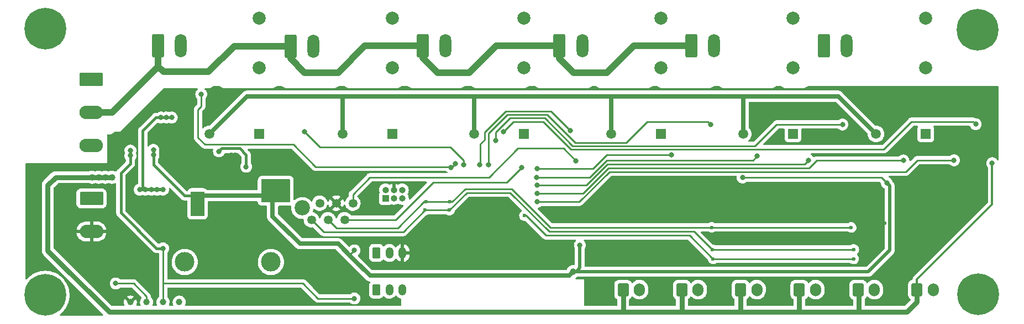
<source format=gbr>
%TF.GenerationSoftware,KiCad,Pcbnew,(6.0.7)*%
%TF.CreationDate,2023-04-19T22:26:27+02:00*%
%TF.ProjectId,mainboard,6d61696e-626f-4617-9264-2e6b69636164,rev?*%
%TF.SameCoordinates,Original*%
%TF.FileFunction,Copper,L2,Bot*%
%TF.FilePolarity,Positive*%
%FSLAX46Y46*%
G04 Gerber Fmt 4.6, Leading zero omitted, Abs format (unit mm)*
G04 Created by KiCad (PCBNEW (6.0.7)) date 2023-04-19 22:26:27*
%MOMM*%
%LPD*%
G01*
G04 APERTURE LIST*
G04 Aperture macros list*
%AMRoundRect*
0 Rectangle with rounded corners*
0 $1 Rounding radius*
0 $2 $3 $4 $5 $6 $7 $8 $9 X,Y pos of 4 corners*
0 Add a 4 corners polygon primitive as box body*
4,1,4,$2,$3,$4,$5,$6,$7,$8,$9,$2,$3,0*
0 Add four circle primitives for the rounded corners*
1,1,$1+$1,$2,$3*
1,1,$1+$1,$4,$5*
1,1,$1+$1,$6,$7*
1,1,$1+$1,$8,$9*
0 Add four rect primitives between the rounded corners*
20,1,$1+$1,$2,$3,$4,$5,0*
20,1,$1+$1,$4,$5,$6,$7,0*
20,1,$1+$1,$6,$7,$8,$9,0*
20,1,$1+$1,$8,$9,$2,$3,0*%
G04 Aperture macros list end*
%TA.AperFunction,ComponentPad*%
%ADD10RoundRect,0.250000X-0.650000X-1.550000X0.650000X-1.550000X0.650000X1.550000X-0.650000X1.550000X0*%
%TD*%
%TA.AperFunction,ComponentPad*%
%ADD11O,1.800000X3.600000*%
%TD*%
%TA.AperFunction,ComponentPad*%
%ADD12C,1.000000*%
%TD*%
%TA.AperFunction,ComponentPad*%
%ADD13RoundRect,0.249999X-1.550001X0.790001X-1.550001X-0.790001X1.550001X-0.790001X1.550001X0.790001X0*%
%TD*%
%TA.AperFunction,ComponentPad*%
%ADD14O,3.600000X2.080000*%
%TD*%
%TA.AperFunction,ComponentPad*%
%ADD15R,1.520000X1.520000*%
%TD*%
%TA.AperFunction,ComponentPad*%
%ADD16C,2.000000*%
%TD*%
%TA.AperFunction,ComponentPad*%
%ADD17C,1.520000*%
%TD*%
%TA.AperFunction,ComponentPad*%
%ADD18RoundRect,0.250000X-0.600000X-0.750000X0.600000X-0.750000X0.600000X0.750000X-0.600000X0.750000X0*%
%TD*%
%TA.AperFunction,ComponentPad*%
%ADD19O,1.700000X2.000000*%
%TD*%
%TA.AperFunction,ComponentPad*%
%ADD20C,6.400000*%
%TD*%
%TA.AperFunction,ComponentPad*%
%ADD21RoundRect,0.250000X-0.350000X-0.625000X0.350000X-0.625000X0.350000X0.625000X-0.350000X0.625000X0*%
%TD*%
%TA.AperFunction,ComponentPad*%
%ADD22O,1.200000X1.750000*%
%TD*%
%TA.AperFunction,ComponentPad*%
%ADD23R,1.000000X1.000000*%
%TD*%
%TA.AperFunction,ComponentPad*%
%ADD24O,1.000000X1.000000*%
%TD*%
%TA.AperFunction,ComponentPad*%
%ADD25C,3.000000*%
%TD*%
%TA.AperFunction,ComponentPad*%
%ADD26C,1.350000*%
%TD*%
%TA.AperFunction,ComponentPad*%
%ADD27C,2.350000*%
%TD*%
%TA.AperFunction,ViaPad*%
%ADD28C,0.600000*%
%TD*%
%TA.AperFunction,ViaPad*%
%ADD29C,0.800000*%
%TD*%
%TA.AperFunction,ViaPad*%
%ADD30C,1.000000*%
%TD*%
%TA.AperFunction,Conductor*%
%ADD31C,0.250000*%
%TD*%
%TA.AperFunction,Conductor*%
%ADD32C,0.400000*%
%TD*%
%TA.AperFunction,Conductor*%
%ADD33C,0.500000*%
%TD*%
%TA.AperFunction,Conductor*%
%ADD34C,0.700000*%
%TD*%
%TA.AperFunction,Conductor*%
%ADD35C,0.800000*%
%TD*%
%TA.AperFunction,Conductor*%
%ADD36C,0.300000*%
%TD*%
%TA.AperFunction,Conductor*%
%ADD37C,1.000000*%
%TD*%
G04 APERTURE END LIST*
D10*
%TO.P,J3,1,Pin_1*%
%TO.N,/Relays/N_230V*%
X97740000Y-74830000D03*
D11*
%TO.P,J3,2,Pin_2*%
%TO.N,/Relays/LOUT_1*%
X101240000Y-74830000D03*
%TD*%
D12*
%TO.P,TP2,1,1*%
%TO.N,VDD*%
X96025000Y-114200000D03*
%TD*%
D10*
%TO.P,J10,1,Pin_1*%
%TO.N,/Relays/N_230V*%
X159283500Y-74842500D03*
D11*
%TO.P,J10,2,Pin_2*%
%TO.N,/Relays/LOUT_4*%
X162783500Y-74842500D03*
%TD*%
D13*
%TO.P,J1,1,Pin_1*%
%TO.N,Net-(F1-Pad2)*%
X87555000Y-79980000D03*
D14*
%TO.P,J1,2,Pin_2*%
%TO.N,/Relays/N_230V*%
X87555000Y-85060000D03*
%TO.P,J1,3,Pin_3*%
%TO.N,Earth*%
X87555000Y-90140000D03*
%TD*%
D10*
%TO.P,J13,1,Pin_1*%
%TO.N,/Relays/N_230V*%
X179483500Y-74842500D03*
D11*
%TO.P,J13,2,Pin_2*%
%TO.N,/Relays/LOUT_5*%
X182983500Y-74842500D03*
%TD*%
D15*
%TO.P,K2,1*%
%TO.N,/Relays/RC2*%
X133648500Y-88348000D03*
D16*
%TO.P,K2,2*%
%TO.N,/Relays/LOUT_2*%
X133648500Y-78188000D03*
%TO.P,K2,3*%
%TO.N,/Relays/L_230V*%
X133648500Y-70568000D03*
D17*
%TO.P,K2,5*%
%TO.N,VDDA*%
X126028500Y-88348000D03*
%TD*%
D15*
%TO.P,K4,1*%
%TO.N,/Relays/RC4*%
X174848500Y-88348000D03*
D16*
%TO.P,K4,2*%
%TO.N,/Relays/LOUT_4*%
X174848500Y-78188000D03*
%TO.P,K4,3*%
%TO.N,/Relays/L_230V*%
X174848500Y-70568000D03*
D17*
%TO.P,K4,5*%
%TO.N,VDDA*%
X167228500Y-88348000D03*
%TD*%
D18*
%TO.P,J12,1,Pin_1*%
%TO.N,+12V*%
X178032000Y-112275000D03*
D19*
%TO.P,J12,2,Pin_2*%
%TO.N,/Relays/PWM2*%
X180532000Y-112275000D03*
%TD*%
D15*
%TO.P,K6,1*%
%TO.N,/Relays/RC6*%
X215400000Y-88348000D03*
D16*
%TO.P,K6,2*%
%TO.N,Net-(J16-Pad1)*%
X215400000Y-78188000D03*
%TO.P,K6,3*%
%TO.N,Net-(J16-Pad2)*%
X215400000Y-70568000D03*
D17*
%TO.P,K6,5*%
%TO.N,VDDA*%
X207780000Y-88348000D03*
%TD*%
D12*
%TO.P,TP1,1,1*%
%TO.N,GND*%
X93525000Y-114200000D03*
%TD*%
D20*
%TO.P,H4,1*%
%TO.N,N/C*%
X223402000Y-113000000D03*
%TD*%
D21*
%TO.P,J7,1,Pin_1*%
%TO.N,Net-(J7-Pad1)*%
X131225000Y-112275000D03*
D22*
%TO.P,J7,2,Pin_2*%
%TO.N,/ESP32\u002C RTC\u002C EXP/1WIRE*%
X133225000Y-112275000D03*
%TO.P,J7,3,Pin_3*%
%TO.N,GND*%
X135225000Y-112275000D03*
%TD*%
D23*
%TO.P,J6,1,Pin_1*%
%TO.N,/ESP32\u002C RTC\u002C EXP/NRST*%
X132635000Y-98225000D03*
D24*
%TO.P,J6,2,Pin_2*%
%TO.N,/ESP32\u002C RTC\u002C EXP/VPROG*%
X132635000Y-96955000D03*
%TO.P,J6,3,Pin_3*%
%TO.N,/ESP32\u002C RTC\u002C EXP/TXD0*%
X133905000Y-98225000D03*
%TO.P,J6,4,Pin_4*%
%TO.N,GND*%
X133905000Y-96955000D03*
%TO.P,J6,5,Pin_5*%
%TO.N,/ESP32\u002C RTC\u002C EXP/RXD0*%
X135175000Y-98225000D03*
%TO.P,J6,6,Pin_6*%
%TO.N,/ESP32\u002C RTC\u002C EXP/IO0*%
X135175000Y-96955000D03*
%TD*%
D15*
%TO.P,K3,1*%
%TO.N,/Relays/RC3*%
X153848500Y-88348000D03*
D16*
%TO.P,K3,2*%
%TO.N,/Relays/LOUT_3*%
X153848500Y-78188000D03*
%TO.P,K3,3*%
%TO.N,/Relays/L_230V*%
X153848500Y-70568000D03*
D17*
%TO.P,K3,5*%
%TO.N,VDDA*%
X146228500Y-88348000D03*
%TD*%
D12*
%TO.P,TP4,1,1*%
%TO.N,+3V3*%
X101025000Y-114200000D03*
%TD*%
D20*
%TO.P,H1,1*%
%TO.N,N/C*%
X80500000Y-113100000D03*
%TD*%
D25*
%TO.P,BT1,1,+*%
%TO.N,Net-(BT1-Pad1)*%
X115075000Y-108025000D03*
%TO.P,BT1,3,+*%
%TO.N,N/C*%
X101875000Y-108025000D03*
%TD*%
D10*
%TO.P,J16,1,Pin_1*%
%TO.N,Net-(J16-Pad1)*%
X199767500Y-74842500D03*
D11*
%TO.P,J16,2,Pin_2*%
%TO.N,Net-(J16-Pad2)*%
X203267500Y-74842500D03*
%TD*%
D15*
%TO.P,K1,1*%
%TO.N,/Relays/RC1*%
X113248500Y-88348000D03*
D16*
%TO.P,K1,2*%
%TO.N,/Relays/LOUT_1*%
X113248500Y-78188000D03*
%TO.P,K1,3*%
%TO.N,/Relays/L_230V*%
X113248500Y-70568000D03*
D17*
%TO.P,K1,5*%
%TO.N,VDDA*%
X105628500Y-88348000D03*
%TD*%
D18*
%TO.P,J17,1,Pin_1*%
%TO.N,+12V*%
X205032000Y-112275000D03*
D19*
%TO.P,J17,2,Pin_2*%
%TO.N,/Relays/PWM5*%
X207532000Y-112275000D03*
%TD*%
D20*
%TO.P,H2,1*%
%TO.N,N/C*%
X80518000Y-72136000D03*
%TD*%
D10*
%TO.P,J4,1,Pin_1*%
%TO.N,/Relays/N_230V*%
X118083500Y-74850500D03*
D11*
%TO.P,J4,2,Pin_2*%
%TO.N,/Relays/LOUT_2*%
X121583500Y-74850500D03*
%TD*%
D18*
%TO.P,J15,1,Pin_1*%
%TO.N,+12V*%
X196032000Y-112275000D03*
D19*
%TO.P,J15,2,Pin_2*%
%TO.N,/Relays/PWM4*%
X198532000Y-112275000D03*
%TD*%
D20*
%TO.P,H3,1*%
%TO.N,N/C*%
X223320000Y-72336000D03*
%TD*%
D10*
%TO.P,J9,1,Pin_1*%
%TO.N,/Relays/N_230V*%
X138330000Y-74830000D03*
D11*
%TO.P,J9,2,Pin_2*%
%TO.N,/Relays/LOUT_3*%
X141830000Y-74830000D03*
%TD*%
D18*
%TO.P,J18,1,Pin_1*%
%TO.N,+12V*%
X214032000Y-112275000D03*
D19*
%TO.P,J18,2,Pin_2*%
%TO.N,/Relays/PWM6*%
X216532000Y-112275000D03*
%TD*%
%TO.P,J11,2,Pin_2*%
%TO.N,/Relays/PWM1*%
X171532000Y-112275000D03*
D18*
%TO.P,J11,1,Pin_1*%
%TO.N,+12V*%
X169032000Y-112275000D03*
%TD*%
D15*
%TO.P,K5,1*%
%TO.N,/Relays/RC5*%
X195048500Y-88348000D03*
D16*
%TO.P,K5,2*%
%TO.N,/Relays/LOUT_5*%
X195048500Y-78188000D03*
%TO.P,K5,3*%
%TO.N,/Relays/L_230V*%
X195048500Y-70568000D03*
D17*
%TO.P,K5,5*%
%TO.N,VDDA*%
X187428500Y-88348000D03*
%TD*%
D21*
%TO.P,J8,1,Pin_1*%
%TO.N,Net-(J7-Pad1)*%
X131225000Y-106625000D03*
D22*
%TO.P,J8,2,Pin_2*%
%TO.N,/ESP32\u002C RTC\u002C EXP/1WIRE*%
X133225000Y-106625000D03*
%TO.P,J8,3,Pin_3*%
%TO.N,GND*%
X135225000Y-106625000D03*
%TD*%
D13*
%TO.P,J2,1,Pin_1*%
%TO.N,Net-(F2-Pad1)*%
X87577500Y-98260000D03*
D14*
%TO.P,J2,2,Pin_2*%
%TO.N,GND*%
X87577500Y-103340000D03*
%TD*%
D12*
%TO.P,TP3,1,1*%
%TO.N,+5V*%
X98525000Y-114200000D03*
%TD*%
D18*
%TO.P,J14,1,Pin_1*%
%TO.N,+12V*%
X187032000Y-112275000D03*
D19*
%TO.P,J14,2,Pin_2*%
%TO.N,/Relays/PWM3*%
X189532000Y-112275000D03*
%TD*%
D26*
%TO.P,J5,1,1*%
%TO.N,/ESP32\u002C RTC\u002C EXP/NRST*%
X127625000Y-98985000D03*
%TO.P,J5,2,2*%
%TO.N,/ESP32\u002C RTC\u002C EXP/INT*%
X126355000Y-101525000D03*
%TO.P,J5,3,3*%
%TO.N,GND*%
X125085000Y-98985000D03*
%TO.P,J5,4,4*%
%TO.N,/ESP32\u002C RTC\u002C EXP/SDA*%
X123815000Y-101525000D03*
%TO.P,J5,5,5*%
%TO.N,+3V3*%
X122545000Y-98985000D03*
%TO.P,J5,6,6*%
%TO.N,/ESP32\u002C RTC\u002C EXP/SCL*%
X121275000Y-101525000D03*
D27*
%TO.P,J5,7*%
%TO.N,N/C*%
X119875000Y-99725000D03*
%TD*%
D28*
%TO.N,GND*%
X109600000Y-92100000D03*
D29*
X98550000Y-102450000D03*
D28*
X100600000Y-93650000D03*
X109000000Y-91500000D03*
D29*
X121550000Y-106700000D03*
D28*
X208450000Y-98500000D03*
X99900000Y-93650000D03*
D29*
X221000000Y-98225000D03*
X219800000Y-99900000D03*
X212800000Y-98200000D03*
X211675000Y-96750000D03*
X97700000Y-102450000D03*
X105625000Y-95550000D03*
D28*
X209125000Y-102100000D03*
X166270000Y-106820000D03*
X100600000Y-92950000D03*
X205525000Y-98575000D03*
D29*
X96875000Y-102450000D03*
X106270000Y-83930000D03*
D28*
X109600000Y-91500000D03*
D29*
X99400000Y-102450000D03*
X96050000Y-102450000D03*
D28*
X109000000Y-92700000D03*
D29*
X218600000Y-98200000D03*
D28*
X186650000Y-98400000D03*
D29*
X106250000Y-83030000D03*
X105125000Y-94750000D03*
X99175000Y-84125000D03*
X107190000Y-83960000D03*
D28*
X183250000Y-99000000D03*
X109600000Y-92700000D03*
X208150000Y-104800000D03*
D29*
X107180000Y-83010000D03*
D28*
X99900000Y-92950000D03*
X109000000Y-92100000D03*
D29*
X211750000Y-99725000D03*
%TO.N,VDD*%
X94950000Y-96900000D03*
X98550000Y-96900000D03*
X99875000Y-85825000D03*
X99050000Y-85825000D03*
X98200000Y-85825000D03*
X95850000Y-96900000D03*
X96750000Y-96900000D03*
X91300000Y-111330000D03*
X97650000Y-96900000D03*
%TO.N,+5V*%
X98550000Y-105925000D03*
X93550000Y-90900000D03*
X127850000Y-113625000D03*
X93550000Y-91675000D03*
%TO.N,Net-(C12-Pad2)*%
X107100000Y-91025000D03*
X111275000Y-93400000D03*
%TO.N,+3V3*%
X116325000Y-96050000D03*
X97075000Y-90800000D03*
X104250000Y-97850000D03*
X127860000Y-106240000D03*
X104250000Y-98650000D03*
D30*
X161350000Y-109530000D03*
D29*
X114325000Y-96050000D03*
X114325000Y-98050000D03*
X115325000Y-98050000D03*
X97075000Y-91600000D03*
X115325000Y-97050000D03*
X116325000Y-98050000D03*
X114325000Y-97050000D03*
X116325000Y-97050000D03*
X187350000Y-95050000D03*
X104250000Y-100275000D03*
X117325000Y-97050000D03*
X104250000Y-99450000D03*
X162410000Y-105440000D03*
X103450000Y-97850000D03*
X117325000Y-96050000D03*
X103450000Y-98650000D03*
X103450000Y-100275000D03*
X209420000Y-95870000D03*
X115325000Y-96050000D03*
X117325000Y-98050000D03*
X103450000Y-99450000D03*
D30*
%TO.N,+12V*%
X89725000Y-95000000D03*
X87675000Y-95000000D03*
D29*
X225575000Y-92850000D03*
D30*
X88700000Y-95000000D03*
X90750000Y-95000000D03*
D29*
%TO.N,/ESP32\u002C RTC\u002C EXP/NRST*%
X161825000Y-92495000D03*
%TO.N,/R3_CTRL*%
X147090000Y-93120000D03*
X160950000Y-87850000D03*
%TO.N,/R1_CTRL*%
X120200000Y-88025000D03*
X144590000Y-93110000D03*
%TO.N,/VREL_LOW*%
X143290000Y-92960000D03*
X104400000Y-82250000D03*
X142670000Y-93480000D03*
%TO.N,/R4_CTRL*%
X182450000Y-86900000D03*
X148410000Y-93090000D03*
%TO.N,/R5_CTRL*%
X202650000Y-86900000D03*
X149475000Y-89350000D03*
%TO.N,/R6_CTRL*%
X150675000Y-88000000D03*
X223050000Y-86850000D03*
D28*
%TO.N,/ESP32\u002C RTC\u002C EXP/SCL*%
X204380000Y-106110000D03*
X142430000Y-100070000D03*
X182670000Y-106140000D03*
X138710000Y-100060000D03*
%TO.N,/ESP32\u002C RTC\u002C EXP/SDA*%
X182630000Y-102700000D03*
X203980000Y-102720000D03*
X142490000Y-98790000D03*
X138820000Y-98790000D03*
D29*
%TO.N,/PWM_2_CTRL*%
X155860000Y-93720000D03*
X176425000Y-91550000D03*
%TO.N,/PWM_3_CTRL*%
X189575000Y-91750000D03*
X155800000Y-95020000D03*
%TO.N,/PWM_4_CTRL*%
X155875000Y-96225000D03*
X197450000Y-92400000D03*
%TO.N,/PWM_5_CTRL*%
X155875000Y-97525000D03*
X211975000Y-92425000D03*
%TO.N,/PWM_6_CTRL*%
X155875000Y-98775000D03*
X219725000Y-92400000D03*
%TO.N,/ESP32\u002C RTC\u002C EXP/INT*%
X153470000Y-93500000D03*
D28*
X153910000Y-100890000D03*
X204360000Y-107550000D03*
X182820000Y-107550000D03*
%TD*%
D31*
%TO.N,/R3_CTRL*%
X158000000Y-84900000D02*
X160950000Y-87850000D01*
X151000000Y-84900000D02*
X158000000Y-84900000D01*
X147140000Y-89910000D02*
X147800000Y-89250000D01*
X147800000Y-88100000D02*
X151000000Y-84900000D01*
X147140000Y-93070000D02*
X147140000Y-89910000D01*
X147090000Y-93120000D02*
X147140000Y-93070000D01*
X147800000Y-89250000D02*
X147800000Y-88100000D01*
%TO.N,/R4_CTRL*%
X182025000Y-86475000D02*
X182450000Y-86900000D01*
X172725000Y-86475000D02*
X182025000Y-86475000D01*
X161700000Y-89700000D02*
X169500000Y-89700000D01*
X157400000Y-85400000D02*
X161700000Y-89700000D01*
X169500000Y-89700000D02*
X172725000Y-86475000D01*
X151300000Y-85400000D02*
X157400000Y-85400000D01*
X148400000Y-88300000D02*
X151300000Y-85400000D01*
X148400000Y-93080000D02*
X148400000Y-88300000D01*
X148410000Y-93090000D02*
X148400000Y-93080000D01*
%TO.N,/R5_CTRL*%
X189250000Y-90200000D02*
X192550000Y-86900000D01*
X151700000Y-85900000D02*
X157013604Y-85900000D01*
X149475000Y-88125000D02*
X151700000Y-85900000D01*
X157013604Y-85900000D02*
X161313604Y-90200000D01*
X149475000Y-89350000D02*
X149475000Y-88125000D01*
X161313604Y-90200000D02*
X189250000Y-90200000D01*
X192550000Y-86900000D02*
X202650000Y-86900000D01*
%TO.N,/PWM_4_CTRL*%
X196825000Y-93025000D02*
X197450000Y-92400000D01*
X163425000Y-96225000D02*
X166625000Y-93025000D01*
X166625000Y-93025000D02*
X196825000Y-93025000D01*
X155875000Y-96225000D02*
X163425000Y-96225000D01*
%TO.N,/PWM_5_CTRL*%
X198700000Y-92425000D02*
X211975000Y-92425000D01*
X197525000Y-93600000D02*
X198700000Y-92425000D01*
X166800000Y-93600000D02*
X197525000Y-93600000D01*
X162875000Y-97525000D02*
X166800000Y-93600000D01*
X155875000Y-97525000D02*
X162875000Y-97525000D01*
%TO.N,/PWM_3_CTRL*%
X188925000Y-92400000D02*
X189575000Y-91750000D01*
X163880000Y-95020000D02*
X166500000Y-92400000D01*
X155800000Y-95020000D02*
X163880000Y-95020000D01*
X166500000Y-92400000D02*
X188925000Y-92400000D01*
%TO.N,/PWM_2_CTRL*%
X164380000Y-93720000D02*
X166550000Y-91550000D01*
X166550000Y-91550000D02*
X176425000Y-91550000D01*
X155860000Y-93720000D02*
X164380000Y-93720000D01*
%TO.N,/R6_CTRL*%
X222675000Y-86475000D02*
X223050000Y-86850000D01*
X213200000Y-86475000D02*
X222675000Y-86475000D01*
X208975000Y-90700000D02*
X213200000Y-86475000D01*
X156750000Y-86450000D02*
X161000000Y-90700000D01*
X161000000Y-90700000D02*
X208975000Y-90700000D01*
X152225000Y-86450000D02*
X156750000Y-86450000D01*
X150675000Y-88000000D02*
X152225000Y-86450000D01*
D32*
%TO.N,VDD*%
X98200000Y-85825000D02*
X99875000Y-85825000D01*
X97425000Y-85825000D02*
X95425000Y-87825000D01*
D31*
X91300000Y-111330000D02*
X94055000Y-111330000D01*
D32*
X98200000Y-85825000D02*
X97425000Y-85825000D01*
D31*
X94055000Y-111330000D02*
X96025000Y-113300000D01*
D33*
X98550000Y-96900000D02*
X94950000Y-96900000D01*
D32*
X95425000Y-96475000D02*
X95850000Y-96900000D01*
D31*
X96025000Y-113300000D02*
X96025000Y-114200000D01*
D32*
X95425000Y-87825000D02*
X95425000Y-96475000D01*
D31*
%TO.N,+5V*%
X98550000Y-111300000D02*
X98550000Y-114175000D01*
D32*
X93550000Y-91675000D02*
X93550000Y-90900000D01*
X92075000Y-100450000D02*
X92075000Y-94356371D01*
D31*
X119950000Y-111300000D02*
X98550000Y-111300000D01*
X98550000Y-114175000D02*
X98525000Y-114200000D01*
D32*
X93550000Y-92881371D02*
X93550000Y-91675000D01*
D31*
X98550000Y-105925000D02*
X98550000Y-111300000D01*
X122275000Y-113625000D02*
X119950000Y-111300000D01*
D32*
X97550000Y-105925000D02*
X92075000Y-100450000D01*
D31*
X127850000Y-113625000D02*
X122275000Y-113625000D01*
D32*
X98550000Y-105925000D02*
X97550000Y-105925000D01*
X92075000Y-94356371D02*
X93550000Y-92881371D01*
%TO.N,Net-(C12-Pad2)*%
X107100000Y-91025000D02*
X107550000Y-90575000D01*
X107550000Y-90575000D02*
X110275000Y-90575000D01*
X110275000Y-90575000D02*
X111275000Y-91575000D01*
X111275000Y-91575000D02*
X111275000Y-93400000D01*
D31*
%TO.N,+3V3*%
X208610000Y-95040000D02*
X187360000Y-95040000D01*
X187360000Y-95040000D02*
X187350000Y-95050000D01*
D34*
X115325000Y-101025000D02*
X115325000Y-98050000D01*
D31*
X127180000Y-107060000D02*
X127675000Y-107555000D01*
D32*
X97075000Y-91600000D02*
X97075000Y-90800000D01*
D34*
X161350000Y-109530000D02*
X160740000Y-110140000D01*
D31*
X127860000Y-106240000D02*
X127180000Y-106920000D01*
D33*
X161840000Y-109530000D02*
X162410000Y-108960000D01*
X161350000Y-109530000D02*
X161840000Y-109530000D01*
X206600000Y-109520000D02*
X209875000Y-106245000D01*
D32*
X97075000Y-93100000D02*
X101825000Y-97850000D01*
X101825000Y-97850000D02*
X103450000Y-97850000D01*
D33*
X161360000Y-109520000D02*
X206600000Y-109520000D01*
X209875000Y-96325000D02*
X209420000Y-95870000D01*
D34*
X130260000Y-110140000D02*
X127675000Y-107555000D01*
X104250000Y-97850000D02*
X114125000Y-97850000D01*
X119525000Y-105225000D02*
X115325000Y-101025000D01*
D33*
X209875000Y-106245000D02*
X209875000Y-96325000D01*
D34*
X160740000Y-110140000D02*
X130260000Y-110140000D01*
D31*
X127180000Y-106920000D02*
X127180000Y-107060000D01*
X209420000Y-95870000D02*
X209420000Y-95850000D01*
X209420000Y-95850000D02*
X208610000Y-95040000D01*
D34*
X125345000Y-105225000D02*
X119525000Y-105225000D01*
D33*
X161350000Y-109530000D02*
X161360000Y-109520000D01*
X162410000Y-108960000D02*
X162410000Y-105440000D01*
D34*
X127675000Y-107555000D02*
X125345000Y-105225000D01*
X114125000Y-97850000D02*
X114325000Y-98050000D01*
D32*
X97075000Y-91600000D02*
X97075000Y-93100000D01*
D34*
%TO.N,VDDA*%
X201982000Y-82550000D02*
X111426500Y-82550000D01*
X167228500Y-88348000D02*
X167228500Y-82550000D01*
X126028500Y-88348000D02*
X126028500Y-82550000D01*
X187428500Y-88348000D02*
X187428500Y-82550000D01*
X146228500Y-88348000D02*
X146228500Y-82550000D01*
X111426500Y-82550000D02*
X105628500Y-88348000D01*
X207780000Y-88348000D02*
X201982000Y-82550000D01*
D35*
%TO.N,+12V*%
X80875000Y-106275000D02*
X90300000Y-115700000D01*
X193950000Y-115700000D02*
X196032000Y-115700000D01*
X196032000Y-115700000D02*
X196032000Y-112275000D01*
D36*
X214032000Y-110718000D02*
X225575000Y-99175000D01*
D35*
X80875000Y-96200000D02*
X80875000Y-106275000D01*
X173925000Y-115700000D02*
X184000000Y-115700000D01*
X205160000Y-115620000D02*
X205160000Y-112403000D01*
X164100000Y-115700000D02*
X173925000Y-115700000D01*
X212525000Y-115700000D02*
X214032000Y-114193000D01*
X187032000Y-115700000D02*
X187032000Y-112275000D01*
X214032000Y-114193000D02*
X214032000Y-112275000D01*
X193950000Y-115700000D02*
X204075000Y-115700000D01*
X204075000Y-115700000D02*
X212525000Y-115700000D01*
X90750000Y-95000000D02*
X82075000Y-95000000D01*
X184000000Y-115700000D02*
X187032000Y-115700000D01*
X178032000Y-115700000D02*
X178032000Y-112275000D01*
X90300000Y-115700000D02*
X164100000Y-115700000D01*
X82075000Y-95000000D02*
X80875000Y-96200000D01*
X205160000Y-112403000D02*
X205032000Y-112275000D01*
D36*
X225575000Y-99175000D02*
X225575000Y-92850000D01*
D35*
X169032000Y-115700000D02*
X169032000Y-112275000D01*
X164100000Y-115700000D02*
X169032000Y-115700000D01*
X184000000Y-115700000D02*
X193950000Y-115700000D01*
D36*
X214032000Y-112275000D02*
X214032000Y-110718000D01*
D35*
X173925000Y-115700000D02*
X178032000Y-115700000D01*
D31*
%TO.N,/ESP32\u002C RTC\u002C EXP/NRST*%
X127625000Y-97625000D02*
X127625000Y-98985000D01*
X148470000Y-95030000D02*
X130220000Y-95030000D01*
X161825000Y-92495000D02*
X159910000Y-90580000D01*
X130220000Y-95030000D02*
X127625000Y-97625000D01*
X152920000Y-90580000D02*
X148470000Y-95030000D01*
X159910000Y-90580000D02*
X152920000Y-90580000D01*
D37*
%TO.N,/Relays/N_230V*%
X97740000Y-74830000D02*
X97816000Y-74906000D01*
X109449500Y-74850500D02*
X118083500Y-74850500D01*
X90740000Y-85060000D02*
X97816000Y-77984000D01*
X149557500Y-74842500D02*
X159283500Y-74842500D01*
X118083500Y-74850500D02*
X118083500Y-76775983D01*
X138330000Y-76681983D02*
X140590517Y-78942500D01*
X120258017Y-78950500D02*
X125349500Y-78950500D01*
X97816000Y-77984000D02*
X97816000Y-74906000D01*
X159283500Y-74842500D02*
X159283500Y-76767983D01*
X138317500Y-74842500D02*
X138330000Y-74830000D01*
X129457500Y-74842500D02*
X138317500Y-74842500D01*
X138330000Y-74830000D02*
X138330000Y-76681983D01*
X140590517Y-78942500D02*
X145457500Y-78942500D01*
X161458017Y-78942500D02*
X166557500Y-78942500D01*
X98630000Y-78810000D02*
X105490000Y-78810000D01*
X105490000Y-78810000D02*
X109449500Y-74850500D01*
X170657500Y-74842500D02*
X179483500Y-74842500D01*
X125349500Y-78950500D02*
X129457500Y-74842500D01*
X118083500Y-76775983D02*
X120258017Y-78950500D01*
X97816000Y-77996000D02*
X98630000Y-78810000D01*
X159283500Y-76767983D02*
X161458017Y-78942500D01*
X97816000Y-74906000D02*
X97816000Y-77996000D01*
X87555000Y-85060000D02*
X90740000Y-85060000D01*
X166557500Y-78942500D02*
X170657500Y-74842500D01*
X145457500Y-78942500D02*
X149557500Y-74842500D01*
D31*
%TO.N,/R1_CTRL*%
X122575000Y-90400000D02*
X120200000Y-88025000D01*
X144590000Y-92420000D02*
X142570000Y-90400000D01*
X142570000Y-90400000D02*
X122575000Y-90400000D01*
X144590000Y-93110000D02*
X144590000Y-92420000D01*
%TO.N,/VREL_LOW*%
X121950000Y-93425000D02*
X118500000Y-89975000D01*
X103900000Y-88900000D02*
X103900000Y-84600000D01*
X143290000Y-92960000D02*
X142825000Y-93425000D01*
X104975000Y-89975000D02*
X103900000Y-88900000D01*
X104400000Y-84100000D02*
X104400000Y-82250000D01*
X103900000Y-84600000D02*
X104400000Y-84100000D01*
X118500000Y-89975000D02*
X104975000Y-89975000D01*
X142825000Y-93425000D02*
X121950000Y-93425000D01*
%TO.N,/ESP32\u002C RTC\u002C EXP/SCL*%
X182670000Y-106140000D02*
X179880000Y-103350000D01*
X145110000Y-97390000D02*
X142430000Y-100070000D01*
X151740000Y-97390000D02*
X145110000Y-97390000D01*
X121275000Y-101525000D02*
X123180000Y-103430000D01*
X135340000Y-103430000D02*
X138710000Y-100060000D01*
X138720000Y-100070000D02*
X138710000Y-100060000D01*
X157700000Y-103350000D02*
X151740000Y-97390000D01*
X182700000Y-106110000D02*
X182670000Y-106140000D01*
X204380000Y-106110000D02*
X182700000Y-106110000D01*
X142430000Y-100070000D02*
X138720000Y-100070000D01*
X179880000Y-103350000D02*
X157700000Y-103350000D01*
X123180000Y-103430000D02*
X135340000Y-103430000D01*
%TO.N,/ESP32\u002C RTC\u002C EXP/SDA*%
X142860000Y-98790000D02*
X142490000Y-98790000D01*
X144860000Y-96790000D02*
X142860000Y-98790000D01*
X157900000Y-102700000D02*
X151990000Y-96790000D01*
X138500000Y-98790000D02*
X138820000Y-98790000D01*
X125090000Y-102800000D02*
X134490000Y-102800000D01*
X142490000Y-98790000D02*
X138820000Y-98790000D01*
X203960000Y-102700000D02*
X203980000Y-102720000D01*
X134490000Y-102800000D02*
X138500000Y-98790000D01*
X182630000Y-102700000D02*
X157900000Y-102700000D01*
X151990000Y-96790000D02*
X144860000Y-96790000D01*
X123815000Y-101525000D02*
X125090000Y-102800000D01*
X182630000Y-102700000D02*
X203960000Y-102700000D01*
%TO.N,/PWM_6_CTRL*%
X162330000Y-98775000D02*
X155875000Y-98775000D01*
X219725000Y-92400000D02*
X214075000Y-92400000D01*
X166955000Y-94150000D02*
X162330000Y-98775000D01*
X212325000Y-94150000D02*
X166955000Y-94150000D01*
X214075000Y-92400000D02*
X212325000Y-94150000D01*
%TO.N,/ESP32\u002C RTC\u002C EXP/INT*%
X126355000Y-101525000D02*
X134185000Y-101525000D01*
X153910000Y-100890000D02*
X154160000Y-100890000D01*
X151210000Y-95760000D02*
X153470000Y-93500000D01*
X179210000Y-103940000D02*
X182820000Y-107550000D01*
X154160000Y-100890000D02*
X157210000Y-103940000D01*
X204360000Y-107550000D02*
X182820000Y-107550000D01*
X139950000Y-95760000D02*
X151210000Y-95760000D01*
X157210000Y-103940000D02*
X179210000Y-103940000D01*
X134185000Y-101525000D02*
X139950000Y-95760000D01*
%TD*%
%TA.AperFunction,Conductor*%
%TO.N,GND*%
G36*
X103830565Y-81328502D02*
G01*
X103877058Y-81382158D01*
X103887162Y-81452432D01*
X103857668Y-81517012D01*
X103836507Y-81536434D01*
X103788747Y-81571134D01*
X103784326Y-81576044D01*
X103784325Y-81576045D01*
X103678312Y-81693785D01*
X103660960Y-81713056D01*
X103647280Y-81736751D01*
X103571012Y-81868851D01*
X103565473Y-81878444D01*
X103506458Y-82060072D01*
X103486496Y-82250000D01*
X103506458Y-82439928D01*
X103565473Y-82621556D01*
X103660960Y-82786944D01*
X103734137Y-82868215D01*
X103764853Y-82932221D01*
X103766500Y-82952524D01*
X103766500Y-83785405D01*
X103746498Y-83853526D01*
X103729596Y-83874500D01*
X103539914Y-84064181D01*
X103507742Y-84096353D01*
X103499463Y-84103887D01*
X103492982Y-84108000D01*
X103481660Y-84120057D01*
X103446357Y-84157651D01*
X103443602Y-84160493D01*
X103423865Y-84180230D01*
X103421385Y-84183427D01*
X103413682Y-84192447D01*
X103383414Y-84224679D01*
X103379595Y-84231625D01*
X103379593Y-84231628D01*
X103373652Y-84242434D01*
X103362801Y-84258953D01*
X103350386Y-84274959D01*
X103347241Y-84282228D01*
X103347238Y-84282232D01*
X103332826Y-84315537D01*
X103327609Y-84326187D01*
X103306305Y-84364940D01*
X103304334Y-84372615D01*
X103304334Y-84372616D01*
X103301267Y-84384562D01*
X103294863Y-84403266D01*
X103290357Y-84413680D01*
X103286819Y-84421855D01*
X103285580Y-84429678D01*
X103285577Y-84429688D01*
X103279901Y-84465524D01*
X103277495Y-84477144D01*
X103269638Y-84507747D01*
X103266500Y-84519970D01*
X103266500Y-84540224D01*
X103264949Y-84559934D01*
X103261780Y-84579943D01*
X103262526Y-84587835D01*
X103265941Y-84623961D01*
X103266500Y-84635819D01*
X103266500Y-88821233D01*
X103265973Y-88832416D01*
X103264298Y-88839909D01*
X103264547Y-88847835D01*
X103264547Y-88847836D01*
X103266438Y-88907986D01*
X103266500Y-88911945D01*
X103266500Y-88939856D01*
X103266997Y-88943790D01*
X103266997Y-88943791D01*
X103267005Y-88943856D01*
X103267938Y-88955693D01*
X103269327Y-88999889D01*
X103274978Y-89019339D01*
X103278987Y-89038700D01*
X103280317Y-89049224D01*
X103281526Y-89058797D01*
X103284445Y-89066168D01*
X103284445Y-89066170D01*
X103297804Y-89099912D01*
X103301649Y-89111142D01*
X103313982Y-89153593D01*
X103318015Y-89160412D01*
X103318017Y-89160417D01*
X103324293Y-89171028D01*
X103332988Y-89188776D01*
X103340448Y-89207617D01*
X103345110Y-89214033D01*
X103345110Y-89214034D01*
X103366436Y-89243387D01*
X103372952Y-89253307D01*
X103383874Y-89271774D01*
X103395458Y-89291362D01*
X103409779Y-89305683D01*
X103422619Y-89320716D01*
X103434528Y-89337107D01*
X103455800Y-89354705D01*
X103468605Y-89365298D01*
X103477384Y-89373288D01*
X104471343Y-90367247D01*
X104478887Y-90375537D01*
X104483000Y-90382018D01*
X104488777Y-90387443D01*
X104532667Y-90428658D01*
X104535509Y-90431413D01*
X104555231Y-90451135D01*
X104558355Y-90453558D01*
X104558359Y-90453562D01*
X104558424Y-90453612D01*
X104567445Y-90461317D01*
X104599679Y-90491586D01*
X104606627Y-90495405D01*
X104606629Y-90495407D01*
X104617432Y-90501346D01*
X104633959Y-90512202D01*
X104643698Y-90519757D01*
X104643700Y-90519758D01*
X104649960Y-90524614D01*
X104690540Y-90542174D01*
X104701188Y-90547391D01*
X104739940Y-90568695D01*
X104747616Y-90570666D01*
X104747619Y-90570667D01*
X104759562Y-90573733D01*
X104778267Y-90580137D01*
X104796855Y-90588181D01*
X104804678Y-90589420D01*
X104804688Y-90589423D01*
X104840524Y-90595099D01*
X104852144Y-90597505D01*
X104887289Y-90606528D01*
X104894970Y-90608500D01*
X104915224Y-90608500D01*
X104934934Y-90610051D01*
X104954943Y-90613220D01*
X104962835Y-90612474D01*
X104998961Y-90609059D01*
X105010819Y-90608500D01*
X106106652Y-90608500D01*
X106174773Y-90628502D01*
X106221266Y-90682158D01*
X106231370Y-90752432D01*
X106226486Y-90773433D01*
X106206458Y-90835072D01*
X106205768Y-90841633D01*
X106205768Y-90841635D01*
X106192574Y-90967168D01*
X106186496Y-91025000D01*
X106187186Y-91031565D01*
X106204777Y-91198931D01*
X106206458Y-91214928D01*
X106265473Y-91396556D01*
X106360960Y-91561944D01*
X106365378Y-91566851D01*
X106365379Y-91566852D01*
X106425733Y-91633882D01*
X106488747Y-91703866D01*
X106587843Y-91775864D01*
X106637264Y-91811770D01*
X106643248Y-91816118D01*
X106649276Y-91818802D01*
X106649278Y-91818803D01*
X106803939Y-91887662D01*
X106817712Y-91893794D01*
X106901106Y-91911520D01*
X106998056Y-91932128D01*
X106998061Y-91932128D01*
X107004513Y-91933500D01*
X107195487Y-91933500D01*
X107201939Y-91932128D01*
X107201944Y-91932128D01*
X107298894Y-91911520D01*
X107382288Y-91893794D01*
X107396061Y-91887662D01*
X107550722Y-91818803D01*
X107550724Y-91818802D01*
X107556752Y-91816118D01*
X107562737Y-91811770D01*
X107612157Y-91775864D01*
X107711253Y-91703866D01*
X107774267Y-91633882D01*
X107834621Y-91566852D01*
X107834622Y-91566851D01*
X107839040Y-91561944D01*
X107934527Y-91396556D01*
X107942973Y-91370562D01*
X107983044Y-91311959D01*
X108048441Y-91284321D01*
X108062805Y-91283500D01*
X109929340Y-91283500D01*
X109997461Y-91303502D01*
X110018435Y-91320405D01*
X110529595Y-91831565D01*
X110563621Y-91893877D01*
X110566500Y-91920660D01*
X110566500Y-92781256D01*
X110546498Y-92849377D01*
X110542436Y-92855317D01*
X110540379Y-92858148D01*
X110535960Y-92863056D01*
X110532659Y-92868774D01*
X110532658Y-92868775D01*
X110470752Y-92976000D01*
X110440473Y-93028444D01*
X110381458Y-93210072D01*
X110380768Y-93216633D01*
X110380768Y-93216635D01*
X110371590Y-93303960D01*
X110361496Y-93400000D01*
X110362186Y-93406565D01*
X110378914Y-93565720D01*
X110381458Y-93589928D01*
X110440473Y-93771556D01*
X110443776Y-93777278D01*
X110443777Y-93777279D01*
X110447636Y-93783963D01*
X110535960Y-93936944D01*
X110540378Y-93941851D01*
X110540379Y-93941852D01*
X110651984Y-94065802D01*
X110663747Y-94078866D01*
X110755407Y-94145461D01*
X110801385Y-94178866D01*
X110818248Y-94191118D01*
X110824276Y-94193802D01*
X110824278Y-94193803D01*
X110975116Y-94260960D01*
X110992712Y-94268794D01*
X111079479Y-94287237D01*
X111173056Y-94307128D01*
X111173061Y-94307128D01*
X111179513Y-94308500D01*
X111370487Y-94308500D01*
X111376939Y-94307128D01*
X111376944Y-94307128D01*
X111470521Y-94287237D01*
X111557288Y-94268794D01*
X111574884Y-94260960D01*
X111725722Y-94193803D01*
X111725724Y-94193802D01*
X111731752Y-94191118D01*
X111748616Y-94178866D01*
X111794593Y-94145461D01*
X111886253Y-94078866D01*
X111898016Y-94065802D01*
X112009621Y-93941852D01*
X112009622Y-93941851D01*
X112014040Y-93936944D01*
X112102364Y-93783963D01*
X112106223Y-93777279D01*
X112106224Y-93777278D01*
X112109527Y-93771556D01*
X112168542Y-93589928D01*
X112171087Y-93565720D01*
X112187814Y-93406565D01*
X112188504Y-93400000D01*
X112178410Y-93303960D01*
X112169232Y-93216635D01*
X112169232Y-93216633D01*
X112168542Y-93210072D01*
X112109527Y-93028444D01*
X112079249Y-92976000D01*
X112017342Y-92868775D01*
X112017341Y-92868774D01*
X112014040Y-92863056D01*
X112009621Y-92858148D01*
X112007564Y-92855317D01*
X111983705Y-92788449D01*
X111983500Y-92781256D01*
X111983500Y-91603927D01*
X111983792Y-91595358D01*
X111987210Y-91545225D01*
X111987210Y-91545221D01*
X111987726Y-91537648D01*
X111976736Y-91474681D01*
X111975775Y-91468165D01*
X111969014Y-91412298D01*
X111968102Y-91404758D01*
X111965419Y-91397657D01*
X111964778Y-91395048D01*
X111960313Y-91378728D01*
X111959548Y-91376195D01*
X111958243Y-91368717D01*
X111932552Y-91310190D01*
X111930067Y-91304102D01*
X111929819Y-91303444D01*
X111917769Y-91271556D01*
X111910172Y-91251449D01*
X111910171Y-91251447D01*
X111907487Y-91244344D01*
X111903186Y-91238085D01*
X111901949Y-91235720D01*
X111893727Y-91220948D01*
X111892372Y-91218656D01*
X111889316Y-91211695D01*
X111884691Y-91205668D01*
X111884689Y-91205664D01*
X111850407Y-91160987D01*
X111846529Y-91155650D01*
X111814659Y-91109278D01*
X111814658Y-91109277D01*
X111810357Y-91103019D01*
X111802711Y-91096206D01*
X111763838Y-91061572D01*
X111758562Y-91056591D01*
X111525566Y-90823595D01*
X111491540Y-90761283D01*
X111496605Y-90690468D01*
X111539152Y-90633632D01*
X111605672Y-90608821D01*
X111614661Y-90608500D01*
X118185406Y-90608500D01*
X118253527Y-90628502D01*
X118274501Y-90645405D01*
X119864167Y-92235072D01*
X121446348Y-93817253D01*
X121453888Y-93825539D01*
X121458000Y-93832018D01*
X121463777Y-93837443D01*
X121507651Y-93878643D01*
X121510493Y-93881398D01*
X121530230Y-93901135D01*
X121533427Y-93903615D01*
X121542447Y-93911318D01*
X121574679Y-93941586D01*
X121581625Y-93945405D01*
X121581628Y-93945407D01*
X121592434Y-93951348D01*
X121608953Y-93962199D01*
X121624959Y-93974614D01*
X121632228Y-93977759D01*
X121632232Y-93977762D01*
X121665537Y-93992174D01*
X121676187Y-93997391D01*
X121714940Y-94018695D01*
X121722615Y-94020666D01*
X121722616Y-94020666D01*
X121734562Y-94023733D01*
X121753267Y-94030137D01*
X121771855Y-94038181D01*
X121779678Y-94039420D01*
X121779688Y-94039423D01*
X121815524Y-94045099D01*
X121827144Y-94047505D01*
X121862289Y-94056528D01*
X121869970Y-94058500D01*
X121890224Y-94058500D01*
X121909934Y-94060051D01*
X121929943Y-94063220D01*
X121937835Y-94062474D01*
X121973961Y-94059059D01*
X121985819Y-94058500D01*
X141912279Y-94058500D01*
X141980400Y-94078502D01*
X142005914Y-94100190D01*
X142011559Y-94106458D01*
X142053969Y-94153559D01*
X142058747Y-94158866D01*
X142067841Y-94165473D01*
X142072095Y-94168564D01*
X142115449Y-94224787D01*
X142121524Y-94295523D01*
X142088392Y-94358315D01*
X142026572Y-94393226D01*
X141998034Y-94396500D01*
X130298767Y-94396500D01*
X130287584Y-94395973D01*
X130280091Y-94394298D01*
X130272165Y-94394547D01*
X130272164Y-94394547D01*
X130212014Y-94396438D01*
X130208055Y-94396500D01*
X130180144Y-94396500D01*
X130176210Y-94396997D01*
X130176209Y-94396997D01*
X130176144Y-94397005D01*
X130164307Y-94397938D01*
X130132490Y-94398938D01*
X130128029Y-94399078D01*
X130120110Y-94399327D01*
X130102454Y-94404456D01*
X130100658Y-94404978D01*
X130081306Y-94408986D01*
X130074235Y-94409880D01*
X130061203Y-94411526D01*
X130053834Y-94414443D01*
X130053832Y-94414444D01*
X130020097Y-94427800D01*
X130008869Y-94431645D01*
X129966407Y-94443982D01*
X129959585Y-94448016D01*
X129959579Y-94448019D01*
X129948968Y-94454294D01*
X129931218Y-94462990D01*
X129919756Y-94467528D01*
X129919751Y-94467531D01*
X129912383Y-94470448D01*
X129905968Y-94475109D01*
X129876625Y-94496427D01*
X129866707Y-94502943D01*
X129848019Y-94513995D01*
X129828637Y-94525458D01*
X129814313Y-94539782D01*
X129799281Y-94552621D01*
X129782893Y-94564528D01*
X129754712Y-94598593D01*
X129746722Y-94607373D01*
X127232747Y-97121348D01*
X127224461Y-97128888D01*
X127217982Y-97133000D01*
X127212557Y-97138777D01*
X127171357Y-97182651D01*
X127168602Y-97185493D01*
X127148865Y-97205230D01*
X127146385Y-97208427D01*
X127138682Y-97217447D01*
X127108414Y-97249679D01*
X127104595Y-97256625D01*
X127104593Y-97256628D01*
X127098652Y-97267434D01*
X127087801Y-97283953D01*
X127075386Y-97299959D01*
X127072241Y-97307228D01*
X127072238Y-97307232D01*
X127057826Y-97340537D01*
X127052609Y-97351187D01*
X127031305Y-97389940D01*
X127029334Y-97397615D01*
X127029334Y-97397616D01*
X127026267Y-97409562D01*
X127019863Y-97428266D01*
X127011819Y-97446855D01*
X127010580Y-97454678D01*
X127010577Y-97454688D01*
X127004901Y-97490524D01*
X127002495Y-97502144D01*
X126994942Y-97531565D01*
X126991500Y-97544970D01*
X126991500Y-97565224D01*
X126989949Y-97584934D01*
X126986780Y-97604943D01*
X126987526Y-97612835D01*
X126990941Y-97648961D01*
X126991500Y-97660819D01*
X126991500Y-97913032D01*
X126971498Y-97981153D01*
X126935311Y-98016110D01*
X126936014Y-98017078D01*
X126931342Y-98020472D01*
X126926376Y-98023427D01*
X126762842Y-98166842D01*
X126628181Y-98337658D01*
X126625493Y-98342767D01*
X126608711Y-98374664D01*
X126526905Y-98530154D01*
X126474375Y-98699328D01*
X126435074Y-98758449D01*
X126370044Y-98786940D01*
X126299935Y-98775750D01*
X126247005Y-98728433D01*
X126232775Y-98696162D01*
X126195725Y-98564794D01*
X126191603Y-98554055D01*
X126100548Y-98369414D01*
X126094659Y-98359805D01*
X126083458Y-98351399D01*
X126071042Y-98358169D01*
X125457021Y-98972189D01*
X125449408Y-98986132D01*
X125449539Y-98987966D01*
X125453790Y-98994580D01*
X126070344Y-99611133D01*
X126082719Y-99617890D01*
X126089299Y-99612964D01*
X126167531Y-99473272D01*
X126172210Y-99462763D01*
X126237388Y-99270756D01*
X126278225Y-99212680D01*
X126343978Y-99185902D01*
X126413770Y-99198923D01*
X126465444Y-99247610D01*
X126478824Y-99280242D01*
X126492617Y-99334552D01*
X126504605Y-99381753D01*
X126507022Y-99386996D01*
X126576475Y-99537651D01*
X126595668Y-99579285D01*
X126599001Y-99584001D01*
X126680031Y-99698655D01*
X126721204Y-99756914D01*
X126725346Y-99760949D01*
X126784709Y-99818778D01*
X126877009Y-99908692D01*
X127057863Y-100029536D01*
X127063171Y-100031817D01*
X127063172Y-100031817D01*
X127252409Y-100113119D01*
X127252412Y-100113120D01*
X127257712Y-100115397D01*
X127263342Y-100116671D01*
X127462025Y-100161629D01*
X127469860Y-100163402D01*
X127475631Y-100163629D01*
X127475633Y-100163629D01*
X127548620Y-100166496D01*
X127687205Y-100171941D01*
X127902466Y-100140730D01*
X127907930Y-100138875D01*
X127907935Y-100138874D01*
X128102963Y-100072671D01*
X128102968Y-100072669D01*
X128108435Y-100070813D01*
X128114296Y-100067531D01*
X128249158Y-99992004D01*
X128298213Y-99964532D01*
X128465446Y-99825446D01*
X128604532Y-99658213D01*
X128685929Y-99512868D01*
X128707989Y-99473478D01*
X128707990Y-99473476D01*
X128710813Y-99468435D01*
X128712669Y-99462968D01*
X128712671Y-99462963D01*
X128778874Y-99267935D01*
X128778875Y-99267930D01*
X128780730Y-99262466D01*
X128811941Y-99047205D01*
X128813570Y-98985000D01*
X128793667Y-98768400D01*
X128774530Y-98700543D01*
X128744951Y-98595666D01*
X128734626Y-98559055D01*
X128638423Y-98363974D01*
X128554071Y-98251012D01*
X128511733Y-98194315D01*
X128511732Y-98194314D01*
X128508280Y-98189691D01*
X128479446Y-98163037D01*
X128352796Y-98045963D01*
X128352793Y-98045961D01*
X128348556Y-98042044D01*
X128331892Y-98031530D01*
X128284954Y-97978267D01*
X128274263Y-97908080D01*
X128303215Y-97843255D01*
X128310031Y-97835873D01*
X130445499Y-95700405D01*
X130507811Y-95666379D01*
X130534594Y-95663500D01*
X138846405Y-95663500D01*
X138914526Y-95683502D01*
X138961019Y-95737158D01*
X138971123Y-95807432D01*
X138941629Y-95872012D01*
X138935500Y-95878595D01*
X136394303Y-98419792D01*
X136331991Y-98453818D01*
X136261176Y-98448753D01*
X136204340Y-98406206D01*
X136179529Y-98339686D01*
X136180202Y-98314905D01*
X136185490Y-98273042D01*
X136187985Y-98253295D01*
X136188380Y-98225000D01*
X136169080Y-98028167D01*
X136159921Y-97997829D01*
X136137716Y-97924284D01*
X136111916Y-97838831D01*
X136019066Y-97664204D01*
X136015167Y-97659424D01*
X136014715Y-97658743D01*
X135993676Y-97590935D01*
X136010105Y-97526775D01*
X136011114Y-97525000D01*
X136037646Y-97478295D01*
X136097723Y-97372542D01*
X136097725Y-97372537D01*
X136100769Y-97367179D01*
X136163197Y-97179513D01*
X136187985Y-96983295D01*
X136188380Y-96955000D01*
X136169080Y-96758167D01*
X136159379Y-96726034D01*
X136123921Y-96608595D01*
X136111916Y-96568831D01*
X136019066Y-96394204D01*
X135937244Y-96293880D01*
X135897960Y-96245713D01*
X135897957Y-96245710D01*
X135894065Y-96240938D01*
X135882735Y-96231565D01*
X135746425Y-96118799D01*
X135746421Y-96118797D01*
X135741675Y-96114870D01*
X135567701Y-96020802D01*
X135378768Y-95962318D01*
X135372643Y-95961674D01*
X135372642Y-95961674D01*
X135188204Y-95942289D01*
X135188202Y-95942289D01*
X135182075Y-95941645D01*
X135099576Y-95949153D01*
X134991251Y-95959011D01*
X134991248Y-95959012D01*
X134985112Y-95959570D01*
X134979206Y-95961308D01*
X134979202Y-95961309D01*
X134876621Y-95991500D01*
X134795381Y-96015410D01*
X134789923Y-96018263D01*
X134789919Y-96018265D01*
X134710226Y-96059928D01*
X134620110Y-96107040D01*
X134615310Y-96110900D01*
X134610153Y-96114274D01*
X134608849Y-96112281D01*
X134552977Y-96135354D01*
X134483122Y-96122674D01*
X134469186Y-96114522D01*
X134465980Y-96112360D01*
X134302924Y-96024196D01*
X134291619Y-96019444D01*
X134176308Y-95983750D01*
X134162205Y-95983544D01*
X134159000Y-95990299D01*
X134159000Y-97083000D01*
X134138998Y-97151121D01*
X134085342Y-97197614D01*
X134033000Y-97209000D01*
X133777000Y-97209000D01*
X133708879Y-97188998D01*
X133662386Y-97135342D01*
X133651000Y-97083000D01*
X133651000Y-95997076D01*
X133647027Y-95983545D01*
X133639232Y-95982425D01*
X133531479Y-96014138D01*
X133520111Y-96018731D01*
X133355846Y-96104607D01*
X133340426Y-96114697D01*
X133339003Y-96112522D01*
X133283864Y-96135314D01*
X133214005Y-96122657D01*
X133204055Y-96116839D01*
X133201675Y-96114870D01*
X133027701Y-96020802D01*
X132838768Y-95962318D01*
X132832643Y-95961674D01*
X132832642Y-95961674D01*
X132648204Y-95942289D01*
X132648202Y-95942289D01*
X132642075Y-95941645D01*
X132559576Y-95949153D01*
X132451251Y-95959011D01*
X132451248Y-95959012D01*
X132445112Y-95959570D01*
X132439206Y-95961308D01*
X132439202Y-95961309D01*
X132336621Y-95991500D01*
X132255381Y-96015410D01*
X132249923Y-96018263D01*
X132249919Y-96018265D01*
X132170226Y-96059928D01*
X132080110Y-96107040D01*
X131925975Y-96230968D01*
X131798846Y-96382474D01*
X131795879Y-96387872D01*
X131795875Y-96387877D01*
X131752291Y-96467158D01*
X131703567Y-96555787D01*
X131701706Y-96561654D01*
X131701705Y-96561656D01*
X131649159Y-96727302D01*
X131643765Y-96744306D01*
X131621719Y-96940851D01*
X131622235Y-96946995D01*
X131637400Y-97127593D01*
X131638268Y-97137934D01*
X131692783Y-97328050D01*
X131699150Y-97340438D01*
X131712496Y-97410165D01*
X131692300Y-97462266D01*
X131694079Y-97463240D01*
X131689771Y-97471108D01*
X131684385Y-97478295D01*
X131633255Y-97614684D01*
X131626500Y-97676866D01*
X131626500Y-98773134D01*
X131633255Y-98835316D01*
X131684385Y-98971705D01*
X131771739Y-99088261D01*
X131888295Y-99175615D01*
X132024684Y-99226745D01*
X132086866Y-99233500D01*
X133183134Y-99233500D01*
X133245316Y-99226745D01*
X133381705Y-99175615D01*
X133388892Y-99170229D01*
X133396760Y-99165921D01*
X133397975Y-99168141D01*
X133451928Y-99147986D01*
X133499916Y-99153827D01*
X133661708Y-99206395D01*
X133687392Y-99214740D01*
X133883777Y-99238158D01*
X133889912Y-99237686D01*
X133889914Y-99237686D01*
X134074830Y-99223457D01*
X134074834Y-99223456D01*
X134080972Y-99222984D01*
X134271463Y-99169798D01*
X134276967Y-99167018D01*
X134276969Y-99167017D01*
X134442493Y-99083405D01*
X134442495Y-99083404D01*
X134447996Y-99080625D01*
X134452850Y-99076833D01*
X134452859Y-99076827D01*
X134461548Y-99070038D01*
X134527542Y-99043860D01*
X134600592Y-99059339D01*
X134769294Y-99153624D01*
X134957392Y-99214740D01*
X135153777Y-99238158D01*
X135159911Y-99237686D01*
X135159913Y-99237686D01*
X135185527Y-99235715D01*
X135271512Y-99229098D01*
X135340965Y-99243815D01*
X135391438Y-99293745D01*
X135406904Y-99363037D01*
X135382453Y-99429690D01*
X135370273Y-99443822D01*
X133959500Y-100854595D01*
X133897188Y-100888621D01*
X133870405Y-100891500D01*
X127422273Y-100891500D01*
X127354152Y-100871498D01*
X127321315Y-100840889D01*
X127317558Y-100835857D01*
X127238280Y-100729691D01*
X127232197Y-100724068D01*
X127082796Y-100585963D01*
X127082793Y-100585961D01*
X127078556Y-100582044D01*
X126894599Y-100465976D01*
X126692572Y-100385376D01*
X126504815Y-100348028D01*
X126484905Y-100344068D01*
X126484904Y-100344068D01*
X126479239Y-100342941D01*
X126473464Y-100342865D01*
X126473460Y-100342865D01*
X126364419Y-100341438D01*
X126261746Y-100340094D01*
X126256049Y-100341073D01*
X126256048Y-100341073D01*
X126053065Y-100375952D01*
X126053062Y-100375953D01*
X126047375Y-100376930D01*
X125843307Y-100452214D01*
X125656376Y-100563427D01*
X125492842Y-100706842D01*
X125489270Y-100711373D01*
X125364745Y-100869332D01*
X125358181Y-100877658D01*
X125355493Y-100882767D01*
X125346770Y-100899347D01*
X125256905Y-101070154D01*
X125255192Y-101075671D01*
X125204647Y-101238449D01*
X125165344Y-101297574D01*
X125100315Y-101326064D01*
X125030205Y-101314874D01*
X124977276Y-101267556D01*
X124963049Y-101235295D01*
X124924626Y-101099055D01*
X124828423Y-100903974D01*
X124816959Y-100888621D01*
X124701733Y-100734315D01*
X124701732Y-100734314D01*
X124698280Y-100729691D01*
X124692197Y-100724068D01*
X124542796Y-100585963D01*
X124542793Y-100585961D01*
X124538556Y-100582044D01*
X124354599Y-100465976D01*
X124152572Y-100385376D01*
X123964815Y-100348028D01*
X123944905Y-100344068D01*
X123944904Y-100344068D01*
X123939239Y-100342941D01*
X123933464Y-100342865D01*
X123933460Y-100342865D01*
X123824419Y-100341438D01*
X123721746Y-100340094D01*
X123716049Y-100341073D01*
X123716048Y-100341073D01*
X123513065Y-100375952D01*
X123513062Y-100375953D01*
X123507375Y-100376930D01*
X123303307Y-100452214D01*
X123116376Y-100563427D01*
X122952842Y-100706842D01*
X122949270Y-100711373D01*
X122824745Y-100869332D01*
X122818181Y-100877658D01*
X122815493Y-100882767D01*
X122806770Y-100899347D01*
X122716905Y-101070154D01*
X122715192Y-101075671D01*
X122664647Y-101238449D01*
X122625344Y-101297574D01*
X122560315Y-101326064D01*
X122490205Y-101314874D01*
X122437276Y-101267556D01*
X122423049Y-101235295D01*
X122384626Y-101099055D01*
X122288423Y-100903974D01*
X122276959Y-100888621D01*
X122161733Y-100734315D01*
X122161732Y-100734314D01*
X122158280Y-100729691D01*
X122152197Y-100724068D01*
X122002796Y-100585963D01*
X122002793Y-100585961D01*
X121998556Y-100582044D01*
X121814599Y-100465976D01*
X121612572Y-100385376D01*
X121594057Y-100381693D01*
X121580966Y-100379089D01*
X121518057Y-100346181D01*
X121482926Y-100284485D01*
X121484280Y-100221309D01*
X121484500Y-100220531D01*
X121529329Y-100061577D01*
X121544257Y-99944236D01*
X121572697Y-99879184D01*
X121631791Y-99839834D01*
X121702778Y-99838680D01*
X121757170Y-99869883D01*
X121797009Y-99908692D01*
X121977863Y-100029536D01*
X121983171Y-100031817D01*
X121983172Y-100031817D01*
X122172409Y-100113119D01*
X122172412Y-100113120D01*
X122177712Y-100115397D01*
X122183342Y-100116671D01*
X122382025Y-100161629D01*
X122389860Y-100163402D01*
X122395631Y-100163629D01*
X122395633Y-100163629D01*
X122468620Y-100166496D01*
X122607205Y-100171941D01*
X122822466Y-100140730D01*
X122827930Y-100138875D01*
X122827935Y-100138874D01*
X123022963Y-100072671D01*
X123022968Y-100072669D01*
X123028435Y-100070813D01*
X123034296Y-100067531D01*
X123169158Y-99992004D01*
X123189934Y-99980369D01*
X124453991Y-99980369D01*
X124463872Y-99992857D01*
X124513304Y-100025887D01*
X124523407Y-100031373D01*
X124712560Y-100112640D01*
X124723503Y-100116195D01*
X124924289Y-100161629D01*
X124935699Y-100163131D01*
X125141411Y-100171213D01*
X125152893Y-100170611D01*
X125356627Y-100141072D01*
X125367823Y-100138384D01*
X125562763Y-100072210D01*
X125573272Y-100067531D01*
X125708135Y-99992004D01*
X125717999Y-99981926D01*
X125715044Y-99974255D01*
X125097811Y-99357021D01*
X125083868Y-99349408D01*
X125082034Y-99349539D01*
X125075420Y-99353790D01*
X124460184Y-99969027D01*
X124453991Y-99980369D01*
X123189934Y-99980369D01*
X123218213Y-99964532D01*
X123385446Y-99825446D01*
X123524532Y-99658213D01*
X123605929Y-99512868D01*
X123627989Y-99473478D01*
X123627990Y-99473476D01*
X123630813Y-99468435D01*
X123632669Y-99462968D01*
X123632671Y-99462963D01*
X123697909Y-99270777D01*
X123738746Y-99212700D01*
X123804499Y-99185922D01*
X123874291Y-99198943D01*
X123925964Y-99247630D01*
X123939345Y-99280262D01*
X123963657Y-99375990D01*
X123967495Y-99386828D01*
X124053684Y-99573786D01*
X124059440Y-99583755D01*
X124076972Y-99608563D01*
X124087563Y-99616954D01*
X124100862Y-99609927D01*
X124712979Y-98997811D01*
X124720592Y-98983868D01*
X124720461Y-98982034D01*
X124716210Y-98975420D01*
X124098004Y-98357215D01*
X124085629Y-98350458D01*
X124079663Y-98354924D01*
X123990060Y-98525230D01*
X123985651Y-98535874D01*
X123934896Y-98699330D01*
X123895593Y-98758455D01*
X123830564Y-98786946D01*
X123760455Y-98775756D01*
X123707525Y-98728439D01*
X123693295Y-98696167D01*
X123664553Y-98594252D01*
X123654626Y-98559055D01*
X123558423Y-98363974D01*
X123474071Y-98251012D01*
X123431733Y-98194315D01*
X123431732Y-98194314D01*
X123428280Y-98189691D01*
X123399446Y-98163037D01*
X123272796Y-98045963D01*
X123272793Y-98045961D01*
X123268556Y-98042044D01*
X123184413Y-97988954D01*
X124453067Y-97988954D01*
X124456553Y-97997342D01*
X125072189Y-98612979D01*
X125086132Y-98620592D01*
X125087966Y-98620461D01*
X125094580Y-98616210D01*
X125709662Y-98001127D01*
X125716419Y-97988752D01*
X125710389Y-97980696D01*
X125629256Y-97929505D01*
X125619008Y-97924284D01*
X125427799Y-97847999D01*
X125416762Y-97844730D01*
X125214853Y-97804567D01*
X125203408Y-97803364D01*
X124997567Y-97800670D01*
X124986087Y-97801573D01*
X124783202Y-97836435D01*
X124772082Y-97839415D01*
X124578940Y-97910669D01*
X124568562Y-97915619D01*
X124462665Y-97978621D01*
X124453067Y-97988954D01*
X123184413Y-97988954D01*
X123084599Y-97925976D01*
X122882572Y-97845376D01*
X122690288Y-97807128D01*
X122674905Y-97804068D01*
X122674904Y-97804068D01*
X122669239Y-97802941D01*
X122663464Y-97802865D01*
X122663460Y-97802865D01*
X122554419Y-97801438D01*
X122451746Y-97800094D01*
X122446049Y-97801073D01*
X122446048Y-97801073D01*
X122243065Y-97835952D01*
X122243062Y-97835953D01*
X122237375Y-97836930D01*
X122033307Y-97912214D01*
X122004997Y-97929057D01*
X121857048Y-98017078D01*
X121846376Y-98023427D01*
X121682842Y-98166842D01*
X121548181Y-98337658D01*
X121545493Y-98342767D01*
X121528711Y-98374664D01*
X121446905Y-98530154D01*
X121413361Y-98638182D01*
X121374059Y-98697304D01*
X121309030Y-98725795D01*
X121238921Y-98714605D01*
X121194080Y-98678821D01*
X121148176Y-98620592D01*
X121119687Y-98584454D01*
X120937432Y-98413006D01*
X120796020Y-98314905D01*
X120735675Y-98273042D01*
X120735670Y-98273039D01*
X120731837Y-98270380D01*
X120704298Y-98256799D01*
X120511607Y-98161774D01*
X120511604Y-98161773D01*
X120507419Y-98159709D01*
X120497395Y-98156500D01*
X120273565Y-98084852D01*
X120269107Y-98083425D01*
X120022138Y-98043203D01*
X119913349Y-98041779D01*
X119776614Y-98039989D01*
X119776611Y-98039989D01*
X119771937Y-98039928D01*
X119523999Y-98073671D01*
X119283773Y-98143690D01*
X119279520Y-98145650D01*
X119279519Y-98145651D01*
X119255986Y-98156500D01*
X119056534Y-98248449D01*
X119052629Y-98251009D01*
X119052624Y-98251012D01*
X118851189Y-98383078D01*
X118851184Y-98383082D01*
X118847276Y-98385644D01*
X118813029Y-98416211D01*
X118748401Y-98473893D01*
X118684260Y-98504331D01*
X118613845Y-98495259D01*
X118559513Y-98449559D01*
X118538500Y-98379890D01*
X118538500Y-95426000D01*
X118537347Y-95415271D01*
X118527128Y-95320215D01*
X118527127Y-95320208D01*
X118526766Y-95316851D01*
X118526048Y-95313550D01*
X118516094Y-95267790D01*
X118516093Y-95267785D01*
X118515380Y-95264509D01*
X118480710Y-95160343D01*
X118401692Y-95037388D01*
X118390618Y-95024607D01*
X118358139Y-94987125D01*
X118355199Y-94983732D01*
X118345933Y-94975703D01*
X118251550Y-94893919D01*
X118251547Y-94893917D01*
X118244739Y-94888018D01*
X118111790Y-94827302D01*
X118088036Y-94820327D01*
X118047992Y-94808569D01*
X118047988Y-94808568D01*
X118043669Y-94807300D01*
X118039220Y-94806660D01*
X118039214Y-94806659D01*
X117903447Y-94787139D01*
X117903442Y-94787139D01*
X117899000Y-94786500D01*
X113701000Y-94786500D01*
X113697654Y-94786860D01*
X113697649Y-94786860D01*
X113595215Y-94797872D01*
X113595208Y-94797873D01*
X113591851Y-94798234D01*
X113588551Y-94798952D01*
X113588550Y-94798952D01*
X113542790Y-94808906D01*
X113542785Y-94808907D01*
X113539509Y-94809620D01*
X113435343Y-94844290D01*
X113312388Y-94923308D01*
X113258732Y-94969801D01*
X113255792Y-94973194D01*
X113168919Y-95073450D01*
X113168917Y-95073453D01*
X113163018Y-95080261D01*
X113102302Y-95213210D01*
X113101034Y-95217529D01*
X113092614Y-95246206D01*
X113082300Y-95281331D01*
X113081660Y-95285780D01*
X113081659Y-95285786D01*
X113062139Y-95421553D01*
X113061500Y-95426000D01*
X113061500Y-96865500D01*
X113041498Y-96933621D01*
X112987842Y-96980114D01*
X112935500Y-96991500D01*
X105354870Y-96991500D01*
X105286749Y-96971498D01*
X105254045Y-96941049D01*
X105251692Y-96937388D01*
X105205199Y-96883732D01*
X105195122Y-96875000D01*
X105101550Y-96793919D01*
X105101547Y-96793917D01*
X105094739Y-96788018D01*
X104961790Y-96727302D01*
X104938036Y-96720327D01*
X104897992Y-96708569D01*
X104897988Y-96708568D01*
X104893669Y-96707300D01*
X104889220Y-96706660D01*
X104889214Y-96706659D01*
X104753447Y-96687139D01*
X104753442Y-96687139D01*
X104749000Y-96686500D01*
X102901000Y-96686500D01*
X102897654Y-96686860D01*
X102897649Y-96686860D01*
X102795215Y-96697872D01*
X102795208Y-96697873D01*
X102791851Y-96698234D01*
X102788551Y-96698952D01*
X102788550Y-96698952D01*
X102742790Y-96708906D01*
X102742785Y-96708907D01*
X102739509Y-96709620D01*
X102635343Y-96744290D01*
X102512388Y-96823308D01*
X102458732Y-96869801D01*
X102455792Y-96873194D01*
X102368919Y-96973450D01*
X102368917Y-96973453D01*
X102363018Y-96980261D01*
X102359276Y-96988455D01*
X102359274Y-96988458D01*
X102323021Y-97067842D01*
X102276528Y-97121498D01*
X102208407Y-97141500D01*
X102170660Y-97141500D01*
X102102539Y-97121498D01*
X102081565Y-97104595D01*
X97820405Y-92843435D01*
X97786379Y-92781123D01*
X97783500Y-92754340D01*
X97783500Y-92218744D01*
X97803502Y-92150623D01*
X97807564Y-92144683D01*
X97809621Y-92141852D01*
X97814040Y-92136944D01*
X97817342Y-92131225D01*
X97906223Y-91977279D01*
X97906224Y-91977278D01*
X97909527Y-91971556D01*
X97968542Y-91789928D01*
X97969530Y-91780533D01*
X97987814Y-91606565D01*
X97988504Y-91600000D01*
X97981129Y-91529834D01*
X97969232Y-91416635D01*
X97969232Y-91416633D01*
X97968542Y-91410072D01*
X97912936Y-91238936D01*
X97910908Y-91167969D01*
X97912936Y-91161064D01*
X97928406Y-91113453D01*
X97968542Y-90989928D01*
X97972449Y-90952761D01*
X97987814Y-90806565D01*
X97988504Y-90800000D01*
X97984435Y-90761283D01*
X97969232Y-90616635D01*
X97969232Y-90616633D01*
X97968542Y-90610072D01*
X97909527Y-90428444D01*
X97814040Y-90263056D01*
X97808703Y-90257128D01*
X97690675Y-90126045D01*
X97690674Y-90126044D01*
X97686253Y-90121134D01*
X97559258Y-90028866D01*
X97537094Y-90012763D01*
X97537093Y-90012762D01*
X97531752Y-90008882D01*
X97525724Y-90006198D01*
X97525722Y-90006197D01*
X97363319Y-89933891D01*
X97363318Y-89933891D01*
X97357288Y-89931206D01*
X97263888Y-89911353D01*
X97176944Y-89892872D01*
X97176939Y-89892872D01*
X97170487Y-89891500D01*
X96979513Y-89891500D01*
X96973061Y-89892872D01*
X96973056Y-89892872D01*
X96886112Y-89911353D01*
X96792712Y-89931206D01*
X96786682Y-89933891D01*
X96786681Y-89933891D01*
X96624278Y-90006197D01*
X96624276Y-90006198D01*
X96618248Y-90008882D01*
X96612907Y-90012762D01*
X96612906Y-90012763D01*
X96590742Y-90028866D01*
X96463747Y-90121134D01*
X96459326Y-90126044D01*
X96459325Y-90126045D01*
X96353136Y-90243980D01*
X96292690Y-90281220D01*
X96221706Y-90279868D01*
X96162722Y-90240355D01*
X96134464Y-90175224D01*
X96133500Y-90159670D01*
X96133500Y-88170660D01*
X96153502Y-88102539D01*
X96170405Y-88081565D01*
X97607704Y-86644267D01*
X97670016Y-86610241D01*
X97740832Y-86615306D01*
X97748048Y-86618255D01*
X97856712Y-86666635D01*
X97917712Y-86693794D01*
X97994294Y-86710072D01*
X98098056Y-86732128D01*
X98098061Y-86732128D01*
X98104513Y-86733500D01*
X98295487Y-86733500D01*
X98301939Y-86732128D01*
X98301944Y-86732128D01*
X98440660Y-86702642D01*
X98482288Y-86693794D01*
X98488321Y-86691108D01*
X98488324Y-86691107D01*
X98573752Y-86653072D01*
X98644119Y-86643638D01*
X98676248Y-86653072D01*
X98761676Y-86691107D01*
X98761679Y-86691108D01*
X98767712Y-86693794D01*
X98809340Y-86702642D01*
X98948056Y-86732128D01*
X98948061Y-86732128D01*
X98954513Y-86733500D01*
X99145487Y-86733500D01*
X99151939Y-86732128D01*
X99151944Y-86732128D01*
X99255706Y-86710072D01*
X99332288Y-86693794D01*
X99411253Y-86658637D01*
X99481618Y-86649203D01*
X99513746Y-86658636D01*
X99592712Y-86693794D01*
X99669294Y-86710072D01*
X99773056Y-86732128D01*
X99773061Y-86732128D01*
X99779513Y-86733500D01*
X99970487Y-86733500D01*
X99976939Y-86732128D01*
X99976944Y-86732128D01*
X100080706Y-86710072D01*
X100157288Y-86693794D01*
X100163323Y-86691107D01*
X100325722Y-86618803D01*
X100325724Y-86618802D01*
X100331752Y-86616118D01*
X100486253Y-86503866D01*
X100509143Y-86478444D01*
X100609621Y-86366852D01*
X100609622Y-86366851D01*
X100614040Y-86361944D01*
X100672314Y-86261010D01*
X100706223Y-86202279D01*
X100706224Y-86202278D01*
X100709527Y-86196556D01*
X100768542Y-86014928D01*
X100771005Y-85991500D01*
X100787814Y-85831565D01*
X100788504Y-85825000D01*
X100768542Y-85635072D01*
X100709527Y-85453444D01*
X100614040Y-85288056D01*
X100507684Y-85169935D01*
X100490675Y-85151045D01*
X100490674Y-85151044D01*
X100486253Y-85146134D01*
X100331752Y-85033882D01*
X100325724Y-85031198D01*
X100325722Y-85031197D01*
X100163319Y-84958891D01*
X100163318Y-84958891D01*
X100157288Y-84956206D01*
X100063887Y-84936353D01*
X99976944Y-84917872D01*
X99976939Y-84917872D01*
X99970487Y-84916500D01*
X99779513Y-84916500D01*
X99773061Y-84917872D01*
X99773056Y-84917872D01*
X99686113Y-84936353D01*
X99592712Y-84956206D01*
X99513747Y-84991363D01*
X99443382Y-85000797D01*
X99411254Y-84991364D01*
X99332288Y-84956206D01*
X99238887Y-84936353D01*
X99151944Y-84917872D01*
X99151939Y-84917872D01*
X99145487Y-84916500D01*
X98954513Y-84916500D01*
X98948061Y-84917872D01*
X98948056Y-84917872D01*
X98809340Y-84947358D01*
X98767712Y-84956206D01*
X98761679Y-84958892D01*
X98761676Y-84958893D01*
X98676248Y-84996928D01*
X98605881Y-85006362D01*
X98573752Y-84996928D01*
X98488324Y-84958893D01*
X98488321Y-84958892D01*
X98482288Y-84956206D01*
X98440660Y-84947358D01*
X98301944Y-84917872D01*
X98301939Y-84917872D01*
X98295487Y-84916500D01*
X98104513Y-84916500D01*
X98098061Y-84917872D01*
X98098056Y-84917872D01*
X98011113Y-84936353D01*
X97917712Y-84956206D01*
X97911682Y-84958891D01*
X97911681Y-84958891D01*
X97749278Y-85031197D01*
X97749276Y-85031198D01*
X97743248Y-85033882D01*
X97737907Y-85037762D01*
X97737906Y-85037763D01*
X97662656Y-85092436D01*
X97595789Y-85116294D01*
X97588595Y-85116500D01*
X97453912Y-85116500D01*
X97445342Y-85116208D01*
X97395224Y-85112791D01*
X97395220Y-85112791D01*
X97387648Y-85112275D01*
X97380171Y-85113580D01*
X97380170Y-85113580D01*
X97353692Y-85118201D01*
X97324697Y-85123262D01*
X97318179Y-85124223D01*
X97254758Y-85131898D01*
X97247657Y-85134581D01*
X97245048Y-85135222D01*
X97228738Y-85139685D01*
X97226202Y-85140450D01*
X97218716Y-85141757D01*
X97211759Y-85144811D01*
X97160205Y-85167442D01*
X97154101Y-85169933D01*
X97094344Y-85192513D01*
X97088081Y-85196817D01*
X97085715Y-85198054D01*
X97070903Y-85206299D01*
X97068649Y-85207632D01*
X97061695Y-85210685D01*
X97010998Y-85249587D01*
X97005668Y-85253459D01*
X96959280Y-85285339D01*
X96959275Y-85285344D01*
X96953019Y-85289643D01*
X96947968Y-85295313D01*
X96947966Y-85295314D01*
X96911565Y-85336170D01*
X96906584Y-85341446D01*
X94944480Y-87303550D01*
X94938215Y-87309404D01*
X94894615Y-87347439D01*
X94874220Y-87376458D01*
X94857872Y-87399719D01*
X94853939Y-87405014D01*
X94814524Y-87455282D01*
X94811401Y-87462198D01*
X94810017Y-87464484D01*
X94801643Y-87479165D01*
X94800378Y-87481525D01*
X94796010Y-87487739D01*
X94772832Y-87547189D01*
X94772798Y-87547275D01*
X94770247Y-87553344D01*
X94743955Y-87611573D01*
X94742571Y-87619040D01*
X94741770Y-87621595D01*
X94737141Y-87637848D01*
X94736478Y-87640428D01*
X94733718Y-87647509D01*
X94728372Y-87688120D01*
X94725379Y-87710852D01*
X94724348Y-87717359D01*
X94712704Y-87780186D01*
X94713141Y-87787766D01*
X94713141Y-87787767D01*
X94716291Y-87842392D01*
X94716500Y-87849646D01*
X94716500Y-95927658D01*
X94696498Y-95995779D01*
X94641749Y-96042765D01*
X94499278Y-96106197D01*
X94499276Y-96106198D01*
X94493248Y-96108882D01*
X94487907Y-96112762D01*
X94487906Y-96112763D01*
X94447050Y-96142447D01*
X94338747Y-96221134D01*
X94334326Y-96226044D01*
X94334325Y-96226045D01*
X94227798Y-96344356D01*
X94210960Y-96363056D01*
X94115473Y-96528444D01*
X94056458Y-96710072D01*
X94055768Y-96716633D01*
X94055768Y-96716635D01*
X94044247Y-96826252D01*
X94036496Y-96900000D01*
X94037186Y-96906565D01*
X94046006Y-96990478D01*
X94056458Y-97089928D01*
X94115473Y-97271556D01*
X94118776Y-97277278D01*
X94118777Y-97277279D01*
X94148090Y-97328050D01*
X94210960Y-97436944D01*
X94215378Y-97441851D01*
X94215379Y-97441852D01*
X94264484Y-97496389D01*
X94338747Y-97578866D01*
X94493248Y-97691118D01*
X94499276Y-97693802D01*
X94499278Y-97693803D01*
X94560827Y-97721206D01*
X94667712Y-97768794D01*
X94761112Y-97788647D01*
X94848056Y-97807128D01*
X94848061Y-97807128D01*
X94854513Y-97808500D01*
X95045487Y-97808500D01*
X95051939Y-97807128D01*
X95051944Y-97807128D01*
X95138887Y-97788647D01*
X95232288Y-97768794D01*
X95348752Y-97716941D01*
X95419118Y-97707507D01*
X95451246Y-97716940D01*
X95567712Y-97768794D01*
X95661112Y-97788647D01*
X95748056Y-97807128D01*
X95748061Y-97807128D01*
X95754513Y-97808500D01*
X95945487Y-97808500D01*
X95951939Y-97807128D01*
X95951944Y-97807128D01*
X96038887Y-97788647D01*
X96132288Y-97768794D01*
X96248752Y-97716941D01*
X96319118Y-97707507D01*
X96351246Y-97716940D01*
X96467712Y-97768794D01*
X96561112Y-97788647D01*
X96648056Y-97807128D01*
X96648061Y-97807128D01*
X96654513Y-97808500D01*
X96845487Y-97808500D01*
X96851939Y-97807128D01*
X96851944Y-97807128D01*
X96938887Y-97788647D01*
X97032288Y-97768794D01*
X97148752Y-97716941D01*
X97219118Y-97707507D01*
X97251246Y-97716940D01*
X97367712Y-97768794D01*
X97461112Y-97788647D01*
X97548056Y-97807128D01*
X97548061Y-97807128D01*
X97554513Y-97808500D01*
X97745487Y-97808500D01*
X97751939Y-97807128D01*
X97751944Y-97807128D01*
X97838887Y-97788647D01*
X97932288Y-97768794D01*
X98048752Y-97716941D01*
X98119118Y-97707507D01*
X98151246Y-97716940D01*
X98267712Y-97768794D01*
X98361112Y-97788647D01*
X98448056Y-97807128D01*
X98448061Y-97807128D01*
X98454513Y-97808500D01*
X98645487Y-97808500D01*
X98651939Y-97807128D01*
X98651944Y-97807128D01*
X98738887Y-97788647D01*
X98832288Y-97768794D01*
X98939173Y-97721206D01*
X99000722Y-97693803D01*
X99000724Y-97693802D01*
X99006752Y-97691118D01*
X99161253Y-97578866D01*
X99235516Y-97496389D01*
X99284621Y-97441852D01*
X99284622Y-97441851D01*
X99289040Y-97436944D01*
X99351910Y-97328050D01*
X99381223Y-97277279D01*
X99381224Y-97277278D01*
X99384527Y-97271556D01*
X99443542Y-97089928D01*
X99453995Y-96990478D01*
X99462814Y-96906565D01*
X99463504Y-96900000D01*
X99452598Y-96796238D01*
X99465370Y-96726402D01*
X99513872Y-96674555D01*
X99582705Y-96657160D01*
X99650015Y-96679741D01*
X99667003Y-96693974D01*
X101303557Y-98330528D01*
X101309411Y-98336793D01*
X101328059Y-98358169D01*
X101347439Y-98380385D01*
X101399729Y-98417136D01*
X101404971Y-98421028D01*
X101455282Y-98460476D01*
X101462201Y-98463600D01*
X101464493Y-98464988D01*
X101479165Y-98473357D01*
X101481525Y-98474622D01*
X101487739Y-98478990D01*
X101494818Y-98481750D01*
X101494820Y-98481751D01*
X101547275Y-98502202D01*
X101553344Y-98504753D01*
X101611573Y-98531045D01*
X101619046Y-98532430D01*
X101621612Y-98533234D01*
X101637835Y-98537855D01*
X101640427Y-98538520D01*
X101647509Y-98541282D01*
X101655044Y-98542274D01*
X101710861Y-98549622D01*
X101717377Y-98550654D01*
X101755770Y-98557770D01*
X101780186Y-98562295D01*
X101787766Y-98561858D01*
X101787767Y-98561858D01*
X101842380Y-98558709D01*
X101849633Y-98558500D01*
X102135500Y-98558500D01*
X102203621Y-98578502D01*
X102250114Y-98632158D01*
X102261500Y-98684500D01*
X102261500Y-100849000D01*
X102261860Y-100852346D01*
X102261860Y-100852351D01*
X102269346Y-100921981D01*
X102273234Y-100958149D01*
X102273952Y-100961449D01*
X102273952Y-100961450D01*
X102283523Y-101005446D01*
X102284620Y-101010491D01*
X102319290Y-101114657D01*
X102398308Y-101237612D01*
X102401250Y-101241007D01*
X102401252Y-101241010D01*
X102427260Y-101271025D01*
X102444801Y-101291268D01*
X102448194Y-101294208D01*
X102548450Y-101381081D01*
X102548453Y-101381083D01*
X102555261Y-101386982D01*
X102563459Y-101390726D01*
X102575682Y-101396308D01*
X102688210Y-101447698D01*
X102711964Y-101454673D01*
X102752008Y-101466431D01*
X102752012Y-101466432D01*
X102756331Y-101467700D01*
X102760780Y-101468340D01*
X102760786Y-101468341D01*
X102896553Y-101487861D01*
X102896558Y-101487861D01*
X102901000Y-101488500D01*
X104749000Y-101488500D01*
X104752346Y-101488140D01*
X104752351Y-101488140D01*
X104854785Y-101477128D01*
X104854792Y-101477127D01*
X104858149Y-101476766D01*
X104866934Y-101474855D01*
X104907210Y-101466094D01*
X104907215Y-101466093D01*
X104910491Y-101465380D01*
X105014657Y-101430710D01*
X105137612Y-101351692D01*
X105167189Y-101326064D01*
X105187875Y-101308139D01*
X105191268Y-101305199D01*
X105246888Y-101241010D01*
X105281081Y-101201550D01*
X105281083Y-101201547D01*
X105286982Y-101194739D01*
X105347698Y-101061790D01*
X105367700Y-100993669D01*
X105368388Y-100988889D01*
X105387861Y-100853447D01*
X105387861Y-100853442D01*
X105388500Y-100849000D01*
X105388500Y-98834500D01*
X105408502Y-98766379D01*
X105462158Y-98719886D01*
X105514500Y-98708500D01*
X112943966Y-98708500D01*
X113012087Y-98728502D01*
X113058580Y-98782158D01*
X113069244Y-98821032D01*
X113073234Y-98858149D01*
X113084620Y-98910491D01*
X113119290Y-99014657D01*
X113198308Y-99137612D01*
X113201250Y-99141007D01*
X113201252Y-99141010D01*
X113212182Y-99153624D01*
X113244801Y-99191268D01*
X113248194Y-99194208D01*
X113348450Y-99281081D01*
X113348453Y-99281083D01*
X113355261Y-99286982D01*
X113488210Y-99347698D01*
X113494034Y-99349408D01*
X113552008Y-99366431D01*
X113552012Y-99366432D01*
X113556331Y-99367700D01*
X113560780Y-99368340D01*
X113560786Y-99368341D01*
X113696553Y-99387861D01*
X113696558Y-99387861D01*
X113701000Y-99388500D01*
X114340500Y-99388500D01*
X114408621Y-99408502D01*
X114455114Y-99462158D01*
X114466500Y-99514500D01*
X114466500Y-100983610D01*
X114466058Y-100994152D01*
X114461696Y-101046099D01*
X114462598Y-101052859D01*
X114462598Y-101052861D01*
X114472437Y-101126602D01*
X114472807Y-101129657D01*
X114481583Y-101210437D01*
X114483758Y-101216901D01*
X114484478Y-101220176D01*
X114484548Y-101220572D01*
X114484671Y-101220996D01*
X114485462Y-101224216D01*
X114486366Y-101230989D01*
X114514139Y-101307294D01*
X114515156Y-101310198D01*
X114541078Y-101387223D01*
X114544596Y-101393077D01*
X114545985Y-101396084D01*
X114546152Y-101396489D01*
X114546357Y-101396865D01*
X114547827Y-101399852D01*
X114550162Y-101406268D01*
X114593730Y-101474920D01*
X114595255Y-101477389D01*
X114637147Y-101547109D01*
X114641834Y-101552066D01*
X114643851Y-101554723D01*
X114644369Y-101555469D01*
X114647344Y-101559402D01*
X114650109Y-101563759D01*
X114653930Y-101568032D01*
X114707908Y-101622010D01*
X114710362Y-101624532D01*
X114765308Y-101682636D01*
X114770956Y-101686474D01*
X114776148Y-101690893D01*
X114775808Y-101691293D01*
X114783800Y-101697902D01*
X118888680Y-105802783D01*
X118895822Y-105810549D01*
X118929471Y-105850367D01*
X118934895Y-105854514D01*
X118934896Y-105854515D01*
X118993962Y-105899674D01*
X118996385Y-105901573D01*
X119033688Y-105931565D01*
X119059738Y-105952510D01*
X119065857Y-105955547D01*
X119068652Y-105957335D01*
X119069013Y-105957588D01*
X119069380Y-105957790D01*
X119072238Y-105959521D01*
X119077652Y-105963660D01*
X119151262Y-105997985D01*
X119154033Y-105999319D01*
X119226814Y-106035447D01*
X119233435Y-106037098D01*
X119236563Y-106038249D01*
X119236956Y-106038413D01*
X119237361Y-106038532D01*
X119240525Y-106039609D01*
X119246704Y-106042490D01*
X119309986Y-106056635D01*
X119326002Y-106060215D01*
X119329000Y-106060924D01*
X119407801Y-106080572D01*
X119414622Y-106080763D01*
X119417925Y-106081215D01*
X119418809Y-106081374D01*
X119423692Y-106082052D01*
X119428740Y-106083180D01*
X119434463Y-106083500D01*
X119510844Y-106083500D01*
X119514363Y-106083549D01*
X119594257Y-106085781D01*
X119600961Y-106084502D01*
X119607762Y-106083955D01*
X119607804Y-106084475D01*
X119618125Y-106083500D01*
X124937208Y-106083500D01*
X125005329Y-106103502D01*
X125026303Y-106120405D01*
X127100897Y-108195000D01*
X127100900Y-108195003D01*
X127100907Y-108195009D01*
X129623674Y-110717776D01*
X129630816Y-110725542D01*
X129664471Y-110765367D01*
X129669890Y-110769511D01*
X129669892Y-110769512D01*
X129690466Y-110785242D01*
X129729017Y-110814717D01*
X129731419Y-110816601D01*
X129789411Y-110863228D01*
X129789417Y-110863232D01*
X129794738Y-110867510D01*
X129800857Y-110870547D01*
X129803652Y-110872335D01*
X129804013Y-110872588D01*
X129804380Y-110872790D01*
X129807238Y-110874521D01*
X129812652Y-110878660D01*
X129861637Y-110901502D01*
X129886262Y-110912985D01*
X129889033Y-110914319D01*
X129961814Y-110950447D01*
X129968435Y-110952098D01*
X129971563Y-110953249D01*
X129971956Y-110953413D01*
X129972361Y-110953532D01*
X129975525Y-110954609D01*
X129981704Y-110957490D01*
X130055498Y-110973985D01*
X130061002Y-110975215D01*
X130064000Y-110975924D01*
X130142801Y-110995572D01*
X130149622Y-110995763D01*
X130152925Y-110996215D01*
X130153809Y-110996374D01*
X130158692Y-110997052D01*
X130163740Y-110998180D01*
X130168905Y-110998469D01*
X130174023Y-110999179D01*
X130173804Y-111000756D01*
X130233977Y-111022131D01*
X130277409Y-111078293D01*
X130283583Y-111149021D01*
X130267318Y-111190286D01*
X130217762Y-111270681D01*
X130182885Y-111327262D01*
X130159389Y-111398102D01*
X130138220Y-111461925D01*
X130127203Y-111495139D01*
X130126503Y-111501975D01*
X130126502Y-111501978D01*
X130124663Y-111519928D01*
X130116500Y-111599600D01*
X130116500Y-112950400D01*
X130116837Y-112953646D01*
X130116837Y-112953650D01*
X130123767Y-113020437D01*
X130127474Y-113056166D01*
X130129655Y-113062702D01*
X130129655Y-113062704D01*
X130153385Y-113133831D01*
X130183450Y-113223946D01*
X130276522Y-113374348D01*
X130401697Y-113499305D01*
X130407927Y-113503145D01*
X130407928Y-113503146D01*
X130545090Y-113587694D01*
X130552262Y-113592115D01*
X130577217Y-113600392D01*
X130713611Y-113645632D01*
X130713613Y-113645632D01*
X130720139Y-113647797D01*
X130726975Y-113648497D01*
X130726978Y-113648498D01*
X130765386Y-113652433D01*
X130824600Y-113658500D01*
X131625400Y-113658500D01*
X131628646Y-113658163D01*
X131628650Y-113658163D01*
X131724308Y-113648238D01*
X131724312Y-113648237D01*
X131731166Y-113647526D01*
X131737702Y-113645345D01*
X131737704Y-113645345D01*
X131872443Y-113600392D01*
X131898946Y-113591550D01*
X132049348Y-113498478D01*
X132057100Y-113490713D01*
X132169134Y-113378483D01*
X132174305Y-113373303D01*
X132206075Y-113321764D01*
X132258846Y-113274271D01*
X132328918Y-113262847D01*
X132394042Y-113291121D01*
X132412418Y-113310045D01*
X132418604Y-113317920D01*
X132423135Y-113321852D01*
X132423138Y-113321855D01*
X132554488Y-113435834D01*
X132578363Y-113456552D01*
X132583549Y-113459552D01*
X132583553Y-113459555D01*
X132679957Y-113515326D01*
X132761454Y-113562473D01*
X132961271Y-113631861D01*
X132967206Y-113632722D01*
X132967208Y-113632722D01*
X133164664Y-113661352D01*
X133164667Y-113661352D01*
X133170604Y-113662213D01*
X133381899Y-113652433D01*
X133522970Y-113618435D01*
X133581701Y-113604281D01*
X133581703Y-113604280D01*
X133587534Y-113602875D01*
X133592992Y-113600393D01*
X133592996Y-113600392D01*
X133749155Y-113529390D01*
X133780087Y-113515326D01*
X133921814Y-113414792D01*
X133947725Y-113396412D01*
X133947726Y-113396411D01*
X133952611Y-113392946D01*
X134098881Y-113240150D01*
X134102130Y-113235119D01*
X134102135Y-113235112D01*
X134120033Y-113207393D01*
X134173789Y-113161016D01*
X134244085Y-113151063D01*
X134308602Y-113180696D01*
X134324970Y-113197909D01*
X134415262Y-113312857D01*
X134423499Y-113321506D01*
X134574123Y-113452212D01*
X134583847Y-113459147D01*
X134756467Y-113559010D01*
X134767337Y-113563987D01*
X134940334Y-113624062D01*
X134998123Y-113665303D01*
X135024442Y-113731241D01*
X135025000Y-113743089D01*
X135025000Y-114665500D01*
X135004998Y-114733621D01*
X134951342Y-114780114D01*
X134899000Y-114791500D01*
X102064295Y-114791500D01*
X101996174Y-114771498D01*
X101949681Y-114717842D01*
X101939577Y-114647568D01*
X101948771Y-114615696D01*
X101950769Y-114612179D01*
X101952712Y-114606337D01*
X101952715Y-114606331D01*
X102011250Y-114430365D01*
X102013197Y-114424513D01*
X102037985Y-114228295D01*
X102038380Y-114200000D01*
X102019080Y-114003167D01*
X102015187Y-113990271D01*
X101979508Y-113872099D01*
X101961916Y-113813831D01*
X101869066Y-113639204D01*
X101770056Y-113517806D01*
X101747960Y-113490713D01*
X101747957Y-113490710D01*
X101744065Y-113485938D01*
X101739316Y-113482009D01*
X101596425Y-113363799D01*
X101596421Y-113363797D01*
X101591675Y-113359870D01*
X101417701Y-113265802D01*
X101228768Y-113207318D01*
X101222643Y-113206674D01*
X101222642Y-113206674D01*
X101038204Y-113187289D01*
X101038202Y-113187289D01*
X101032075Y-113186645D01*
X100966575Y-113192606D01*
X100841251Y-113204011D01*
X100841248Y-113204012D01*
X100835112Y-113204570D01*
X100829206Y-113206308D01*
X100829202Y-113206309D01*
X100724076Y-113237249D01*
X100645381Y-113260410D01*
X100639923Y-113263263D01*
X100639919Y-113263265D01*
X100584951Y-113292002D01*
X100470110Y-113352040D01*
X100315975Y-113475968D01*
X100188846Y-113627474D01*
X100185881Y-113632868D01*
X100185875Y-113632877D01*
X100118725Y-113755024D01*
X100093567Y-113800787D01*
X100091706Y-113806654D01*
X100091705Y-113806656D01*
X100084941Y-113827978D01*
X100033765Y-113989306D01*
X100011719Y-114185851D01*
X100014900Y-114223733D01*
X100027092Y-114368925D01*
X100028268Y-114382934D01*
X100038404Y-114418281D01*
X100071049Y-114532128D01*
X100082783Y-114573050D01*
X100100421Y-114607368D01*
X100100697Y-114607906D01*
X100114044Y-114677636D01*
X100087574Y-114743514D01*
X100029689Y-114784622D01*
X99988630Y-114791500D01*
X99564295Y-114791500D01*
X99496174Y-114771498D01*
X99449681Y-114717842D01*
X99439577Y-114647568D01*
X99448771Y-114615696D01*
X99450769Y-114612179D01*
X99452712Y-114606337D01*
X99452715Y-114606331D01*
X99511250Y-114430365D01*
X99513197Y-114424513D01*
X99537985Y-114228295D01*
X99538380Y-114200000D01*
X99519080Y-114003167D01*
X99515187Y-113990271D01*
X99479508Y-113872099D01*
X99461916Y-113813831D01*
X99369066Y-113639204D01*
X99270056Y-113517806D01*
X99247960Y-113490713D01*
X99247957Y-113490710D01*
X99244065Y-113485938D01*
X99234724Y-113478210D01*
X99229183Y-113473626D01*
X99189446Y-113414792D01*
X99183500Y-113376543D01*
X99183500Y-112059500D01*
X99203502Y-111991379D01*
X99257158Y-111944886D01*
X99309500Y-111933500D01*
X119635406Y-111933500D01*
X119703527Y-111953502D01*
X119724501Y-111970405D01*
X121771343Y-114017247D01*
X121778887Y-114025537D01*
X121783000Y-114032018D01*
X121788777Y-114037443D01*
X121832667Y-114078658D01*
X121835509Y-114081413D01*
X121855231Y-114101135D01*
X121858355Y-114103558D01*
X121858359Y-114103562D01*
X121858424Y-114103612D01*
X121867445Y-114111317D01*
X121899679Y-114141586D01*
X121906627Y-114145405D01*
X121906629Y-114145407D01*
X121917432Y-114151346D01*
X121933959Y-114162202D01*
X121943698Y-114169757D01*
X121943700Y-114169758D01*
X121949960Y-114174614D01*
X121990540Y-114192174D01*
X122001188Y-114197391D01*
X122039940Y-114218695D01*
X122047616Y-114220666D01*
X122047619Y-114220667D01*
X122059562Y-114223733D01*
X122078267Y-114230137D01*
X122096855Y-114238181D01*
X122104678Y-114239420D01*
X122104688Y-114239423D01*
X122140524Y-114245099D01*
X122152144Y-114247505D01*
X122187289Y-114256528D01*
X122194970Y-114258500D01*
X122215224Y-114258500D01*
X122234934Y-114260051D01*
X122254943Y-114263220D01*
X122262835Y-114262474D01*
X122298961Y-114259059D01*
X122310819Y-114258500D01*
X127141800Y-114258500D01*
X127209921Y-114278502D01*
X127229147Y-114294843D01*
X127229420Y-114294540D01*
X127234332Y-114298963D01*
X127238747Y-114303866D01*
X127260329Y-114319546D01*
X127355599Y-114388764D01*
X127393248Y-114416118D01*
X127399276Y-114418802D01*
X127399278Y-114418803D01*
X127561681Y-114491109D01*
X127567712Y-114493794D01*
X127646086Y-114510453D01*
X127748056Y-114532128D01*
X127748061Y-114532128D01*
X127754513Y-114533500D01*
X127945487Y-114533500D01*
X127951939Y-114532128D01*
X127951944Y-114532128D01*
X128053914Y-114510453D01*
X128132288Y-114493794D01*
X128138319Y-114491109D01*
X128300722Y-114418803D01*
X128300724Y-114418802D01*
X128306752Y-114416118D01*
X128461253Y-114303866D01*
X128497851Y-114263220D01*
X128584621Y-114166852D01*
X128584622Y-114166851D01*
X128589040Y-114161944D01*
X128664053Y-114032018D01*
X128681223Y-114002279D01*
X128681224Y-114002278D01*
X128684527Y-113996556D01*
X128743542Y-113814928D01*
X128744412Y-113806656D01*
X128762814Y-113631565D01*
X128763504Y-113625000D01*
X128749390Y-113490713D01*
X128744232Y-113441635D01*
X128744232Y-113441633D01*
X128743542Y-113435072D01*
X128684527Y-113253444D01*
X128589040Y-113088056D01*
X128577645Y-113075400D01*
X128465675Y-112951045D01*
X128465674Y-112951044D01*
X128461253Y-112946134D01*
X128355509Y-112869306D01*
X128312094Y-112837763D01*
X128312093Y-112837762D01*
X128306752Y-112833882D01*
X128300724Y-112831198D01*
X128300722Y-112831197D01*
X128138319Y-112758891D01*
X128138318Y-112758891D01*
X128132288Y-112756206D01*
X128038887Y-112736353D01*
X127951944Y-112717872D01*
X127951939Y-112717872D01*
X127945487Y-112716500D01*
X127754513Y-112716500D01*
X127748061Y-112717872D01*
X127748056Y-112717872D01*
X127661113Y-112736353D01*
X127567712Y-112756206D01*
X127561682Y-112758891D01*
X127561681Y-112758891D01*
X127399278Y-112831197D01*
X127399276Y-112831198D01*
X127393248Y-112833882D01*
X127387907Y-112837762D01*
X127387906Y-112837763D01*
X127310067Y-112894317D01*
X127238747Y-112946134D01*
X127234332Y-112951037D01*
X127229420Y-112955460D01*
X127228295Y-112954211D01*
X127174986Y-112987051D01*
X127141800Y-112991500D01*
X122589594Y-112991500D01*
X122521473Y-112971498D01*
X122500499Y-112954595D01*
X121490791Y-111944886D01*
X120453652Y-110907747D01*
X120446112Y-110899461D01*
X120442000Y-110892982D01*
X120429817Y-110881541D01*
X120392349Y-110846357D01*
X120389507Y-110843602D01*
X120369770Y-110823865D01*
X120366573Y-110821385D01*
X120357551Y-110813680D01*
X120346872Y-110803652D01*
X120325321Y-110783414D01*
X120318375Y-110779595D01*
X120318372Y-110779593D01*
X120307566Y-110773652D01*
X120291047Y-110762801D01*
X120287634Y-110760154D01*
X120275041Y-110750386D01*
X120267772Y-110747241D01*
X120267768Y-110747238D01*
X120234463Y-110732826D01*
X120223813Y-110727609D01*
X120185060Y-110706305D01*
X120165437Y-110701267D01*
X120146734Y-110694863D01*
X120135420Y-110689967D01*
X120135419Y-110689967D01*
X120128145Y-110686819D01*
X120120322Y-110685580D01*
X120120312Y-110685577D01*
X120084476Y-110679901D01*
X120072856Y-110677495D01*
X120037711Y-110668472D01*
X120037710Y-110668472D01*
X120030030Y-110666500D01*
X120009776Y-110666500D01*
X119990065Y-110664949D01*
X119977886Y-110663020D01*
X119970057Y-110661780D01*
X119962165Y-110662526D01*
X119926039Y-110665941D01*
X119914181Y-110666500D01*
X99309500Y-110666500D01*
X99241379Y-110646498D01*
X99194886Y-110592842D01*
X99183500Y-110540500D01*
X99183500Y-108003918D01*
X99861917Y-108003918D01*
X99877682Y-108277320D01*
X99878507Y-108281525D01*
X99878508Y-108281533D01*
X99903252Y-108407653D01*
X99930405Y-108546053D01*
X99931792Y-108550103D01*
X99931793Y-108550108D01*
X100004169Y-108761500D01*
X100019112Y-108805144D01*
X100142160Y-109049799D01*
X100144586Y-109053328D01*
X100144589Y-109053334D01*
X100294843Y-109271953D01*
X100297274Y-109275490D01*
X100300161Y-109278663D01*
X100300162Y-109278664D01*
X100471818Y-109467312D01*
X100481582Y-109478043D01*
X100691675Y-109653707D01*
X100695316Y-109655991D01*
X100920024Y-109796951D01*
X100920028Y-109796953D01*
X100923664Y-109799234D01*
X100991544Y-109829883D01*
X101169345Y-109910164D01*
X101169349Y-109910166D01*
X101173257Y-109911930D01*
X101177377Y-109913150D01*
X101177376Y-109913150D01*
X101431723Y-109988491D01*
X101431727Y-109988492D01*
X101435836Y-109989709D01*
X101440070Y-109990357D01*
X101440075Y-109990358D01*
X101702298Y-110030483D01*
X101702300Y-110030483D01*
X101706540Y-110031132D01*
X101845912Y-110033322D01*
X101976071Y-110035367D01*
X101976077Y-110035367D01*
X101980362Y-110035434D01*
X102252235Y-110002534D01*
X102517127Y-109933041D01*
X102521087Y-109931401D01*
X102521092Y-109931399D01*
X102643632Y-109880641D01*
X102770136Y-109828241D01*
X103006582Y-109690073D01*
X103222089Y-109521094D01*
X103263809Y-109478043D01*
X103352606Y-109386411D01*
X103412669Y-109324431D01*
X103415202Y-109320983D01*
X103415206Y-109320978D01*
X103572257Y-109107178D01*
X103574795Y-109103723D01*
X103602154Y-109053334D01*
X103703418Y-108866830D01*
X103703419Y-108866828D01*
X103705468Y-108863054D01*
X103773867Y-108682040D01*
X103800751Y-108610895D01*
X103800752Y-108610891D01*
X103802269Y-108606877D01*
X103863407Y-108339933D01*
X103869438Y-108272364D01*
X103887531Y-108069627D01*
X103887531Y-108069625D01*
X103887751Y-108067161D01*
X103888193Y-108025000D01*
X103886756Y-108003918D01*
X113061917Y-108003918D01*
X113077682Y-108277320D01*
X113078507Y-108281525D01*
X113078508Y-108281533D01*
X113103252Y-108407653D01*
X113130405Y-108546053D01*
X113131792Y-108550103D01*
X113131793Y-108550108D01*
X113204169Y-108761500D01*
X113219112Y-108805144D01*
X113342160Y-109049799D01*
X113344586Y-109053328D01*
X113344589Y-109053334D01*
X113494843Y-109271953D01*
X113497274Y-109275490D01*
X113500161Y-109278663D01*
X113500162Y-109278664D01*
X113671818Y-109467312D01*
X113681582Y-109478043D01*
X113891675Y-109653707D01*
X113895316Y-109655991D01*
X114120024Y-109796951D01*
X114120028Y-109796953D01*
X114123664Y-109799234D01*
X114191544Y-109829883D01*
X114369345Y-109910164D01*
X114369349Y-109910166D01*
X114373257Y-109911930D01*
X114377377Y-109913150D01*
X114377376Y-109913150D01*
X114631723Y-109988491D01*
X114631727Y-109988492D01*
X114635836Y-109989709D01*
X114640070Y-109990357D01*
X114640075Y-109990358D01*
X114902298Y-110030483D01*
X114902300Y-110030483D01*
X114906540Y-110031132D01*
X115045912Y-110033322D01*
X115176071Y-110035367D01*
X115176077Y-110035367D01*
X115180362Y-110035434D01*
X115452235Y-110002534D01*
X115717127Y-109933041D01*
X115721087Y-109931401D01*
X115721092Y-109931399D01*
X115843632Y-109880641D01*
X115970136Y-109828241D01*
X116206582Y-109690073D01*
X116422089Y-109521094D01*
X116463809Y-109478043D01*
X116552606Y-109386411D01*
X116612669Y-109324431D01*
X116615202Y-109320983D01*
X116615206Y-109320978D01*
X116772257Y-109107178D01*
X116774795Y-109103723D01*
X116802154Y-109053334D01*
X116903418Y-108866830D01*
X116903419Y-108866828D01*
X116905468Y-108863054D01*
X116973867Y-108682040D01*
X117000751Y-108610895D01*
X117000752Y-108610891D01*
X117002269Y-108606877D01*
X117063407Y-108339933D01*
X117069438Y-108272364D01*
X117087531Y-108069627D01*
X117087531Y-108069625D01*
X117087751Y-108067161D01*
X117088193Y-108025000D01*
X117086756Y-108003918D01*
X117069859Y-107756055D01*
X117069858Y-107756049D01*
X117069567Y-107751778D01*
X117063887Y-107724348D01*
X117031665Y-107568757D01*
X117014032Y-107483612D01*
X116922617Y-107225465D01*
X116797013Y-106982112D01*
X116792002Y-106974981D01*
X116662819Y-106791173D01*
X116639545Y-106758057D01*
X116569466Y-106682643D01*
X116456046Y-106560588D01*
X116456043Y-106560585D01*
X116453125Y-106557445D01*
X116449810Y-106554731D01*
X116449806Y-106554728D01*
X116275975Y-106412449D01*
X116241205Y-106383990D01*
X116007704Y-106240901D01*
X116003768Y-106239173D01*
X115760873Y-106132549D01*
X115760869Y-106132548D01*
X115756945Y-106130825D01*
X115493566Y-106055800D01*
X115489324Y-106055196D01*
X115489318Y-106055195D01*
X115288834Y-106026662D01*
X115222443Y-106017213D01*
X115078589Y-106016460D01*
X114952877Y-106015802D01*
X114952871Y-106015802D01*
X114948591Y-106015780D01*
X114944347Y-106016339D01*
X114944343Y-106016339D01*
X114825302Y-106032011D01*
X114677078Y-106051525D01*
X114672938Y-106052658D01*
X114672936Y-106052658D01*
X114644110Y-106060544D01*
X114412928Y-106123788D01*
X114408980Y-106125472D01*
X114164982Y-106229546D01*
X114164978Y-106229548D01*
X114161030Y-106231232D01*
X114055831Y-106294192D01*
X113929725Y-106369664D01*
X113929721Y-106369667D01*
X113926043Y-106371868D01*
X113712318Y-106543094D01*
X113614394Y-106646284D01*
X113538730Y-106726018D01*
X113523808Y-106741742D01*
X113364002Y-106964136D01*
X113235857Y-107206161D01*
X113234385Y-107210184D01*
X113234383Y-107210188D01*
X113162665Y-107406166D01*
X113141743Y-107463337D01*
X113083404Y-107730907D01*
X113061917Y-108003918D01*
X103886756Y-108003918D01*
X103869859Y-107756055D01*
X103869858Y-107756049D01*
X103869567Y-107751778D01*
X103863887Y-107724348D01*
X103831665Y-107568757D01*
X103814032Y-107483612D01*
X103722617Y-107225465D01*
X103597013Y-106982112D01*
X103592002Y-106974981D01*
X103462819Y-106791173D01*
X103439545Y-106758057D01*
X103369466Y-106682643D01*
X103256046Y-106560588D01*
X103256043Y-106560585D01*
X103253125Y-106557445D01*
X103249810Y-106554731D01*
X103249806Y-106554728D01*
X103075975Y-106412449D01*
X103041205Y-106383990D01*
X102807704Y-106240901D01*
X102803768Y-106239173D01*
X102560873Y-106132549D01*
X102560869Y-106132548D01*
X102556945Y-106130825D01*
X102293566Y-106055800D01*
X102289324Y-106055196D01*
X102289318Y-106055195D01*
X102088834Y-106026662D01*
X102022443Y-106017213D01*
X101878589Y-106016460D01*
X101752877Y-106015802D01*
X101752871Y-106015802D01*
X101748591Y-106015780D01*
X101744347Y-106016339D01*
X101744343Y-106016339D01*
X101625302Y-106032011D01*
X101477078Y-106051525D01*
X101472938Y-106052658D01*
X101472936Y-106052658D01*
X101444110Y-106060544D01*
X101212928Y-106123788D01*
X101208980Y-106125472D01*
X100964982Y-106229546D01*
X100964978Y-106229548D01*
X100961030Y-106231232D01*
X100855831Y-106294192D01*
X100729725Y-106369664D01*
X100729721Y-106369667D01*
X100726043Y-106371868D01*
X100512318Y-106543094D01*
X100414394Y-106646284D01*
X100338730Y-106726018D01*
X100323808Y-106741742D01*
X100164002Y-106964136D01*
X100035857Y-107206161D01*
X100034385Y-107210184D01*
X100034383Y-107210188D01*
X99962665Y-107406166D01*
X99941743Y-107463337D01*
X99883404Y-107730907D01*
X99861917Y-108003918D01*
X99183500Y-108003918D01*
X99183500Y-106627524D01*
X99203502Y-106559403D01*
X99215858Y-106543221D01*
X99289040Y-106461944D01*
X99353893Y-106349616D01*
X99381223Y-106302279D01*
X99381224Y-106302278D01*
X99384527Y-106296556D01*
X99443542Y-106114928D01*
X99446606Y-106085781D01*
X99462814Y-105931565D01*
X99463504Y-105925000D01*
X99445534Y-105754022D01*
X99444232Y-105741635D01*
X99444232Y-105741633D01*
X99443542Y-105735072D01*
X99384527Y-105553444D01*
X99289040Y-105388056D01*
X99279544Y-105377509D01*
X99165675Y-105251045D01*
X99165674Y-105251044D01*
X99161253Y-105246134D01*
X99006752Y-105133882D01*
X99000724Y-105131198D01*
X99000722Y-105131197D01*
X98838319Y-105058891D01*
X98838318Y-105058891D01*
X98832288Y-105056206D01*
X98738888Y-105036353D01*
X98651944Y-105017872D01*
X98651939Y-105017872D01*
X98645487Y-105016500D01*
X98454513Y-105016500D01*
X98448061Y-105017872D01*
X98448056Y-105017872D01*
X98361112Y-105036353D01*
X98267712Y-105056206D01*
X98261682Y-105058891D01*
X98261681Y-105058891D01*
X98099278Y-105131197D01*
X98099276Y-105131198D01*
X98093248Y-105133882D01*
X98087907Y-105137762D01*
X98087906Y-105137763D01*
X98012656Y-105192436D01*
X97945789Y-105216294D01*
X97938595Y-105216500D01*
X97895660Y-105216500D01*
X97827539Y-105196498D01*
X97806565Y-105179595D01*
X92820405Y-100193435D01*
X92786379Y-100131123D01*
X92783500Y-100104340D01*
X92783500Y-94702031D01*
X92803502Y-94633910D01*
X92820405Y-94612936D01*
X94030520Y-93402821D01*
X94036785Y-93396967D01*
X94048274Y-93386944D01*
X94080385Y-93358932D01*
X94117129Y-93306651D01*
X94121061Y-93301357D01*
X94155791Y-93257064D01*
X94160476Y-93251089D01*
X94163599Y-93244173D01*
X94164983Y-93241887D01*
X94173357Y-93227206D01*
X94174622Y-93224846D01*
X94178990Y-93218632D01*
X94182328Y-93210072D01*
X94202202Y-93159096D01*
X94204759Y-93153013D01*
X94211831Y-93137352D01*
X94231045Y-93094798D01*
X94232429Y-93087331D01*
X94233230Y-93084776D01*
X94237859Y-93068523D01*
X94238522Y-93065943D01*
X94241282Y-93058862D01*
X94242970Y-93046045D01*
X94247341Y-93012842D01*
X94249622Y-92995510D01*
X94250653Y-92989003D01*
X94254403Y-92968774D01*
X94262296Y-92926185D01*
X94261582Y-92913794D01*
X94258709Y-92863979D01*
X94258500Y-92856725D01*
X94258500Y-92293744D01*
X94278502Y-92225623D01*
X94282564Y-92219683D01*
X94284621Y-92216852D01*
X94289040Y-92211944D01*
X94292342Y-92206225D01*
X94381223Y-92052279D01*
X94381224Y-92052278D01*
X94384527Y-92046556D01*
X94443542Y-91864928D01*
X94444255Y-91858149D01*
X94462814Y-91681565D01*
X94463504Y-91675000D01*
X94455621Y-91600000D01*
X94444232Y-91491635D01*
X94444232Y-91491633D01*
X94443542Y-91485072D01*
X94428481Y-91438720D01*
X94391998Y-91326436D01*
X94389970Y-91255469D01*
X94391998Y-91248564D01*
X94441502Y-91096206D01*
X94443542Y-91089928D01*
X94447371Y-91053502D01*
X94462814Y-90906565D01*
X94463504Y-90900000D01*
X94455474Y-90823595D01*
X94444232Y-90716635D01*
X94444232Y-90716633D01*
X94443542Y-90710072D01*
X94384527Y-90528444D01*
X94289040Y-90363056D01*
X94194898Y-90258500D01*
X94165675Y-90226045D01*
X94165674Y-90226044D01*
X94161253Y-90221134D01*
X94030375Y-90126045D01*
X94012094Y-90112763D01*
X94012093Y-90112762D01*
X94006752Y-90108882D01*
X94000724Y-90106198D01*
X94000722Y-90106197D01*
X93838319Y-90033891D01*
X93838318Y-90033891D01*
X93832288Y-90031206D01*
X93729422Y-90009341D01*
X93651944Y-89992872D01*
X93651939Y-89992872D01*
X93645487Y-89991500D01*
X93454513Y-89991500D01*
X93448061Y-89992872D01*
X93448056Y-89992872D01*
X93370578Y-90009341D01*
X93267712Y-90031206D01*
X93261682Y-90033891D01*
X93261681Y-90033891D01*
X93099278Y-90106197D01*
X93099276Y-90106198D01*
X93093248Y-90108882D01*
X93087907Y-90112762D01*
X93087906Y-90112763D01*
X93069625Y-90126045D01*
X92938747Y-90221134D01*
X92934326Y-90226044D01*
X92934325Y-90226045D01*
X92905103Y-90258500D01*
X92810960Y-90363056D01*
X92715473Y-90528444D01*
X92656458Y-90710072D01*
X92655768Y-90716633D01*
X92655768Y-90716635D01*
X92644526Y-90823595D01*
X92636496Y-90900000D01*
X92637186Y-90906565D01*
X92652630Y-91053502D01*
X92656458Y-91089928D01*
X92658498Y-91096206D01*
X92708002Y-91248564D01*
X92710030Y-91319531D01*
X92708002Y-91326436D01*
X92671519Y-91438720D01*
X92656458Y-91485072D01*
X92655768Y-91491633D01*
X92655768Y-91491635D01*
X92644379Y-91600000D01*
X92636496Y-91675000D01*
X92637186Y-91681565D01*
X92655746Y-91858149D01*
X92656458Y-91864928D01*
X92715473Y-92046556D01*
X92718776Y-92052278D01*
X92718777Y-92052279D01*
X92807658Y-92206225D01*
X92810960Y-92211944D01*
X92815379Y-92216852D01*
X92817436Y-92219683D01*
X92841295Y-92286551D01*
X92841500Y-92293744D01*
X92841500Y-92535711D01*
X92821498Y-92603832D01*
X92804595Y-92624806D01*
X91594480Y-93834921D01*
X91588215Y-93840775D01*
X91544615Y-93878810D01*
X91518333Y-93916206D01*
X91507872Y-93931090D01*
X91503939Y-93936385D01*
X91464524Y-93986653D01*
X91461401Y-93993569D01*
X91460017Y-93995855D01*
X91451643Y-94010536D01*
X91450378Y-94012896D01*
X91446010Y-94019110D01*
X91443250Y-94026189D01*
X91429991Y-94060196D01*
X91386610Y-94116398D01*
X91319731Y-94140224D01*
X91252669Y-94125261D01*
X91148128Y-94068735D01*
X91148116Y-94068730D01*
X91142701Y-94065802D01*
X90953768Y-94007318D01*
X90947643Y-94006674D01*
X90947642Y-94006674D01*
X90763204Y-93987289D01*
X90763202Y-93987289D01*
X90757075Y-93986645D01*
X90674576Y-93994153D01*
X90566251Y-94004011D01*
X90566248Y-94004012D01*
X90560112Y-94004570D01*
X90554206Y-94006308D01*
X90554202Y-94006309D01*
X90422404Y-94045099D01*
X90370381Y-94060410D01*
X90339920Y-94076335D01*
X90338340Y-94077161D01*
X90279964Y-94091500D01*
X90197110Y-94091500D01*
X90137182Y-94076336D01*
X90125810Y-94070186D01*
X90123122Y-94068733D01*
X90123121Y-94068732D01*
X90117701Y-94065802D01*
X89928768Y-94007318D01*
X89922643Y-94006674D01*
X89922642Y-94006674D01*
X89738204Y-93987289D01*
X89738202Y-93987289D01*
X89732075Y-93986645D01*
X89649576Y-93994153D01*
X89541251Y-94004011D01*
X89541248Y-94004012D01*
X89535112Y-94004570D01*
X89529206Y-94006308D01*
X89529202Y-94006309D01*
X89397404Y-94045099D01*
X89345381Y-94060410D01*
X89314920Y-94076335D01*
X89313340Y-94077161D01*
X89254964Y-94091500D01*
X89172110Y-94091500D01*
X89112182Y-94076336D01*
X89100810Y-94070186D01*
X89098122Y-94068733D01*
X89098121Y-94068732D01*
X89092701Y-94065802D01*
X88903768Y-94007318D01*
X88897643Y-94006674D01*
X88897642Y-94006674D01*
X88713204Y-93987289D01*
X88713202Y-93987289D01*
X88707075Y-93986645D01*
X88624576Y-93994153D01*
X88516251Y-94004011D01*
X88516248Y-94004012D01*
X88510112Y-94004570D01*
X88504206Y-94006308D01*
X88504202Y-94006309D01*
X88372404Y-94045099D01*
X88320381Y-94060410D01*
X88289920Y-94076335D01*
X88288340Y-94077161D01*
X88229964Y-94091500D01*
X88147110Y-94091500D01*
X88087182Y-94076336D01*
X88075810Y-94070186D01*
X88073122Y-94068733D01*
X88073121Y-94068732D01*
X88067701Y-94065802D01*
X87878768Y-94007318D01*
X87872643Y-94006674D01*
X87872642Y-94006674D01*
X87688204Y-93987289D01*
X87688202Y-93987289D01*
X87682075Y-93986645D01*
X87599576Y-93994153D01*
X87491251Y-94004011D01*
X87491248Y-94004012D01*
X87485112Y-94004570D01*
X87479206Y-94006308D01*
X87479202Y-94006309D01*
X87347404Y-94045099D01*
X87295381Y-94060410D01*
X87264920Y-94076335D01*
X87263340Y-94077161D01*
X87204964Y-94091500D01*
X82156416Y-94091500D01*
X82136707Y-94089949D01*
X82122809Y-94087748D01*
X82116222Y-94088093D01*
X82116217Y-94088093D01*
X82054519Y-94091327D01*
X82047925Y-94091500D01*
X82027390Y-94091500D01*
X82021222Y-94092148D01*
X82006960Y-94093647D01*
X82000385Y-94094164D01*
X81938696Y-94097397D01*
X81938695Y-94097397D01*
X81932096Y-94097743D01*
X81918508Y-94101384D01*
X81899061Y-94104988D01*
X81891644Y-94105767D01*
X81891640Y-94105768D01*
X81885072Y-94106458D01*
X81854480Y-94116398D01*
X81820009Y-94127598D01*
X81813685Y-94129471D01*
X81754010Y-94145461D01*
X81754006Y-94145462D01*
X81747630Y-94147171D01*
X81741748Y-94150168D01*
X81735093Y-94153559D01*
X81716826Y-94161125D01*
X81709728Y-94163431D01*
X81709726Y-94163432D01*
X81703444Y-94165473D01*
X81697722Y-94168776D01*
X81697721Y-94168777D01*
X81644218Y-94199667D01*
X81638423Y-94202814D01*
X81577470Y-94233871D01*
X81572342Y-94238024D01*
X81572340Y-94238025D01*
X81566534Y-94242727D01*
X81550237Y-94253927D01*
X81543776Y-94257657D01*
X81543772Y-94257660D01*
X81538056Y-94260960D01*
X81533150Y-94265377D01*
X81533145Y-94265381D01*
X81487231Y-94306722D01*
X81482216Y-94311006D01*
X81473718Y-94317888D01*
X81466259Y-94323928D01*
X81451744Y-94338443D01*
X81446959Y-94342984D01*
X81396134Y-94388747D01*
X81392255Y-94394086D01*
X81392254Y-94394087D01*
X81387860Y-94400135D01*
X81375019Y-94415168D01*
X80290168Y-95500019D01*
X80275135Y-95512860D01*
X80263747Y-95521134D01*
X80259327Y-95526043D01*
X80217984Y-95571959D01*
X80213443Y-95576744D01*
X80198928Y-95591259D01*
X80196852Y-95593823D01*
X80186006Y-95607216D01*
X80181722Y-95612231D01*
X80140381Y-95658145D01*
X80140377Y-95658150D01*
X80135960Y-95663056D01*
X80132660Y-95668772D01*
X80132657Y-95668776D01*
X80128927Y-95675237D01*
X80117727Y-95691533D01*
X80108871Y-95702470D01*
X80097924Y-95723955D01*
X80077815Y-95763421D01*
X80074669Y-95769215D01*
X80040473Y-95828444D01*
X80038432Y-95834726D01*
X80038431Y-95834728D01*
X80036125Y-95841826D01*
X80028560Y-95860092D01*
X80022171Y-95872630D01*
X80020463Y-95879003D01*
X80020463Y-95879004D01*
X80004469Y-95938695D01*
X80002600Y-95945003D01*
X79981458Y-96010072D01*
X79980768Y-96016637D01*
X79980766Y-96016646D01*
X79979985Y-96024075D01*
X79976383Y-96043509D01*
X79974453Y-96050714D01*
X79972743Y-96057097D01*
X79972398Y-96063688D01*
X79972397Y-96063692D01*
X79969164Y-96125384D01*
X79968647Y-96131958D01*
X79967545Y-96142447D01*
X79966500Y-96152390D01*
X79966500Y-96172926D01*
X79966327Y-96179520D01*
X79963631Y-96230968D01*
X79962748Y-96247810D01*
X79963780Y-96254325D01*
X79964949Y-96261705D01*
X79966500Y-96281417D01*
X79966500Y-106193583D01*
X79964949Y-106213292D01*
X79962748Y-106227190D01*
X79963093Y-106233777D01*
X79963093Y-106233782D01*
X79966327Y-106295480D01*
X79966500Y-106302074D01*
X79966500Y-106322610D01*
X79966844Y-106325882D01*
X79966844Y-106325884D01*
X79968647Y-106343042D01*
X79969164Y-106349616D01*
X79970966Y-106383990D01*
X79972743Y-106417903D01*
X79974453Y-106424284D01*
X79974453Y-106424286D01*
X79976383Y-106431491D01*
X79979985Y-106450925D01*
X79980766Y-106458354D01*
X79980768Y-106458363D01*
X79981458Y-106464928D01*
X80002600Y-106529997D01*
X80004467Y-106536299D01*
X80022171Y-106602370D01*
X80028559Y-106614907D01*
X80036125Y-106633173D01*
X80040473Y-106646556D01*
X80043776Y-106652278D01*
X80043777Y-106652279D01*
X80074667Y-106705782D01*
X80077814Y-106711577D01*
X80108871Y-106772530D01*
X80113024Y-106777658D01*
X80113025Y-106777660D01*
X80117727Y-106783466D01*
X80128927Y-106799763D01*
X80132657Y-106806224D01*
X80132660Y-106806228D01*
X80135960Y-106811944D01*
X80140377Y-106816850D01*
X80140381Y-106816855D01*
X80181722Y-106862769D01*
X80186006Y-106867784D01*
X80198928Y-106883741D01*
X80213443Y-106898256D01*
X80217984Y-106903041D01*
X80263747Y-106953866D01*
X80269086Y-106957745D01*
X80269087Y-106957746D01*
X80275135Y-106962140D01*
X80290168Y-106974981D01*
X89345592Y-116030405D01*
X89379618Y-116092717D01*
X89374553Y-116163532D01*
X89332006Y-116220368D01*
X89265486Y-116245179D01*
X89256497Y-116245500D01*
X82864309Y-116245500D01*
X82796188Y-116225498D01*
X82749695Y-116171842D01*
X82739591Y-116101568D01*
X82769085Y-116036988D01*
X82785014Y-116021580D01*
X82982314Y-115861809D01*
X82982318Y-115861806D01*
X82984876Y-115859734D01*
X83259734Y-115584876D01*
X83305580Y-115528262D01*
X83382046Y-115433834D01*
X83504357Y-115282793D01*
X83518954Y-115260316D01*
X83714264Y-114959563D01*
X83714266Y-114959560D01*
X83716062Y-114956794D01*
X83727344Y-114934653D01*
X83891034Y-114613393D01*
X83892532Y-114610453D01*
X84012105Y-114298955D01*
X84030647Y-114250652D01*
X84030648Y-114250650D01*
X84031833Y-114247562D01*
X84132438Y-113872099D01*
X84171575Y-113625000D01*
X84192732Y-113491424D01*
X84192733Y-113491416D01*
X84193246Y-113488176D01*
X84213589Y-113100000D01*
X84193246Y-112711824D01*
X84177929Y-112615114D01*
X84132954Y-112331162D01*
X84132438Y-112327901D01*
X84031833Y-111952438D01*
X83892532Y-111589547D01*
X83841579Y-111489547D01*
X83717561Y-111246147D01*
X83717557Y-111246140D01*
X83716062Y-111243206D01*
X83706282Y-111228145D01*
X83506152Y-110919971D01*
X83506152Y-110919970D01*
X83504357Y-110917207D01*
X83348599Y-110724863D01*
X83261809Y-110617686D01*
X83261806Y-110617682D01*
X83259734Y-110615124D01*
X82984876Y-110340266D01*
X82922638Y-110289866D01*
X82764255Y-110161610D01*
X82682793Y-110095643D01*
X82589976Y-110035367D01*
X82359564Y-109885736D01*
X82359561Y-109885734D01*
X82356795Y-109883938D01*
X82353861Y-109882443D01*
X82353854Y-109882439D01*
X82013393Y-109708966D01*
X82010453Y-109707468D01*
X81753847Y-109608966D01*
X81650652Y-109569353D01*
X81650650Y-109569352D01*
X81647562Y-109568167D01*
X81272099Y-109467562D01*
X81068207Y-109435268D01*
X80891424Y-109407268D01*
X80891416Y-109407267D01*
X80888176Y-109406754D01*
X80500000Y-109386411D01*
X80111824Y-109406754D01*
X80108584Y-109407267D01*
X80108576Y-109407268D01*
X79931793Y-109435268D01*
X79727901Y-109467562D01*
X79352438Y-109568167D01*
X79349350Y-109569352D01*
X79349348Y-109569353D01*
X79246153Y-109608966D01*
X78989547Y-109707468D01*
X78986607Y-109708966D01*
X78646147Y-109882439D01*
X78646140Y-109882443D01*
X78643206Y-109883938D01*
X78640440Y-109885734D01*
X78640437Y-109885736D01*
X78389952Y-110048402D01*
X78317207Y-110095643D01*
X78235745Y-110161610D01*
X78077363Y-110289866D01*
X78015124Y-110340266D01*
X77740266Y-110615124D01*
X77738193Y-110617684D01*
X77738183Y-110617695D01*
X77694420Y-110671738D01*
X77636006Y-110712090D01*
X77565049Y-110714456D01*
X77504077Y-110678083D01*
X77472449Y-110614520D01*
X77470500Y-110592444D01*
X77470500Y-92976000D01*
X77490502Y-92907879D01*
X77544158Y-92861386D01*
X77596500Y-92850000D01*
X90000000Y-92850000D01*
X90000000Y-88534500D01*
X90020002Y-88466379D01*
X90073658Y-88419886D01*
X90126000Y-88408500D01*
X90246750Y-88408500D01*
X90267655Y-88410246D01*
X90282656Y-88412770D01*
X90282659Y-88412770D01*
X90287448Y-88413576D01*
X90293763Y-88413653D01*
X90295142Y-88413670D01*
X90295145Y-88413670D01*
X90300000Y-88413729D01*
X90304816Y-88413039D01*
X90304818Y-88413039D01*
X90314848Y-88411603D01*
X90321085Y-88410867D01*
X90480312Y-88396113D01*
X90480314Y-88396113D01*
X90486105Y-88395576D01*
X90665873Y-88344427D01*
X90833182Y-88261118D01*
X90982333Y-88148484D01*
X91080214Y-88041114D01*
X91140888Y-88004248D01*
X91173329Y-88000000D01*
X92000000Y-88000000D01*
X98654595Y-81345405D01*
X98716907Y-81311379D01*
X98743690Y-81308500D01*
X103762444Y-81308500D01*
X103830565Y-81328502D01*
G37*
%TD.AperFunction*%
%TA.AperFunction,Conductor*%
G36*
X91319202Y-95924908D02*
G01*
X91359906Y-95983078D01*
X91366500Y-96023305D01*
X91366500Y-100421088D01*
X91366208Y-100429658D01*
X91364807Y-100450215D01*
X91362275Y-100487352D01*
X91363580Y-100494829D01*
X91363580Y-100494830D01*
X91373261Y-100550299D01*
X91374223Y-100556821D01*
X91381898Y-100620242D01*
X91384581Y-100627343D01*
X91385222Y-100629952D01*
X91389685Y-100646262D01*
X91390450Y-100648798D01*
X91391757Y-100656284D01*
X91413439Y-100705675D01*
X91417442Y-100714795D01*
X91419933Y-100720899D01*
X91442513Y-100780656D01*
X91446817Y-100786919D01*
X91448054Y-100789285D01*
X91456299Y-100804097D01*
X91457632Y-100806351D01*
X91460685Y-100813305D01*
X91497822Y-100861701D01*
X91499579Y-100863991D01*
X91503459Y-100869332D01*
X91535339Y-100915720D01*
X91535344Y-100915725D01*
X91539643Y-100921981D01*
X91545313Y-100927032D01*
X91545314Y-100927034D01*
X91586170Y-100963435D01*
X91591446Y-100968416D01*
X97028557Y-106405528D01*
X97034411Y-106411793D01*
X97072439Y-106455385D01*
X97124729Y-106492136D01*
X97129971Y-106496028D01*
X97180282Y-106535476D01*
X97187201Y-106538600D01*
X97189493Y-106539988D01*
X97204165Y-106548357D01*
X97206525Y-106549622D01*
X97212739Y-106553990D01*
X97219818Y-106556750D01*
X97219820Y-106556751D01*
X97272275Y-106577202D01*
X97278344Y-106579753D01*
X97336573Y-106606045D01*
X97344046Y-106607430D01*
X97346612Y-106608234D01*
X97362835Y-106612855D01*
X97365427Y-106613520D01*
X97372509Y-106616282D01*
X97380044Y-106617274D01*
X97435861Y-106624622D01*
X97442377Y-106625654D01*
X97452467Y-106627524D01*
X97505186Y-106637295D01*
X97512766Y-106636858D01*
X97512767Y-106636858D01*
X97567380Y-106633709D01*
X97574633Y-106633500D01*
X97790500Y-106633500D01*
X97858621Y-106653502D01*
X97905114Y-106707158D01*
X97916500Y-106759500D01*
X97916500Y-111228207D01*
X97914268Y-111251816D01*
X97912725Y-111259906D01*
X97915614Y-111305831D01*
X97916251Y-111315951D01*
X97916500Y-111323862D01*
X97916500Y-113334774D01*
X97896498Y-113402895D01*
X97869453Y-113432970D01*
X97832636Y-113462572D01*
X97815975Y-113475968D01*
X97688846Y-113627474D01*
X97685881Y-113632868D01*
X97685875Y-113632877D01*
X97618725Y-113755024D01*
X97593567Y-113800787D01*
X97591706Y-113806654D01*
X97591705Y-113806656D01*
X97584941Y-113827978D01*
X97533765Y-113989306D01*
X97511719Y-114185851D01*
X97514900Y-114223733D01*
X97527092Y-114368925D01*
X97528268Y-114382934D01*
X97538404Y-114418281D01*
X97571049Y-114532128D01*
X97582783Y-114573050D01*
X97600421Y-114607368D01*
X97600697Y-114607906D01*
X97614044Y-114677636D01*
X97587574Y-114743514D01*
X97529689Y-114784622D01*
X97488630Y-114791500D01*
X97064295Y-114791500D01*
X96996174Y-114771498D01*
X96949681Y-114717842D01*
X96939577Y-114647568D01*
X96948771Y-114615696D01*
X96950769Y-114612179D01*
X96952712Y-114606337D01*
X96952715Y-114606331D01*
X97011250Y-114430365D01*
X97013197Y-114424513D01*
X97037985Y-114228295D01*
X97038380Y-114200000D01*
X97019080Y-114003167D01*
X97015187Y-113990271D01*
X96979508Y-113872099D01*
X96961916Y-113813831D01*
X96869066Y-113639204D01*
X96770056Y-113517806D01*
X96747960Y-113490713D01*
X96747957Y-113490710D01*
X96744065Y-113485938D01*
X96712174Y-113459555D01*
X96706193Y-113454607D01*
X96666455Y-113395773D01*
X96662609Y-113360032D01*
X96660702Y-113360092D01*
X96658562Y-113292002D01*
X96658500Y-113288044D01*
X96658500Y-113260144D01*
X96657996Y-113256153D01*
X96657063Y-113244311D01*
X96656933Y-113240150D01*
X96655674Y-113200111D01*
X96653462Y-113192497D01*
X96653461Y-113192492D01*
X96650023Y-113180659D01*
X96646012Y-113161295D01*
X96644467Y-113149064D01*
X96643474Y-113141203D01*
X96640557Y-113133836D01*
X96640556Y-113133831D01*
X96627198Y-113100092D01*
X96623354Y-113088865D01*
X96615753Y-113062704D01*
X96611018Y-113046407D01*
X96600707Y-113028972D01*
X96592012Y-113011224D01*
X96584552Y-112992383D01*
X96558564Y-112956613D01*
X96552048Y-112946693D01*
X96533580Y-112915465D01*
X96533578Y-112915462D01*
X96529542Y-112908638D01*
X96515221Y-112894317D01*
X96502380Y-112879283D01*
X96495131Y-112869306D01*
X96490472Y-112862893D01*
X96456395Y-112834702D01*
X96447616Y-112826712D01*
X94558652Y-110937747D01*
X94551112Y-110929461D01*
X94547000Y-110922982D01*
X94537048Y-110913636D01*
X94497349Y-110876357D01*
X94494507Y-110873602D01*
X94474770Y-110853865D01*
X94471573Y-110851385D01*
X94462551Y-110843680D01*
X94462468Y-110843602D01*
X94430321Y-110813414D01*
X94423375Y-110809595D01*
X94423372Y-110809593D01*
X94412566Y-110803652D01*
X94396047Y-110792801D01*
X94395583Y-110792441D01*
X94380041Y-110780386D01*
X94372772Y-110777241D01*
X94372768Y-110777238D01*
X94339463Y-110762826D01*
X94328813Y-110757609D01*
X94290060Y-110736305D01*
X94270437Y-110731267D01*
X94251734Y-110724863D01*
X94240420Y-110719967D01*
X94240419Y-110719967D01*
X94233145Y-110716819D01*
X94225322Y-110715580D01*
X94225312Y-110715577D01*
X94189476Y-110709901D01*
X94177856Y-110707495D01*
X94142711Y-110698472D01*
X94142710Y-110698472D01*
X94135030Y-110696500D01*
X94114776Y-110696500D01*
X94095065Y-110694949D01*
X94082886Y-110693020D01*
X94075057Y-110691780D01*
X94067165Y-110692526D01*
X94031039Y-110695941D01*
X94019181Y-110696500D01*
X92008200Y-110696500D01*
X91940079Y-110676498D01*
X91920853Y-110660157D01*
X91920580Y-110660460D01*
X91915668Y-110656037D01*
X91911253Y-110651134D01*
X91831021Y-110592842D01*
X91762094Y-110542763D01*
X91762093Y-110542762D01*
X91756752Y-110538882D01*
X91750724Y-110536198D01*
X91750722Y-110536197D01*
X91588319Y-110463891D01*
X91588318Y-110463891D01*
X91582288Y-110461206D01*
X91488888Y-110441353D01*
X91401944Y-110422872D01*
X91401939Y-110422872D01*
X91395487Y-110421500D01*
X91204513Y-110421500D01*
X91198061Y-110422872D01*
X91198056Y-110422872D01*
X91111112Y-110441353D01*
X91017712Y-110461206D01*
X91011682Y-110463891D01*
X91011681Y-110463891D01*
X90849278Y-110536197D01*
X90849276Y-110536198D01*
X90843248Y-110538882D01*
X90688747Y-110651134D01*
X90684326Y-110656044D01*
X90684325Y-110656045D01*
X90575203Y-110777238D01*
X90560960Y-110793056D01*
X90465473Y-110958444D01*
X90406458Y-111140072D01*
X90405768Y-111146633D01*
X90405768Y-111146635D01*
X90393863Y-111259906D01*
X90386496Y-111330000D01*
X90387186Y-111336565D01*
X90403853Y-111495139D01*
X90406458Y-111519928D01*
X90465473Y-111701556D01*
X90560960Y-111866944D01*
X90565378Y-111871851D01*
X90565379Y-111871852D01*
X90665909Y-111983502D01*
X90688747Y-112008866D01*
X90843248Y-112121118D01*
X90849276Y-112123802D01*
X90849278Y-112123803D01*
X91011681Y-112196109D01*
X91017712Y-112198794D01*
X91111113Y-112218647D01*
X91198056Y-112237128D01*
X91198061Y-112237128D01*
X91204513Y-112238500D01*
X91395487Y-112238500D01*
X91401939Y-112237128D01*
X91401944Y-112237128D01*
X91488887Y-112218647D01*
X91582288Y-112198794D01*
X91588319Y-112196109D01*
X91750722Y-112123803D01*
X91750724Y-112123802D01*
X91756752Y-112121118D01*
X91911253Y-112008866D01*
X91915668Y-112003963D01*
X91920580Y-111999540D01*
X91921705Y-112000789D01*
X91975014Y-111967949D01*
X92008200Y-111963500D01*
X93740406Y-111963500D01*
X93808527Y-111983502D01*
X93829501Y-112000405D01*
X95229356Y-113400260D01*
X95263382Y-113462572D01*
X95258317Y-113533387D01*
X95236783Y-113570345D01*
X95188846Y-113627474D01*
X95185883Y-113632863D01*
X95185880Y-113632868D01*
X95118725Y-113755024D01*
X95093567Y-113800787D01*
X95091706Y-113806654D01*
X95091705Y-113806656D01*
X95084941Y-113827978D01*
X95033765Y-113989306D01*
X95011719Y-114185851D01*
X95014900Y-114223733D01*
X95027092Y-114368925D01*
X95028268Y-114382934D01*
X95038404Y-114418281D01*
X95071049Y-114532128D01*
X95082783Y-114573050D01*
X95100421Y-114607368D01*
X95100697Y-114607906D01*
X95114044Y-114677636D01*
X95087574Y-114743514D01*
X95029689Y-114784622D01*
X94988630Y-114791500D01*
X94563743Y-114791500D01*
X94495622Y-114771498D01*
X94449129Y-114717842D01*
X94439025Y-114647568D01*
X94448637Y-114614249D01*
X94452256Y-114606121D01*
X94510759Y-114430253D01*
X94513479Y-114418281D01*
X94537039Y-114231784D01*
X94537531Y-114224757D01*
X94537828Y-114203523D01*
X94537533Y-114196494D01*
X94519188Y-114009397D01*
X94516805Y-113997362D01*
X94463233Y-113819924D01*
X94458559Y-113808584D01*
X94403562Y-113705148D01*
X94393702Y-113695067D01*
X94386575Y-113697635D01*
X93614095Y-114470115D01*
X93551783Y-114504141D01*
X93480968Y-114499076D01*
X93435905Y-114470115D01*
X92668121Y-113702331D01*
X92655741Y-113695571D01*
X92649353Y-113700353D01*
X92596997Y-113795586D01*
X92592166Y-113806858D01*
X92536120Y-113983538D01*
X92533570Y-113995532D01*
X92512909Y-114179733D01*
X92512738Y-114192002D01*
X92528248Y-114376705D01*
X92530461Y-114388764D01*
X92581554Y-114566945D01*
X92586068Y-114578347D01*
X92601259Y-114607907D01*
X92614606Y-114677638D01*
X92588135Y-114743515D01*
X92530250Y-114784623D01*
X92489192Y-114791500D01*
X90728503Y-114791500D01*
X90660382Y-114771498D01*
X90639408Y-114754595D01*
X89215914Y-113331101D01*
X93019820Y-113331101D01*
X93022274Y-113338064D01*
X93512188Y-113827978D01*
X93526132Y-113835592D01*
X93527965Y-113835461D01*
X93534580Y-113831210D01*
X94022834Y-113342956D01*
X94029594Y-113330576D01*
X94024935Y-113324353D01*
X93922924Y-113269196D01*
X93911619Y-113264444D01*
X93734554Y-113209633D01*
X93722541Y-113207167D01*
X93538199Y-113187792D01*
X93525931Y-113187707D01*
X93341345Y-113204505D01*
X93329296Y-113206803D01*
X93151483Y-113259137D01*
X93140108Y-113263732D01*
X93029969Y-113321312D01*
X93019820Y-113331101D01*
X89215914Y-113331101D01*
X81820405Y-105935592D01*
X81786379Y-105873280D01*
X81783500Y-105846497D01*
X81783500Y-103611114D01*
X85290507Y-103611114D01*
X85293460Y-103636631D01*
X85295419Y-103646521D01*
X85360489Y-103876476D01*
X85364003Y-103885927D01*
X85465006Y-104102528D01*
X85469985Y-104111292D01*
X85604314Y-104308951D01*
X85610638Y-104316815D01*
X85774836Y-104490451D01*
X85782343Y-104497210D01*
X85972188Y-104642357D01*
X85980667Y-104647821D01*
X86191283Y-104760752D01*
X86200529Y-104764792D01*
X86426487Y-104842596D01*
X86436268Y-104845107D01*
X86672834Y-104885969D01*
X86680706Y-104886824D01*
X86705185Y-104887936D01*
X86708018Y-104888000D01*
X87305385Y-104888000D01*
X87320624Y-104883525D01*
X87321829Y-104882135D01*
X87323500Y-104874452D01*
X87323500Y-104869885D01*
X87831500Y-104869885D01*
X87835975Y-104885124D01*
X87837365Y-104886329D01*
X87845048Y-104888000D01*
X88397572Y-104888000D01*
X88402604Y-104887798D01*
X88580759Y-104873464D01*
X88590712Y-104871852D01*
X88822800Y-104814846D01*
X88832370Y-104811663D01*
X89052360Y-104718282D01*
X89061299Y-104713608D01*
X89263524Y-104586261D01*
X89271599Y-104580220D01*
X89450868Y-104422173D01*
X89457871Y-104414921D01*
X89609562Y-104230250D01*
X89615318Y-104221967D01*
X89735531Y-104015421D01*
X89739893Y-104006316D01*
X89825534Y-103783215D01*
X89828385Y-103773526D01*
X89862185Y-103611736D01*
X89861062Y-103597675D01*
X89850954Y-103594000D01*
X87849615Y-103594000D01*
X87834376Y-103598475D01*
X87833171Y-103599865D01*
X87831500Y-103607548D01*
X87831500Y-104869885D01*
X87323500Y-104869885D01*
X87323500Y-103612115D01*
X87319025Y-103596876D01*
X87317635Y-103595671D01*
X87309952Y-103594000D01*
X85306642Y-103594000D01*
X85292556Y-103598136D01*
X85290507Y-103611114D01*
X81783500Y-103611114D01*
X81783500Y-103068264D01*
X85292815Y-103068264D01*
X85293938Y-103082325D01*
X85304046Y-103086000D01*
X87305385Y-103086000D01*
X87320624Y-103081525D01*
X87321829Y-103080135D01*
X87323500Y-103072452D01*
X87323500Y-103067885D01*
X87831500Y-103067885D01*
X87835975Y-103083124D01*
X87837365Y-103084329D01*
X87845048Y-103086000D01*
X89848358Y-103086000D01*
X89862444Y-103081864D01*
X89864493Y-103068886D01*
X89861540Y-103043369D01*
X89859581Y-103033479D01*
X89794511Y-102803524D01*
X89790997Y-102794073D01*
X89689994Y-102577472D01*
X89685015Y-102568708D01*
X89550686Y-102371049D01*
X89544362Y-102363185D01*
X89380164Y-102189549D01*
X89372657Y-102182790D01*
X89182812Y-102037643D01*
X89174333Y-102032179D01*
X88963717Y-101919248D01*
X88954471Y-101915208D01*
X88728513Y-101837404D01*
X88718732Y-101834893D01*
X88482166Y-101794031D01*
X88474294Y-101793176D01*
X88449815Y-101792064D01*
X88446982Y-101792000D01*
X87849615Y-101792000D01*
X87834376Y-101796475D01*
X87833171Y-101797865D01*
X87831500Y-101805548D01*
X87831500Y-103067885D01*
X87323500Y-103067885D01*
X87323500Y-101810115D01*
X87319025Y-101794876D01*
X87317635Y-101793671D01*
X87309952Y-101792000D01*
X86757428Y-101792000D01*
X86752396Y-101792202D01*
X86574241Y-101806536D01*
X86564288Y-101808148D01*
X86332200Y-101865154D01*
X86322630Y-101868337D01*
X86102640Y-101961718D01*
X86093701Y-101966392D01*
X85891476Y-102093739D01*
X85883401Y-102099780D01*
X85704132Y-102257827D01*
X85697129Y-102265079D01*
X85545438Y-102449750D01*
X85539682Y-102458033D01*
X85419469Y-102664579D01*
X85415107Y-102673684D01*
X85329466Y-102896785D01*
X85326615Y-102906474D01*
X85292815Y-103068264D01*
X81783500Y-103068264D01*
X81783500Y-97419599D01*
X85269000Y-97419599D01*
X85269001Y-99100400D01*
X85279974Y-99206167D01*
X85285585Y-99222984D01*
X85333626Y-99366979D01*
X85335950Y-99373946D01*
X85429021Y-99524349D01*
X85434203Y-99529522D01*
X85462912Y-99558181D01*
X85554197Y-99649306D01*
X85704761Y-99742115D01*
X85749379Y-99756914D01*
X85866110Y-99795632D01*
X85866112Y-99795632D01*
X85872638Y-99797797D01*
X85879474Y-99798497D01*
X85879477Y-99798498D01*
X85922530Y-99802909D01*
X85977099Y-99808500D01*
X87565158Y-99808500D01*
X89177900Y-99808499D01*
X89283667Y-99797526D01*
X89405395Y-99756914D01*
X89444502Y-99743867D01*
X89444504Y-99743866D01*
X89451446Y-99741550D01*
X89601849Y-99648479D01*
X89616987Y-99633315D01*
X89721634Y-99528484D01*
X89726806Y-99523303D01*
X89786612Y-99426280D01*
X89815775Y-99378969D01*
X89815776Y-99378967D01*
X89819615Y-99372739D01*
X89861118Y-99247610D01*
X89873132Y-99211390D01*
X89873132Y-99211388D01*
X89875297Y-99204862D01*
X89876040Y-99197616D01*
X89883441Y-99125372D01*
X89886000Y-99100401D01*
X89885999Y-97419600D01*
X89875026Y-97313833D01*
X89846913Y-97229570D01*
X89821367Y-97152998D01*
X89821366Y-97152996D01*
X89819050Y-97146054D01*
X89725979Y-96995651D01*
X89717112Y-96986799D01*
X89610919Y-96880792D01*
X89600803Y-96870694D01*
X89504247Y-96811176D01*
X89456469Y-96781725D01*
X89456467Y-96781724D01*
X89450239Y-96777885D01*
X89342196Y-96742049D01*
X89288890Y-96724368D01*
X89288888Y-96724368D01*
X89282362Y-96722203D01*
X89275526Y-96721503D01*
X89275523Y-96721502D01*
X89228018Y-96716635D01*
X89177901Y-96711500D01*
X87589842Y-96711500D01*
X85977100Y-96711501D01*
X85871333Y-96722474D01*
X85856862Y-96727302D01*
X85710498Y-96776133D01*
X85710496Y-96776134D01*
X85703554Y-96778450D01*
X85553151Y-96871521D01*
X85428194Y-96996697D01*
X85424354Y-97002927D01*
X85340615Y-97138777D01*
X85335385Y-97147261D01*
X85324688Y-97179513D01*
X85284738Y-97299959D01*
X85279703Y-97315138D01*
X85279003Y-97321974D01*
X85279002Y-97321977D01*
X85276988Y-97341635D01*
X85269000Y-97419599D01*
X81783500Y-97419599D01*
X81783500Y-96628503D01*
X81803502Y-96560382D01*
X81820405Y-96539408D01*
X82414408Y-95945405D01*
X82476720Y-95911379D01*
X82503503Y-95908500D01*
X87200466Y-95908500D01*
X87258106Y-95923515D01*
X87258266Y-95923150D01*
X87260573Y-95924158D01*
X87261940Y-95924514D01*
X87269294Y-95928624D01*
X87457392Y-95989740D01*
X87653777Y-96013158D01*
X87659912Y-96012686D01*
X87659914Y-96012686D01*
X87844830Y-95998457D01*
X87844834Y-95998456D01*
X87850972Y-95997984D01*
X88041463Y-95944798D01*
X88086529Y-95922033D01*
X88143338Y-95908500D01*
X88225466Y-95908500D01*
X88283106Y-95923515D01*
X88283266Y-95923150D01*
X88285573Y-95924158D01*
X88286940Y-95924514D01*
X88294294Y-95928624D01*
X88482392Y-95989740D01*
X88678777Y-96013158D01*
X88684912Y-96012686D01*
X88684914Y-96012686D01*
X88869830Y-95998457D01*
X88869834Y-95998456D01*
X88875972Y-95997984D01*
X89066463Y-95944798D01*
X89111529Y-95922033D01*
X89168338Y-95908500D01*
X89250466Y-95908500D01*
X89308106Y-95923515D01*
X89308266Y-95923150D01*
X89310573Y-95924158D01*
X89311940Y-95924514D01*
X89319294Y-95928624D01*
X89507392Y-95989740D01*
X89703777Y-96013158D01*
X89709912Y-96012686D01*
X89709914Y-96012686D01*
X89894830Y-95998457D01*
X89894834Y-95998456D01*
X89900972Y-95997984D01*
X90091463Y-95944798D01*
X90136529Y-95922033D01*
X90193338Y-95908500D01*
X90275466Y-95908500D01*
X90333106Y-95923515D01*
X90333266Y-95923150D01*
X90335573Y-95924158D01*
X90336940Y-95924514D01*
X90344294Y-95928624D01*
X90532392Y-95989740D01*
X90728777Y-96013158D01*
X90734912Y-96012686D01*
X90734914Y-96012686D01*
X90919830Y-95998457D01*
X90919834Y-95998456D01*
X90925972Y-95997984D01*
X91116463Y-95944798D01*
X91183691Y-95910839D01*
X91253511Y-95897979D01*
X91319202Y-95924908D01*
G37*
%TD.AperFunction*%
%TA.AperFunction,Conductor*%
G36*
X107285954Y-81020002D02*
G01*
X107310946Y-81041112D01*
X107313739Y-81044176D01*
X107313743Y-81044180D01*
X107317667Y-81048484D01*
X107466818Y-81161118D01*
X107634127Y-81244427D01*
X107724011Y-81270001D01*
X107808295Y-81293983D01*
X107808299Y-81293984D01*
X107813895Y-81295576D01*
X107819690Y-81296113D01*
X107957407Y-81308874D01*
X107966686Y-81310083D01*
X107982655Y-81312770D01*
X107982660Y-81312770D01*
X107987448Y-81313576D01*
X107993647Y-81313652D01*
X107995140Y-81313670D01*
X107995143Y-81313670D01*
X108000000Y-81313729D01*
X108027624Y-81309773D01*
X108045486Y-81308500D01*
X115146750Y-81308500D01*
X115167655Y-81310246D01*
X115182656Y-81312770D01*
X115182659Y-81312770D01*
X115187448Y-81313576D01*
X115193763Y-81313653D01*
X115195142Y-81313670D01*
X115195145Y-81313670D01*
X115200000Y-81313729D01*
X115204816Y-81313039D01*
X115204818Y-81313039D01*
X115214848Y-81311603D01*
X115221085Y-81310867D01*
X115380312Y-81296113D01*
X115380314Y-81296113D01*
X115386105Y-81295576D01*
X115565873Y-81244427D01*
X115733182Y-81161118D01*
X115882333Y-81048484D01*
X115886257Y-81044180D01*
X115886261Y-81044176D01*
X115889054Y-81041112D01*
X115949729Y-81004247D01*
X115982167Y-81000000D01*
X116717833Y-81000000D01*
X116785954Y-81020002D01*
X116810946Y-81041112D01*
X116813739Y-81044176D01*
X116813743Y-81044180D01*
X116817667Y-81048484D01*
X116966818Y-81161118D01*
X117134127Y-81244427D01*
X117224011Y-81270001D01*
X117308295Y-81293983D01*
X117308299Y-81293984D01*
X117313895Y-81295576D01*
X117319690Y-81296113D01*
X117457407Y-81308874D01*
X117466686Y-81310083D01*
X117482655Y-81312770D01*
X117482660Y-81312770D01*
X117487448Y-81313576D01*
X117493647Y-81313652D01*
X117495140Y-81313670D01*
X117495143Y-81313670D01*
X117500000Y-81313729D01*
X117527624Y-81309773D01*
X117545486Y-81308500D01*
X124646750Y-81308500D01*
X124667655Y-81310246D01*
X124682656Y-81312770D01*
X124682659Y-81312770D01*
X124687448Y-81313576D01*
X124693763Y-81313653D01*
X124695142Y-81313670D01*
X124695145Y-81313670D01*
X124700000Y-81313729D01*
X124704816Y-81313039D01*
X124704818Y-81313039D01*
X124714848Y-81311603D01*
X124721085Y-81310867D01*
X124880312Y-81296113D01*
X124880314Y-81296113D01*
X124886105Y-81295576D01*
X125065873Y-81244427D01*
X125233182Y-81161118D01*
X125382333Y-81048484D01*
X125386257Y-81044180D01*
X125386261Y-81044176D01*
X125389054Y-81041112D01*
X125449729Y-81004247D01*
X125482167Y-81000000D01*
X126317833Y-81000000D01*
X126385954Y-81020002D01*
X126410946Y-81041112D01*
X126413739Y-81044176D01*
X126413743Y-81044180D01*
X126417667Y-81048484D01*
X126566818Y-81161118D01*
X126734127Y-81244427D01*
X126824011Y-81270001D01*
X126908295Y-81293983D01*
X126908299Y-81293984D01*
X126913895Y-81295576D01*
X126919690Y-81296113D01*
X127057407Y-81308874D01*
X127066686Y-81310083D01*
X127082655Y-81312770D01*
X127082660Y-81312770D01*
X127087448Y-81313576D01*
X127093647Y-81313652D01*
X127095140Y-81313670D01*
X127095143Y-81313670D01*
X127100000Y-81313729D01*
X127127624Y-81309773D01*
X127145486Y-81308500D01*
X134246750Y-81308500D01*
X134267655Y-81310246D01*
X134282656Y-81312770D01*
X134282659Y-81312770D01*
X134287448Y-81313576D01*
X134293763Y-81313653D01*
X134295142Y-81313670D01*
X134295145Y-81313670D01*
X134300000Y-81313729D01*
X134304816Y-81313039D01*
X134304818Y-81313039D01*
X134314848Y-81311603D01*
X134321085Y-81310867D01*
X134480312Y-81296113D01*
X134480314Y-81296113D01*
X134486105Y-81295576D01*
X134665873Y-81244427D01*
X134833182Y-81161118D01*
X134982333Y-81048484D01*
X134986257Y-81044180D01*
X134986261Y-81044176D01*
X134989054Y-81041112D01*
X135049729Y-81004247D01*
X135082167Y-81000000D01*
X136017833Y-81000000D01*
X136085954Y-81020002D01*
X136110946Y-81041112D01*
X136113739Y-81044176D01*
X136113743Y-81044180D01*
X136117667Y-81048484D01*
X136266818Y-81161118D01*
X136434127Y-81244427D01*
X136524011Y-81270001D01*
X136608295Y-81293983D01*
X136608299Y-81293984D01*
X136613895Y-81295576D01*
X136619690Y-81296113D01*
X136757407Y-81308874D01*
X136766686Y-81310083D01*
X136782655Y-81312770D01*
X136782660Y-81312770D01*
X136787448Y-81313576D01*
X136793647Y-81313652D01*
X136795140Y-81313670D01*
X136795143Y-81313670D01*
X136800000Y-81313729D01*
X136827624Y-81309773D01*
X136845486Y-81308500D01*
X143946750Y-81308500D01*
X143967655Y-81310246D01*
X143982656Y-81312770D01*
X143982659Y-81312770D01*
X143987448Y-81313576D01*
X143993763Y-81313653D01*
X143995142Y-81313670D01*
X143995145Y-81313670D01*
X144000000Y-81313729D01*
X144004816Y-81313039D01*
X144004818Y-81313039D01*
X144014848Y-81311603D01*
X144021085Y-81310867D01*
X144180312Y-81296113D01*
X144180314Y-81296113D01*
X144186105Y-81295576D01*
X144365873Y-81244427D01*
X144533182Y-81161118D01*
X144682333Y-81048484D01*
X144686257Y-81044180D01*
X144686261Y-81044176D01*
X144689054Y-81041112D01*
X144749729Y-81004247D01*
X144782167Y-81000000D01*
X145817833Y-81000000D01*
X145885954Y-81020002D01*
X145910946Y-81041112D01*
X145913739Y-81044176D01*
X145913743Y-81044180D01*
X145917667Y-81048484D01*
X146066818Y-81161118D01*
X146234127Y-81244427D01*
X146324011Y-81270001D01*
X146408295Y-81293983D01*
X146408299Y-81293984D01*
X146413895Y-81295576D01*
X146419690Y-81296113D01*
X146557407Y-81308874D01*
X146566686Y-81310083D01*
X146582655Y-81312770D01*
X146582660Y-81312770D01*
X146587448Y-81313576D01*
X146593647Y-81313652D01*
X146595140Y-81313670D01*
X146595143Y-81313670D01*
X146600000Y-81313729D01*
X146627624Y-81309773D01*
X146645486Y-81308500D01*
X153746750Y-81308500D01*
X153767655Y-81310246D01*
X153782656Y-81312770D01*
X153782659Y-81312770D01*
X153787448Y-81313576D01*
X153793763Y-81313653D01*
X153795142Y-81313670D01*
X153795145Y-81313670D01*
X153800000Y-81313729D01*
X153804816Y-81313039D01*
X153804818Y-81313039D01*
X153814848Y-81311603D01*
X153821085Y-81310867D01*
X153980312Y-81296113D01*
X153980314Y-81296113D01*
X153986105Y-81295576D01*
X154165873Y-81244427D01*
X154333182Y-81161118D01*
X154482333Y-81048484D01*
X154486257Y-81044180D01*
X154486261Y-81044176D01*
X154489054Y-81041112D01*
X154549729Y-81004247D01*
X154582167Y-81000000D01*
X155517833Y-81000000D01*
X155585954Y-81020002D01*
X155610946Y-81041112D01*
X155613739Y-81044176D01*
X155613743Y-81044180D01*
X155617667Y-81048484D01*
X155766818Y-81161118D01*
X155934127Y-81244427D01*
X156024011Y-81270001D01*
X156108295Y-81293983D01*
X156108299Y-81293984D01*
X156113895Y-81295576D01*
X156119690Y-81296113D01*
X156257407Y-81308874D01*
X156266686Y-81310083D01*
X156282655Y-81312770D01*
X156282660Y-81312770D01*
X156287448Y-81313576D01*
X156293647Y-81313652D01*
X156295140Y-81313670D01*
X156295143Y-81313670D01*
X156300000Y-81313729D01*
X156327624Y-81309773D01*
X156345486Y-81308500D01*
X163446750Y-81308500D01*
X163467655Y-81310246D01*
X163482656Y-81312770D01*
X163482659Y-81312770D01*
X163487448Y-81313576D01*
X163493763Y-81313653D01*
X163495142Y-81313670D01*
X163495145Y-81313670D01*
X163500000Y-81313729D01*
X163504816Y-81313039D01*
X163504818Y-81313039D01*
X163514848Y-81311603D01*
X163521085Y-81310867D01*
X163680312Y-81296113D01*
X163680314Y-81296113D01*
X163686105Y-81295576D01*
X163865873Y-81244427D01*
X164033182Y-81161118D01*
X164182333Y-81048484D01*
X164186257Y-81044180D01*
X164186261Y-81044176D01*
X164189054Y-81041112D01*
X164249729Y-81004247D01*
X164282167Y-81000000D01*
X164817833Y-81000000D01*
X164885954Y-81020002D01*
X164910946Y-81041112D01*
X164913739Y-81044176D01*
X164913743Y-81044180D01*
X164917667Y-81048484D01*
X165066818Y-81161118D01*
X165234127Y-81244427D01*
X165324011Y-81270001D01*
X165408295Y-81293983D01*
X165408299Y-81293984D01*
X165413895Y-81295576D01*
X165419690Y-81296113D01*
X165557407Y-81308874D01*
X165566686Y-81310083D01*
X165582655Y-81312770D01*
X165582660Y-81312770D01*
X165587448Y-81313576D01*
X165593647Y-81313652D01*
X165595140Y-81313670D01*
X165595143Y-81313670D01*
X165600000Y-81313729D01*
X165627624Y-81309773D01*
X165645486Y-81308500D01*
X172746750Y-81308500D01*
X172767655Y-81310246D01*
X172782656Y-81312770D01*
X172782659Y-81312770D01*
X172787448Y-81313576D01*
X172793763Y-81313653D01*
X172795142Y-81313670D01*
X172795145Y-81313670D01*
X172800000Y-81313729D01*
X172804816Y-81313039D01*
X172804818Y-81313039D01*
X172814848Y-81311603D01*
X172821085Y-81310867D01*
X172980312Y-81296113D01*
X172980314Y-81296113D01*
X172986105Y-81295576D01*
X173165873Y-81244427D01*
X173333182Y-81161118D01*
X173482333Y-81048484D01*
X173486257Y-81044180D01*
X173486261Y-81044176D01*
X173489054Y-81041112D01*
X173549729Y-81004247D01*
X173582167Y-81000000D01*
X174217833Y-81000000D01*
X174285954Y-81020002D01*
X174310946Y-81041112D01*
X174313739Y-81044176D01*
X174313743Y-81044180D01*
X174317667Y-81048484D01*
X174466818Y-81161118D01*
X174634127Y-81244427D01*
X174724011Y-81270001D01*
X174808295Y-81293983D01*
X174808299Y-81293984D01*
X174813895Y-81295576D01*
X174819690Y-81296113D01*
X174957407Y-81308874D01*
X174966686Y-81310083D01*
X174982655Y-81312770D01*
X174982660Y-81312770D01*
X174987448Y-81313576D01*
X174993647Y-81313652D01*
X174995140Y-81313670D01*
X174995143Y-81313670D01*
X175000000Y-81313729D01*
X175027624Y-81309773D01*
X175045486Y-81308500D01*
X182146750Y-81308500D01*
X182167655Y-81310246D01*
X182182656Y-81312770D01*
X182182659Y-81312770D01*
X182187448Y-81313576D01*
X182193763Y-81313653D01*
X182195142Y-81313670D01*
X182195145Y-81313670D01*
X182200000Y-81313729D01*
X182204816Y-81313039D01*
X182204818Y-81313039D01*
X182214848Y-81311603D01*
X182221085Y-81310867D01*
X182380312Y-81296113D01*
X182380314Y-81296113D01*
X182386105Y-81295576D01*
X182565873Y-81244427D01*
X182733182Y-81161118D01*
X182882333Y-81048484D01*
X182886257Y-81044180D01*
X182886261Y-81044176D01*
X182889054Y-81041112D01*
X182949729Y-81004247D01*
X182982167Y-81000000D01*
X183717833Y-81000000D01*
X183785954Y-81020002D01*
X183810946Y-81041112D01*
X183813739Y-81044176D01*
X183813743Y-81044180D01*
X183817667Y-81048484D01*
X183966818Y-81161118D01*
X184134127Y-81244427D01*
X184224011Y-81270001D01*
X184308295Y-81293983D01*
X184308299Y-81293984D01*
X184313895Y-81295576D01*
X184319690Y-81296113D01*
X184457407Y-81308874D01*
X184466686Y-81310083D01*
X184482655Y-81312770D01*
X184482660Y-81312770D01*
X184487448Y-81313576D01*
X184493647Y-81313652D01*
X184495140Y-81313670D01*
X184495143Y-81313670D01*
X184500000Y-81313729D01*
X184527624Y-81309773D01*
X184545486Y-81308500D01*
X191646750Y-81308500D01*
X191667655Y-81310246D01*
X191682656Y-81312770D01*
X191682659Y-81312770D01*
X191687448Y-81313576D01*
X191693763Y-81313653D01*
X191695142Y-81313670D01*
X191695145Y-81313670D01*
X191700000Y-81313729D01*
X191704816Y-81313039D01*
X191704818Y-81313039D01*
X191714848Y-81311603D01*
X191721085Y-81310867D01*
X191880312Y-81296113D01*
X191880314Y-81296113D01*
X191886105Y-81295576D01*
X192065873Y-81244427D01*
X192233182Y-81161118D01*
X192382333Y-81048484D01*
X192386257Y-81044180D01*
X192386261Y-81044176D01*
X192389054Y-81041112D01*
X192449729Y-81004247D01*
X192482167Y-81000000D01*
X193217833Y-81000000D01*
X193285954Y-81020002D01*
X193310946Y-81041112D01*
X193313739Y-81044176D01*
X193313743Y-81044180D01*
X193317667Y-81048484D01*
X193466818Y-81161118D01*
X193634127Y-81244427D01*
X193724011Y-81270001D01*
X193808295Y-81293983D01*
X193808299Y-81293984D01*
X193813895Y-81295576D01*
X193819690Y-81296113D01*
X193957407Y-81308874D01*
X193966686Y-81310083D01*
X193982655Y-81312770D01*
X193982660Y-81312770D01*
X193987448Y-81313576D01*
X193993647Y-81313652D01*
X193995140Y-81313670D01*
X193995143Y-81313670D01*
X194000000Y-81313729D01*
X194027624Y-81309773D01*
X194045486Y-81308500D01*
X196546750Y-81308500D01*
X196567655Y-81310246D01*
X196582656Y-81312770D01*
X196582659Y-81312770D01*
X196587448Y-81313576D01*
X196593763Y-81313653D01*
X196595142Y-81313670D01*
X196595145Y-81313670D01*
X196600000Y-81313729D01*
X196604816Y-81313039D01*
X196604818Y-81313039D01*
X196614848Y-81311603D01*
X196621085Y-81310867D01*
X196780312Y-81296113D01*
X196780314Y-81296113D01*
X196786105Y-81295576D01*
X196965873Y-81244427D01*
X197133182Y-81161118D01*
X197282333Y-81048484D01*
X197286257Y-81044180D01*
X197286261Y-81044176D01*
X197289054Y-81041112D01*
X197349729Y-81004247D01*
X197382167Y-81000000D01*
X226441500Y-81000000D01*
X226509621Y-81020002D01*
X226556114Y-81073658D01*
X226567500Y-81126000D01*
X226567500Y-92281823D01*
X226547498Y-92349944D01*
X226493842Y-92396437D01*
X226423568Y-92406541D01*
X226358988Y-92377047D01*
X226332381Y-92344824D01*
X226322689Y-92328037D01*
X226314040Y-92313056D01*
X226301199Y-92298794D01*
X226190675Y-92176045D01*
X226190674Y-92176044D01*
X226186253Y-92171134D01*
X226076242Y-92091206D01*
X226037094Y-92062763D01*
X226037093Y-92062762D01*
X226031752Y-92058882D01*
X226025724Y-92056198D01*
X226025722Y-92056197D01*
X225863319Y-91983891D01*
X225863318Y-91983891D01*
X225857288Y-91981206D01*
X225755302Y-91959528D01*
X225676944Y-91942872D01*
X225676939Y-91942872D01*
X225670487Y-91941500D01*
X225479513Y-91941500D01*
X225473061Y-91942872D01*
X225473056Y-91942872D01*
X225394698Y-91959528D01*
X225292712Y-91981206D01*
X225286682Y-91983891D01*
X225286681Y-91983891D01*
X225124278Y-92056197D01*
X225124276Y-92056198D01*
X225118248Y-92058882D01*
X225112907Y-92062762D01*
X225112906Y-92062763D01*
X225073758Y-92091206D01*
X224963747Y-92171134D01*
X224959326Y-92176044D01*
X224959325Y-92176045D01*
X224848802Y-92298794D01*
X224835960Y-92313056D01*
X224799538Y-92376141D01*
X224748263Y-92464952D01*
X224740473Y-92478444D01*
X224681458Y-92660072D01*
X224680768Y-92666633D01*
X224680768Y-92666635D01*
X224666065Y-92806530D01*
X224661496Y-92850000D01*
X224662186Y-92856565D01*
X224676447Y-92992247D01*
X224681458Y-93039928D01*
X224740473Y-93221556D01*
X224743776Y-93227278D01*
X224743777Y-93227279D01*
X224752211Y-93241887D01*
X224835960Y-93386944D01*
X224840378Y-93391851D01*
X224840379Y-93391852D01*
X224884136Y-93440449D01*
X224914854Y-93504456D01*
X224916500Y-93524759D01*
X224916500Y-98850050D01*
X224896498Y-98918171D01*
X224879595Y-98939145D01*
X213624395Y-110194345D01*
X213615615Y-110202335D01*
X213615613Y-110202337D01*
X213608920Y-110206584D01*
X213603494Y-110212362D01*
X213603493Y-110212363D01*
X213560396Y-110258257D01*
X213557641Y-110261099D01*
X213537073Y-110281667D01*
X213534356Y-110285170D01*
X213526648Y-110294195D01*
X213495028Y-110327867D01*
X213491207Y-110334818D01*
X213491206Y-110334819D01*
X213484697Y-110346658D01*
X213473843Y-110363182D01*
X213466018Y-110373271D01*
X213460696Y-110380132D01*
X213457549Y-110387404D01*
X213457548Y-110387406D01*
X213442346Y-110422535D01*
X213437124Y-110433195D01*
X213414876Y-110473663D01*
X213409541Y-110494441D01*
X213403142Y-110513131D01*
X213394620Y-110532824D01*
X213393380Y-110540655D01*
X213387394Y-110578448D01*
X213384987Y-110590071D01*
X213373500Y-110634812D01*
X213373500Y-110655458D01*
X213353498Y-110723579D01*
X213299842Y-110770072D01*
X213278322Y-110777216D01*
X213275834Y-110777474D01*
X213108054Y-110833450D01*
X212957652Y-110926522D01*
X212832695Y-111051697D01*
X212828855Y-111057927D01*
X212828854Y-111057928D01*
X212755644Y-111176697D01*
X212739885Y-111202262D01*
X212718472Y-111266822D01*
X212690199Y-111352063D01*
X212684203Y-111370139D01*
X212673500Y-111474600D01*
X212673500Y-113075400D01*
X212673837Y-113078646D01*
X212673837Y-113078650D01*
X212681351Y-113151063D01*
X212684474Y-113181166D01*
X212686655Y-113187702D01*
X212686655Y-113187704D01*
X212720131Y-113288044D01*
X212740450Y-113348946D01*
X212833522Y-113499348D01*
X212958697Y-113624305D01*
X212964927Y-113628145D01*
X212964928Y-113628146D01*
X213043979Y-113676874D01*
X213091473Y-113729647D01*
X213102896Y-113799718D01*
X213074622Y-113864842D01*
X213066958Y-113873229D01*
X212185592Y-114754595D01*
X212123280Y-114788621D01*
X212096497Y-114791500D01*
X206194500Y-114791500D01*
X206126379Y-114771498D01*
X206079886Y-114717842D01*
X206068500Y-114665500D01*
X206068500Y-113713305D01*
X206088502Y-113645184D01*
X206107301Y-113624429D01*
X206106348Y-113623478D01*
X206226134Y-113503483D01*
X206231305Y-113498303D01*
X206237548Y-113488176D01*
X206282782Y-113414792D01*
X206321081Y-113352660D01*
X206373852Y-113305168D01*
X206443924Y-113293744D01*
X206509048Y-113322018D01*
X206519510Y-113331805D01*
X206560094Y-113374348D01*
X206628576Y-113446135D01*
X206632854Y-113449318D01*
X206676647Y-113481901D01*
X206813542Y-113583754D01*
X206818293Y-113586170D01*
X206818297Y-113586172D01*
X206916297Y-113635997D01*
X207019051Y-113688240D01*
X207024145Y-113689822D01*
X207024148Y-113689823D01*
X207191380Y-113741750D01*
X207239227Y-113756607D01*
X207244516Y-113757308D01*
X207462489Y-113786198D01*
X207462494Y-113786198D01*
X207467774Y-113786898D01*
X207473103Y-113786698D01*
X207473105Y-113786698D01*
X207582966Y-113782574D01*
X207698158Y-113778249D01*
X207923791Y-113730907D01*
X207928750Y-113728949D01*
X207928752Y-113728948D01*
X208133256Y-113648185D01*
X208133258Y-113648184D01*
X208138221Y-113646224D01*
X208157661Y-113634428D01*
X208330757Y-113529390D01*
X208330756Y-113529390D01*
X208335317Y-113526623D01*
X208367953Y-113498303D01*
X208505412Y-113379023D01*
X208505414Y-113379021D01*
X208509445Y-113375523D01*
X208560828Y-113312857D01*
X208652240Y-113201373D01*
X208652244Y-113201367D01*
X208655624Y-113197245D01*
X208661054Y-113187707D01*
X208767032Y-113001529D01*
X208769675Y-112996886D01*
X208848337Y-112780175D01*
X208852186Y-112758891D01*
X208888623Y-112557392D01*
X208888624Y-112557385D01*
X208889361Y-112553308D01*
X208890500Y-112529156D01*
X208890500Y-112067110D01*
X208883406Y-111983502D01*
X208876371Y-111900591D01*
X208876370Y-111900587D01*
X208875920Y-111895280D01*
X208874582Y-111890125D01*
X208874581Y-111890119D01*
X208819343Y-111677297D01*
X208819342Y-111677293D01*
X208818001Y-111672128D01*
X208723312Y-111461925D01*
X208594559Y-111270681D01*
X208565403Y-111240117D01*
X208517866Y-111190286D01*
X208435424Y-111103865D01*
X208250458Y-110966246D01*
X208245707Y-110963830D01*
X208245703Y-110963828D01*
X208083855Y-110881541D01*
X208044949Y-110861760D01*
X208039855Y-110860178D01*
X208039852Y-110860177D01*
X207829871Y-110794976D01*
X207824773Y-110793393D01*
X207790428Y-110788841D01*
X207601511Y-110763802D01*
X207601506Y-110763802D01*
X207596226Y-110763102D01*
X207590897Y-110763302D01*
X207590895Y-110763302D01*
X207483338Y-110767340D01*
X207365842Y-110771751D01*
X207360623Y-110772846D01*
X207284391Y-110788841D01*
X207140209Y-110819093D01*
X207135250Y-110821051D01*
X207135248Y-110821052D01*
X206930744Y-110901815D01*
X206930742Y-110901816D01*
X206925779Y-110903776D01*
X206921220Y-110906543D01*
X206921217Y-110906544D01*
X206825332Y-110964729D01*
X206728683Y-111023377D01*
X206724653Y-111026874D01*
X206571340Y-111159912D01*
X206554555Y-111174477D01*
X206525330Y-111210120D01*
X206466671Y-111250114D01*
X206395701Y-111252046D01*
X206334952Y-111215302D01*
X206320752Y-111196532D01*
X206234332Y-111056880D01*
X206230478Y-111050652D01*
X206105303Y-110925695D01*
X206087377Y-110914645D01*
X205960968Y-110836725D01*
X205960966Y-110836724D01*
X205954738Y-110832885D01*
X205866603Y-110803652D01*
X205793389Y-110779368D01*
X205793387Y-110779368D01*
X205786861Y-110777203D01*
X205780025Y-110776503D01*
X205780022Y-110776502D01*
X205736969Y-110772091D01*
X205682400Y-110766500D01*
X204381600Y-110766500D01*
X204378354Y-110766837D01*
X204378350Y-110766837D01*
X204282692Y-110776762D01*
X204282688Y-110776763D01*
X204275834Y-110777474D01*
X204269298Y-110779655D01*
X204269296Y-110779655D01*
X204197369Y-110803652D01*
X204108054Y-110833450D01*
X203957652Y-110926522D01*
X203832695Y-111051697D01*
X203828855Y-111057927D01*
X203828854Y-111057928D01*
X203755644Y-111176697D01*
X203739885Y-111202262D01*
X203718472Y-111266822D01*
X203690199Y-111352063D01*
X203684203Y-111370139D01*
X203673500Y-111474600D01*
X203673500Y-113075400D01*
X203673837Y-113078646D01*
X203673837Y-113078650D01*
X203681351Y-113151063D01*
X203684474Y-113181166D01*
X203686655Y-113187702D01*
X203686655Y-113187704D01*
X203720131Y-113288044D01*
X203740450Y-113348946D01*
X203833522Y-113499348D01*
X203958697Y-113624305D01*
X203964927Y-113628145D01*
X203964928Y-113628146D01*
X204077660Y-113697635D01*
X204109262Y-113717115D01*
X204165168Y-113735658D01*
X204223527Y-113776089D01*
X204250764Y-113841653D01*
X204251500Y-113855251D01*
X204251500Y-114665500D01*
X204231498Y-114733621D01*
X204177842Y-114780114D01*
X204125500Y-114791500D01*
X197066500Y-114791500D01*
X196998379Y-114771498D01*
X196951886Y-114717842D01*
X196940500Y-114665500D01*
X196940500Y-113796311D01*
X196960502Y-113728190D01*
X197000196Y-113689167D01*
X197106348Y-113623478D01*
X197231305Y-113498303D01*
X197237548Y-113488176D01*
X197282782Y-113414792D01*
X197321081Y-113352660D01*
X197373852Y-113305168D01*
X197443924Y-113293744D01*
X197509048Y-113322018D01*
X197519510Y-113331805D01*
X197560094Y-113374348D01*
X197628576Y-113446135D01*
X197632854Y-113449318D01*
X197676647Y-113481901D01*
X197813542Y-113583754D01*
X197818293Y-113586170D01*
X197818297Y-113586172D01*
X197916297Y-113635997D01*
X198019051Y-113688240D01*
X198024145Y-113689822D01*
X198024148Y-113689823D01*
X198191380Y-113741750D01*
X198239227Y-113756607D01*
X198244516Y-113757308D01*
X198462489Y-113786198D01*
X198462494Y-113786198D01*
X198467774Y-113786898D01*
X198473103Y-113786698D01*
X198473105Y-113786698D01*
X198582966Y-113782574D01*
X198698158Y-113778249D01*
X198923791Y-113730907D01*
X198928750Y-113728949D01*
X198928752Y-113728948D01*
X199133256Y-113648185D01*
X199133258Y-113648184D01*
X199138221Y-113646224D01*
X199157661Y-113634428D01*
X199330757Y-113529390D01*
X199330756Y-113529390D01*
X199335317Y-113526623D01*
X199367953Y-113498303D01*
X199505412Y-113379023D01*
X199505414Y-113379021D01*
X199509445Y-113375523D01*
X199560828Y-113312857D01*
X199652240Y-113201373D01*
X199652244Y-113201367D01*
X199655624Y-113197245D01*
X199661054Y-113187707D01*
X199767032Y-113001529D01*
X199769675Y-112996886D01*
X199848337Y-112780175D01*
X199852186Y-112758891D01*
X199888623Y-112557392D01*
X199888624Y-112557385D01*
X199889361Y-112553308D01*
X199890500Y-112529156D01*
X199890500Y-112067110D01*
X199883406Y-111983502D01*
X199876371Y-111900591D01*
X199876370Y-111900587D01*
X199875920Y-111895280D01*
X199874582Y-111890125D01*
X199874581Y-111890119D01*
X199819343Y-111677297D01*
X199819342Y-111677293D01*
X199818001Y-111672128D01*
X199723312Y-111461925D01*
X199594559Y-111270681D01*
X199565403Y-111240117D01*
X199517866Y-111190286D01*
X199435424Y-111103865D01*
X199250458Y-110966246D01*
X199245707Y-110963830D01*
X199245703Y-110963828D01*
X199083855Y-110881541D01*
X199044949Y-110861760D01*
X199039855Y-110860178D01*
X199039852Y-110860177D01*
X198829871Y-110794976D01*
X198824773Y-110793393D01*
X198790428Y-110788841D01*
X198601511Y-110763802D01*
X198601506Y-110763802D01*
X198596226Y-110763102D01*
X198590897Y-110763302D01*
X198590895Y-110763302D01*
X198483338Y-110767340D01*
X198365842Y-110771751D01*
X198360623Y-110772846D01*
X198284391Y-110788841D01*
X198140209Y-110819093D01*
X198135250Y-110821051D01*
X198135248Y-110821052D01*
X197930744Y-110901815D01*
X197930742Y-110901816D01*
X197925779Y-110903776D01*
X197921220Y-110906543D01*
X197921217Y-110906544D01*
X197825332Y-110964729D01*
X197728683Y-111023377D01*
X197724653Y-111026874D01*
X197571340Y-111159912D01*
X197554555Y-111174477D01*
X197525330Y-111210120D01*
X197466671Y-111250114D01*
X197395701Y-111252046D01*
X197334952Y-111215302D01*
X197320752Y-111196532D01*
X197234332Y-111056880D01*
X197230478Y-111050652D01*
X197105303Y-110925695D01*
X197087377Y-110914645D01*
X196960968Y-110836725D01*
X196960966Y-110836724D01*
X196954738Y-110832885D01*
X196866603Y-110803652D01*
X196793389Y-110779368D01*
X196793387Y-110779368D01*
X196786861Y-110777203D01*
X196780025Y-110776503D01*
X196780022Y-110776502D01*
X196736969Y-110772091D01*
X196682400Y-110766500D01*
X195381600Y-110766500D01*
X195378354Y-110766837D01*
X195378350Y-110766837D01*
X195282692Y-110776762D01*
X195282688Y-110776763D01*
X195275834Y-110777474D01*
X195269298Y-110779655D01*
X195269296Y-110779655D01*
X195197369Y-110803652D01*
X195108054Y-110833450D01*
X194957652Y-110926522D01*
X194832695Y-111051697D01*
X194828855Y-111057927D01*
X194828854Y-111057928D01*
X194755644Y-111176697D01*
X194739885Y-111202262D01*
X194718472Y-111266822D01*
X194690199Y-111352063D01*
X194684203Y-111370139D01*
X194673500Y-111474600D01*
X194673500Y-113075400D01*
X194673837Y-113078646D01*
X194673837Y-113078650D01*
X194681351Y-113151063D01*
X194684474Y-113181166D01*
X194686655Y-113187702D01*
X194686655Y-113187704D01*
X194720131Y-113288044D01*
X194740450Y-113348946D01*
X194833522Y-113499348D01*
X194958697Y-113624305D01*
X194964927Y-113628145D01*
X194964928Y-113628146D01*
X194991694Y-113644645D01*
X195062419Y-113688240D01*
X195063616Y-113688978D01*
X195111109Y-113741750D01*
X195123500Y-113796238D01*
X195123500Y-114665500D01*
X195103498Y-114733621D01*
X195049842Y-114780114D01*
X194997500Y-114791500D01*
X188066500Y-114791500D01*
X187998379Y-114771498D01*
X187951886Y-114717842D01*
X187940500Y-114665500D01*
X187940500Y-113796311D01*
X187960502Y-113728190D01*
X188000196Y-113689167D01*
X188106348Y-113623478D01*
X188231305Y-113498303D01*
X188237548Y-113488176D01*
X188282782Y-113414792D01*
X188321081Y-113352660D01*
X188373852Y-113305168D01*
X188443924Y-113293744D01*
X188509048Y-113322018D01*
X188519510Y-113331805D01*
X188560094Y-113374348D01*
X188628576Y-113446135D01*
X188632854Y-113449318D01*
X188676647Y-113481901D01*
X188813542Y-113583754D01*
X188818293Y-113586170D01*
X188818297Y-113586172D01*
X188916297Y-113635997D01*
X189019051Y-113688240D01*
X189024145Y-113689822D01*
X189024148Y-113689823D01*
X189191380Y-113741750D01*
X189239227Y-113756607D01*
X189244516Y-113757308D01*
X189462489Y-113786198D01*
X189462494Y-113786198D01*
X189467774Y-113786898D01*
X189473103Y-113786698D01*
X189473105Y-113786698D01*
X189582966Y-113782574D01*
X189698158Y-113778249D01*
X189923791Y-113730907D01*
X189928750Y-113728949D01*
X189928752Y-113728948D01*
X190133256Y-113648185D01*
X190133258Y-113648184D01*
X190138221Y-113646224D01*
X190157661Y-113634428D01*
X190330757Y-113529390D01*
X190330756Y-113529390D01*
X190335317Y-113526623D01*
X190367953Y-113498303D01*
X190505412Y-113379023D01*
X190505414Y-113379021D01*
X190509445Y-113375523D01*
X190560828Y-113312857D01*
X190652240Y-113201373D01*
X190652244Y-113201367D01*
X190655624Y-113197245D01*
X190661054Y-113187707D01*
X190767032Y-113001529D01*
X190769675Y-112996886D01*
X190848337Y-112780175D01*
X190852186Y-112758891D01*
X190888623Y-112557392D01*
X190888624Y-112557385D01*
X190889361Y-112553308D01*
X190890500Y-112529156D01*
X190890500Y-112067110D01*
X190883406Y-111983502D01*
X190876371Y-111900591D01*
X190876370Y-111900587D01*
X190875920Y-111895280D01*
X190874582Y-111890125D01*
X190874581Y-111890119D01*
X190819343Y-111677297D01*
X190819342Y-111677293D01*
X190818001Y-111672128D01*
X190723312Y-111461925D01*
X190594559Y-111270681D01*
X190565403Y-111240117D01*
X190517866Y-111190286D01*
X190435424Y-111103865D01*
X190250458Y-110966246D01*
X190245707Y-110963830D01*
X190245703Y-110963828D01*
X190083855Y-110881541D01*
X190044949Y-110861760D01*
X190039855Y-110860178D01*
X190039852Y-110860177D01*
X189829871Y-110794976D01*
X189824773Y-110793393D01*
X189790428Y-110788841D01*
X189601511Y-110763802D01*
X189601506Y-110763802D01*
X189596226Y-110763102D01*
X189590897Y-110763302D01*
X189590895Y-110763302D01*
X189483338Y-110767340D01*
X189365842Y-110771751D01*
X189360623Y-110772846D01*
X189284391Y-110788841D01*
X189140209Y-110819093D01*
X189135250Y-110821051D01*
X189135248Y-110821052D01*
X188930744Y-110901815D01*
X188930742Y-110901816D01*
X188925779Y-110903776D01*
X188921220Y-110906543D01*
X188921217Y-110906544D01*
X188825332Y-110964729D01*
X188728683Y-111023377D01*
X188724653Y-111026874D01*
X188571340Y-111159912D01*
X188554555Y-111174477D01*
X188525330Y-111210120D01*
X188466671Y-111250114D01*
X188395701Y-111252046D01*
X188334952Y-111215302D01*
X188320752Y-111196532D01*
X188234332Y-111056880D01*
X188230478Y-111050652D01*
X188105303Y-110925695D01*
X188087377Y-110914645D01*
X187960968Y-110836725D01*
X187960966Y-110836724D01*
X187954738Y-110832885D01*
X187866603Y-110803652D01*
X187793389Y-110779368D01*
X187793387Y-110779368D01*
X187786861Y-110777203D01*
X187780025Y-110776503D01*
X187780022Y-110776502D01*
X187736969Y-110772091D01*
X187682400Y-110766500D01*
X186381600Y-110766500D01*
X186378354Y-110766837D01*
X186378350Y-110766837D01*
X186282692Y-110776762D01*
X186282688Y-110776763D01*
X186275834Y-110777474D01*
X186269298Y-110779655D01*
X186269296Y-110779655D01*
X186197369Y-110803652D01*
X186108054Y-110833450D01*
X185957652Y-110926522D01*
X185832695Y-111051697D01*
X185828855Y-111057927D01*
X185828854Y-111057928D01*
X185755644Y-111176697D01*
X185739885Y-111202262D01*
X185718472Y-111266822D01*
X185690199Y-111352063D01*
X185684203Y-111370139D01*
X185673500Y-111474600D01*
X185673500Y-113075400D01*
X185673837Y-113078646D01*
X185673837Y-113078650D01*
X185681351Y-113151063D01*
X185684474Y-113181166D01*
X185686655Y-113187702D01*
X185686655Y-113187704D01*
X185720131Y-113288044D01*
X185740450Y-113348946D01*
X185833522Y-113499348D01*
X185958697Y-113624305D01*
X185964927Y-113628145D01*
X185964928Y-113628146D01*
X185991694Y-113644645D01*
X186062419Y-113688240D01*
X186063616Y-113688978D01*
X186111109Y-113741750D01*
X186123500Y-113796238D01*
X186123500Y-114665500D01*
X186103498Y-114733621D01*
X186049842Y-114780114D01*
X185997500Y-114791500D01*
X179066500Y-114791500D01*
X178998379Y-114771498D01*
X178951886Y-114717842D01*
X178940500Y-114665500D01*
X178940500Y-113796311D01*
X178960502Y-113728190D01*
X179000196Y-113689167D01*
X179106348Y-113623478D01*
X179231305Y-113498303D01*
X179237548Y-113488176D01*
X179282782Y-113414792D01*
X179321081Y-113352660D01*
X179373852Y-113305168D01*
X179443924Y-113293744D01*
X179509048Y-113322018D01*
X179519510Y-113331805D01*
X179560094Y-113374348D01*
X179628576Y-113446135D01*
X179632854Y-113449318D01*
X179676647Y-113481901D01*
X179813542Y-113583754D01*
X179818293Y-113586170D01*
X179818297Y-113586172D01*
X179916297Y-113635997D01*
X180019051Y-113688240D01*
X180024145Y-113689822D01*
X180024148Y-113689823D01*
X180191380Y-113741750D01*
X180239227Y-113756607D01*
X180244516Y-113757308D01*
X180462489Y-113786198D01*
X180462494Y-113786198D01*
X180467774Y-113786898D01*
X180473103Y-113786698D01*
X180473105Y-113786698D01*
X180582966Y-113782574D01*
X180698158Y-113778249D01*
X180923791Y-113730907D01*
X180928750Y-113728949D01*
X180928752Y-113728948D01*
X181133256Y-113648185D01*
X181133258Y-113648184D01*
X181138221Y-113646224D01*
X181157661Y-113634428D01*
X181330757Y-113529390D01*
X181330756Y-113529390D01*
X181335317Y-113526623D01*
X181367953Y-113498303D01*
X181505412Y-113379023D01*
X181505414Y-113379021D01*
X181509445Y-113375523D01*
X181560828Y-113312857D01*
X181652240Y-113201373D01*
X181652244Y-113201367D01*
X181655624Y-113197245D01*
X181661054Y-113187707D01*
X181767032Y-113001529D01*
X181769675Y-112996886D01*
X181848337Y-112780175D01*
X181852186Y-112758891D01*
X181888623Y-112557392D01*
X181888624Y-112557385D01*
X181889361Y-112553308D01*
X181890500Y-112529156D01*
X181890500Y-112067110D01*
X181883406Y-111983502D01*
X181876371Y-111900591D01*
X181876370Y-111900587D01*
X181875920Y-111895280D01*
X181874582Y-111890125D01*
X181874581Y-111890119D01*
X181819343Y-111677297D01*
X181819342Y-111677293D01*
X181818001Y-111672128D01*
X181723312Y-111461925D01*
X181594559Y-111270681D01*
X181565403Y-111240117D01*
X181517866Y-111190286D01*
X181435424Y-111103865D01*
X181250458Y-110966246D01*
X181245707Y-110963830D01*
X181245703Y-110963828D01*
X181083855Y-110881541D01*
X181044949Y-110861760D01*
X181039855Y-110860178D01*
X181039852Y-110860177D01*
X180829871Y-110794976D01*
X180824773Y-110793393D01*
X180790428Y-110788841D01*
X180601511Y-110763802D01*
X180601506Y-110763802D01*
X180596226Y-110763102D01*
X180590897Y-110763302D01*
X180590895Y-110763302D01*
X180483338Y-110767340D01*
X180365842Y-110771751D01*
X180360623Y-110772846D01*
X180284391Y-110788841D01*
X180140209Y-110819093D01*
X180135250Y-110821051D01*
X180135248Y-110821052D01*
X179930744Y-110901815D01*
X179930742Y-110901816D01*
X179925779Y-110903776D01*
X179921220Y-110906543D01*
X179921217Y-110906544D01*
X179825332Y-110964729D01*
X179728683Y-111023377D01*
X179724653Y-111026874D01*
X179571340Y-111159912D01*
X179554555Y-111174477D01*
X179525330Y-111210120D01*
X179466671Y-111250114D01*
X179395701Y-111252046D01*
X179334952Y-111215302D01*
X179320752Y-111196532D01*
X179234332Y-111056880D01*
X179230478Y-111050652D01*
X179105303Y-110925695D01*
X179087377Y-110914645D01*
X178960968Y-110836725D01*
X178960966Y-110836724D01*
X178954738Y-110832885D01*
X178866603Y-110803652D01*
X178793389Y-110779368D01*
X178793387Y-110779368D01*
X178786861Y-110777203D01*
X178780025Y-110776503D01*
X178780022Y-110776502D01*
X178736969Y-110772091D01*
X178682400Y-110766500D01*
X177381600Y-110766500D01*
X177378354Y-110766837D01*
X177378350Y-110766837D01*
X177282692Y-110776762D01*
X177282688Y-110776763D01*
X177275834Y-110777474D01*
X177269298Y-110779655D01*
X177269296Y-110779655D01*
X177197369Y-110803652D01*
X177108054Y-110833450D01*
X176957652Y-110926522D01*
X176832695Y-111051697D01*
X176828855Y-111057927D01*
X176828854Y-111057928D01*
X176755644Y-111176697D01*
X176739885Y-111202262D01*
X176718472Y-111266822D01*
X176690199Y-111352063D01*
X176684203Y-111370139D01*
X176673500Y-111474600D01*
X176673500Y-113075400D01*
X176673837Y-113078646D01*
X176673837Y-113078650D01*
X176681351Y-113151063D01*
X176684474Y-113181166D01*
X176686655Y-113187702D01*
X176686655Y-113187704D01*
X176720131Y-113288044D01*
X176740450Y-113348946D01*
X176833522Y-113499348D01*
X176958697Y-113624305D01*
X176964927Y-113628145D01*
X176964928Y-113628146D01*
X176991694Y-113644645D01*
X177062419Y-113688240D01*
X177063616Y-113688978D01*
X177111109Y-113741750D01*
X177123500Y-113796238D01*
X177123500Y-114665500D01*
X177103498Y-114733621D01*
X177049842Y-114780114D01*
X176997500Y-114791500D01*
X170066500Y-114791500D01*
X169998379Y-114771498D01*
X169951886Y-114717842D01*
X169940500Y-114665500D01*
X169940500Y-113796311D01*
X169960502Y-113728190D01*
X170000196Y-113689167D01*
X170106348Y-113623478D01*
X170231305Y-113498303D01*
X170237548Y-113488176D01*
X170282782Y-113414792D01*
X170321081Y-113352660D01*
X170373852Y-113305168D01*
X170443924Y-113293744D01*
X170509048Y-113322018D01*
X170519510Y-113331805D01*
X170560094Y-113374348D01*
X170628576Y-113446135D01*
X170632854Y-113449318D01*
X170676647Y-113481901D01*
X170813542Y-113583754D01*
X170818293Y-113586170D01*
X170818297Y-113586172D01*
X170916297Y-113635997D01*
X171019051Y-113688240D01*
X171024145Y-113689822D01*
X171024148Y-113689823D01*
X171191380Y-113741750D01*
X171239227Y-113756607D01*
X171244516Y-113757308D01*
X171462489Y-113786198D01*
X171462494Y-113786198D01*
X171467774Y-113786898D01*
X171473103Y-113786698D01*
X171473105Y-113786698D01*
X171582966Y-113782574D01*
X171698158Y-113778249D01*
X171923791Y-113730907D01*
X171928750Y-113728949D01*
X171928752Y-113728948D01*
X172133256Y-113648185D01*
X172133258Y-113648184D01*
X172138221Y-113646224D01*
X172157661Y-113634428D01*
X172330757Y-113529390D01*
X172330756Y-113529390D01*
X172335317Y-113526623D01*
X172367953Y-113498303D01*
X172505412Y-113379023D01*
X172505414Y-113379021D01*
X172509445Y-113375523D01*
X172560828Y-113312857D01*
X172652240Y-113201373D01*
X172652244Y-113201367D01*
X172655624Y-113197245D01*
X172661054Y-113187707D01*
X172767032Y-113001529D01*
X172769675Y-112996886D01*
X172848337Y-112780175D01*
X172852186Y-112758891D01*
X172888623Y-112557392D01*
X172888624Y-112557385D01*
X172889361Y-112553308D01*
X172890500Y-112529156D01*
X172890500Y-112067110D01*
X172883406Y-111983502D01*
X172876371Y-111900591D01*
X172876370Y-111900587D01*
X172875920Y-111895280D01*
X172874582Y-111890125D01*
X172874581Y-111890119D01*
X172819343Y-111677297D01*
X172819342Y-111677293D01*
X172818001Y-111672128D01*
X172723312Y-111461925D01*
X172594559Y-111270681D01*
X172565403Y-111240117D01*
X172517866Y-111190286D01*
X172435424Y-111103865D01*
X172250458Y-110966246D01*
X172245707Y-110963830D01*
X172245703Y-110963828D01*
X172083855Y-110881541D01*
X172044949Y-110861760D01*
X172039855Y-110860178D01*
X172039852Y-110860177D01*
X171829871Y-110794976D01*
X171824773Y-110793393D01*
X171790428Y-110788841D01*
X171601511Y-110763802D01*
X171601506Y-110763802D01*
X171596226Y-110763102D01*
X171590897Y-110763302D01*
X171590895Y-110763302D01*
X171483338Y-110767340D01*
X171365842Y-110771751D01*
X171360623Y-110772846D01*
X171284391Y-110788841D01*
X171140209Y-110819093D01*
X171135250Y-110821051D01*
X171135248Y-110821052D01*
X170930744Y-110901815D01*
X170930742Y-110901816D01*
X170925779Y-110903776D01*
X170921220Y-110906543D01*
X170921217Y-110906544D01*
X170825332Y-110964729D01*
X170728683Y-111023377D01*
X170724653Y-111026874D01*
X170571340Y-111159912D01*
X170554555Y-111174477D01*
X170525330Y-111210120D01*
X170466671Y-111250114D01*
X170395701Y-111252046D01*
X170334952Y-111215302D01*
X170320752Y-111196532D01*
X170234332Y-111056880D01*
X170230478Y-111050652D01*
X170105303Y-110925695D01*
X170087377Y-110914645D01*
X169960968Y-110836725D01*
X169960966Y-110836724D01*
X169954738Y-110832885D01*
X169866603Y-110803652D01*
X169793389Y-110779368D01*
X169793387Y-110779368D01*
X169786861Y-110777203D01*
X169780025Y-110776503D01*
X169780022Y-110776502D01*
X169736969Y-110772091D01*
X169682400Y-110766500D01*
X168381600Y-110766500D01*
X168378354Y-110766837D01*
X168378350Y-110766837D01*
X168282692Y-110776762D01*
X168282688Y-110776763D01*
X168275834Y-110777474D01*
X168269298Y-110779655D01*
X168269296Y-110779655D01*
X168197369Y-110803652D01*
X168108054Y-110833450D01*
X167957652Y-110926522D01*
X167832695Y-111051697D01*
X167828855Y-111057927D01*
X167828854Y-111057928D01*
X167755644Y-111176697D01*
X167739885Y-111202262D01*
X167718472Y-111266822D01*
X167690199Y-111352063D01*
X167684203Y-111370139D01*
X167673500Y-111474600D01*
X167673500Y-113075400D01*
X167673837Y-113078646D01*
X167673837Y-113078650D01*
X167681351Y-113151063D01*
X167684474Y-113181166D01*
X167686655Y-113187702D01*
X167686655Y-113187704D01*
X167720131Y-113288044D01*
X167740450Y-113348946D01*
X167833522Y-113499348D01*
X167958697Y-113624305D01*
X167964927Y-113628145D01*
X167964928Y-113628146D01*
X167991694Y-113644645D01*
X168062419Y-113688240D01*
X168063616Y-113688978D01*
X168111109Y-113741750D01*
X168123500Y-113796238D01*
X168123500Y-114665500D01*
X168103498Y-114733621D01*
X168049842Y-114780114D01*
X167997500Y-114791500D01*
X163151000Y-114791500D01*
X163082879Y-114771498D01*
X163036386Y-114717842D01*
X163025000Y-114665500D01*
X163025000Y-110670000D01*
X161858921Y-110670000D01*
X161790800Y-110649998D01*
X161744307Y-110596342D01*
X161734203Y-110526068D01*
X161763697Y-110461488D01*
X161802111Y-110431534D01*
X161887495Y-110388404D01*
X161887497Y-110388403D01*
X161892996Y-110385625D01*
X161995922Y-110305211D01*
X162061915Y-110279033D01*
X162073494Y-110278500D01*
X206532930Y-110278500D01*
X206551880Y-110279933D01*
X206566115Y-110282099D01*
X206566119Y-110282099D01*
X206573349Y-110283199D01*
X206580641Y-110282606D01*
X206580644Y-110282606D01*
X206626018Y-110278915D01*
X206636233Y-110278500D01*
X206644293Y-110278500D01*
X206657583Y-110276951D01*
X206672507Y-110275211D01*
X206676882Y-110274778D01*
X206742339Y-110269454D01*
X206742342Y-110269453D01*
X206749637Y-110268860D01*
X206756601Y-110266604D01*
X206762560Y-110265413D01*
X206768415Y-110264029D01*
X206775681Y-110263182D01*
X206844327Y-110238265D01*
X206848455Y-110236848D01*
X206910936Y-110216607D01*
X206910938Y-110216606D01*
X206917899Y-110214351D01*
X206924154Y-110210555D01*
X206929628Y-110208049D01*
X206935058Y-110205330D01*
X206941937Y-110202833D01*
X207002976Y-110162814D01*
X207006680Y-110160477D01*
X207069107Y-110122595D01*
X207077484Y-110115197D01*
X207077508Y-110115224D01*
X207080500Y-110112571D01*
X207083733Y-110109868D01*
X207089852Y-110105856D01*
X207143128Y-110049617D01*
X207145506Y-110047175D01*
X210363911Y-106828770D01*
X210378323Y-106816384D01*
X210389918Y-106807851D01*
X210389923Y-106807846D01*
X210395818Y-106803508D01*
X210400557Y-106797930D01*
X210400560Y-106797927D01*
X210430035Y-106763232D01*
X210436965Y-106755716D01*
X210442660Y-106750021D01*
X210460281Y-106727749D01*
X210463072Y-106724345D01*
X210505591Y-106674297D01*
X210505592Y-106674295D01*
X210510333Y-106668715D01*
X210513661Y-106662199D01*
X210517028Y-106657150D01*
X210520195Y-106652021D01*
X210524734Y-106646284D01*
X210555655Y-106580125D01*
X210557561Y-106576225D01*
X210566151Y-106559403D01*
X210590769Y-106511192D01*
X210592508Y-106504084D01*
X210594607Y-106498441D01*
X210596524Y-106492678D01*
X210599622Y-106486050D01*
X210614487Y-106414583D01*
X210615457Y-106410299D01*
X210615879Y-106408573D01*
X210632808Y-106339390D01*
X210633500Y-106328236D01*
X210633536Y-106328238D01*
X210633775Y-106324245D01*
X210634149Y-106320053D01*
X210635640Y-106312885D01*
X210633546Y-106235479D01*
X210633500Y-106232072D01*
X210633500Y-96392069D01*
X210634933Y-96373118D01*
X210637099Y-96358883D01*
X210637099Y-96358881D01*
X210638199Y-96351651D01*
X210634925Y-96311392D01*
X210633915Y-96298982D01*
X210633500Y-96288767D01*
X210633500Y-96280707D01*
X210630955Y-96258879D01*
X210630211Y-96252493D01*
X210629778Y-96248118D01*
X210624454Y-96182661D01*
X210624453Y-96182658D01*
X210623860Y-96175363D01*
X210621604Y-96168399D01*
X210620413Y-96162440D01*
X210619029Y-96156585D01*
X210618182Y-96149319D01*
X210593265Y-96080673D01*
X210591848Y-96076545D01*
X210571607Y-96014064D01*
X210571606Y-96014062D01*
X210569351Y-96007101D01*
X210565555Y-96000846D01*
X210563049Y-95995372D01*
X210560330Y-95989942D01*
X210557833Y-95983063D01*
X210548031Y-95968112D01*
X210517814Y-95922024D01*
X210515467Y-95918305D01*
X210477595Y-95855893D01*
X210470197Y-95847516D01*
X210470224Y-95847492D01*
X210467571Y-95844500D01*
X210464868Y-95841267D01*
X210460856Y-95835148D01*
X210404617Y-95781872D01*
X210402175Y-95779494D01*
X210340125Y-95717444D01*
X210309387Y-95667285D01*
X210284685Y-95591259D01*
X210254527Y-95498444D01*
X210159040Y-95333056D01*
X210031253Y-95191134D01*
X209876752Y-95078882D01*
X209870724Y-95076198D01*
X209870722Y-95076197D01*
X209754848Y-95024607D01*
X209700752Y-94978627D01*
X209680103Y-94910700D01*
X209699455Y-94842392D01*
X209752666Y-94795390D01*
X209806097Y-94783500D01*
X212246233Y-94783500D01*
X212257416Y-94784027D01*
X212264909Y-94785702D01*
X212272835Y-94785453D01*
X212272836Y-94785453D01*
X212332986Y-94783562D01*
X212336945Y-94783500D01*
X212364856Y-94783500D01*
X212368791Y-94783003D01*
X212368856Y-94782995D01*
X212380693Y-94782062D01*
X212412951Y-94781048D01*
X212416970Y-94780922D01*
X212424889Y-94780673D01*
X212444343Y-94775021D01*
X212463700Y-94771013D01*
X212475930Y-94769468D01*
X212475931Y-94769468D01*
X212483797Y-94768474D01*
X212491168Y-94765555D01*
X212491170Y-94765555D01*
X212524912Y-94752196D01*
X212536142Y-94748351D01*
X212570983Y-94738229D01*
X212570984Y-94738229D01*
X212578593Y-94736018D01*
X212585412Y-94731985D01*
X212585417Y-94731983D01*
X212596028Y-94725707D01*
X212613776Y-94717012D01*
X212632617Y-94709552D01*
X212668387Y-94683564D01*
X212678307Y-94677048D01*
X212709535Y-94658580D01*
X212709538Y-94658578D01*
X212716362Y-94654542D01*
X212730683Y-94640221D01*
X212745717Y-94627380D01*
X212755694Y-94620131D01*
X212762107Y-94615472D01*
X212790298Y-94581395D01*
X212798288Y-94572616D01*
X214300500Y-93070405D01*
X214362812Y-93036379D01*
X214389595Y-93033500D01*
X219016800Y-93033500D01*
X219084921Y-93053502D01*
X219104147Y-93069843D01*
X219104420Y-93069540D01*
X219109332Y-93073963D01*
X219113747Y-93078866D01*
X219120292Y-93083621D01*
X219257152Y-93183056D01*
X219268248Y-93191118D01*
X219274276Y-93193802D01*
X219274278Y-93193803D01*
X219436681Y-93266109D01*
X219442712Y-93268794D01*
X219532095Y-93287793D01*
X219623056Y-93307128D01*
X219623061Y-93307128D01*
X219629513Y-93308500D01*
X219820487Y-93308500D01*
X219826939Y-93307128D01*
X219826944Y-93307128D01*
X219917905Y-93287793D01*
X220007288Y-93268794D01*
X220013319Y-93266109D01*
X220175722Y-93193803D01*
X220175724Y-93193802D01*
X220181752Y-93191118D01*
X220192849Y-93183056D01*
X220293401Y-93110000D01*
X220336253Y-93078866D01*
X220359091Y-93053502D01*
X220459621Y-92941852D01*
X220459622Y-92941851D01*
X220464040Y-92936944D01*
X220553927Y-92781256D01*
X220556223Y-92777279D01*
X220556224Y-92777278D01*
X220559527Y-92771556D01*
X220618542Y-92589928D01*
X220622418Y-92553056D01*
X220637814Y-92406565D01*
X220638504Y-92400000D01*
X220632653Y-92344327D01*
X220619232Y-92216635D01*
X220619232Y-92216633D01*
X220618542Y-92210072D01*
X220559527Y-92028444D01*
X220551369Y-92014313D01*
X220509330Y-91941500D01*
X220464040Y-91863056D01*
X220447882Y-91845110D01*
X220340675Y-91726045D01*
X220340674Y-91726044D01*
X220336253Y-91721134D01*
X220221503Y-91637763D01*
X220187094Y-91612763D01*
X220187093Y-91612762D01*
X220181752Y-91608882D01*
X220175724Y-91606198D01*
X220175722Y-91606197D01*
X220013319Y-91533891D01*
X220013318Y-91533891D01*
X220007288Y-91531206D01*
X219913887Y-91511353D01*
X219826944Y-91492872D01*
X219826939Y-91492872D01*
X219820487Y-91491500D01*
X219629513Y-91491500D01*
X219623061Y-91492872D01*
X219623056Y-91492872D01*
X219536112Y-91511353D01*
X219442712Y-91531206D01*
X219436682Y-91533891D01*
X219436681Y-91533891D01*
X219274278Y-91606197D01*
X219274276Y-91606198D01*
X219268248Y-91608882D01*
X219262907Y-91612762D01*
X219262906Y-91612763D01*
X219228497Y-91637763D01*
X219113747Y-91721134D01*
X219109332Y-91726037D01*
X219104420Y-91730460D01*
X219103295Y-91729211D01*
X219049986Y-91762051D01*
X219016800Y-91766500D01*
X214153768Y-91766500D01*
X214142585Y-91765973D01*
X214135092Y-91764298D01*
X214127166Y-91764547D01*
X214127165Y-91764547D01*
X214067002Y-91766438D01*
X214063044Y-91766500D01*
X214035144Y-91766500D01*
X214031154Y-91767004D01*
X214019320Y-91767936D01*
X213975111Y-91769326D01*
X213967497Y-91771538D01*
X213967492Y-91771539D01*
X213955659Y-91774977D01*
X213936296Y-91778988D01*
X213916203Y-91781526D01*
X213908836Y-91784443D01*
X213908831Y-91784444D01*
X213875092Y-91797802D01*
X213863865Y-91801646D01*
X213821407Y-91813982D01*
X213814581Y-91818019D01*
X213803972Y-91824293D01*
X213786224Y-91832988D01*
X213767383Y-91840448D01*
X213760967Y-91845110D01*
X213760966Y-91845110D01*
X213731613Y-91866436D01*
X213721693Y-91872952D01*
X213690465Y-91891420D01*
X213690462Y-91891422D01*
X213683638Y-91895458D01*
X213669317Y-91909779D01*
X213654284Y-91922619D01*
X213637893Y-91934528D01*
X213632843Y-91940632D01*
X213632838Y-91940637D01*
X213609707Y-91968598D01*
X213601717Y-91977379D01*
X213100556Y-92478539D01*
X213038244Y-92512564D01*
X212967428Y-92507499D01*
X212910593Y-92464952D01*
X212886151Y-92402613D01*
X212883790Y-92380144D01*
X212873953Y-92286551D01*
X212869232Y-92241635D01*
X212869232Y-92241633D01*
X212868542Y-92235072D01*
X212809527Y-92053444D01*
X212714040Y-91888056D01*
X212696679Y-91868774D01*
X212590675Y-91751045D01*
X212590674Y-91751044D01*
X212586253Y-91746134D01*
X212458988Y-91653670D01*
X212437094Y-91637763D01*
X212437093Y-91637762D01*
X212431752Y-91633882D01*
X212425724Y-91631198D01*
X212425722Y-91631197D01*
X212263319Y-91558891D01*
X212263318Y-91558891D01*
X212257288Y-91556206D01*
X212152305Y-91533891D01*
X212076944Y-91517872D01*
X212076939Y-91517872D01*
X212070487Y-91516500D01*
X211879513Y-91516500D01*
X211873061Y-91517872D01*
X211873056Y-91517872D01*
X211797695Y-91533891D01*
X211692712Y-91556206D01*
X211686682Y-91558891D01*
X211686681Y-91558891D01*
X211524278Y-91631197D01*
X211524276Y-91631198D01*
X211518248Y-91633882D01*
X211512907Y-91637762D01*
X211512906Y-91637763D01*
X211398156Y-91721134D01*
X211363747Y-91746134D01*
X211359332Y-91751037D01*
X211354420Y-91755460D01*
X211353295Y-91754211D01*
X211299986Y-91787051D01*
X211266800Y-91791500D01*
X198778767Y-91791500D01*
X198767584Y-91790973D01*
X198760091Y-91789298D01*
X198752165Y-91789547D01*
X198752164Y-91789547D01*
X198692001Y-91791438D01*
X198688043Y-91791500D01*
X198660144Y-91791500D01*
X198656154Y-91792004D01*
X198644320Y-91792936D01*
X198600111Y-91794326D01*
X198592497Y-91796538D01*
X198592492Y-91796539D01*
X198580659Y-91799977D01*
X198561296Y-91803988D01*
X198541203Y-91806526D01*
X198533836Y-91809443D01*
X198533831Y-91809444D01*
X198500092Y-91822802D01*
X198488865Y-91826646D01*
X198446407Y-91838982D01*
X198439581Y-91843019D01*
X198428972Y-91849293D01*
X198411224Y-91857988D01*
X198392383Y-91865448D01*
X198385965Y-91870111D01*
X198385961Y-91870113D01*
X198361806Y-91887662D01*
X198294938Y-91911520D01*
X198225787Y-91895438D01*
X198189257Y-91862861D01*
X198189040Y-91863056D01*
X198187262Y-91861081D01*
X198187260Y-91861080D01*
X198061253Y-91721134D01*
X197946503Y-91637763D01*
X197912094Y-91612763D01*
X197912093Y-91612762D01*
X197906752Y-91608882D01*
X197900724Y-91606198D01*
X197900722Y-91606197D01*
X197829769Y-91574607D01*
X197775673Y-91528627D01*
X197755024Y-91460700D01*
X197774376Y-91392391D01*
X197827587Y-91345390D01*
X197881018Y-91333500D01*
X208896233Y-91333500D01*
X208907416Y-91334027D01*
X208914909Y-91335702D01*
X208922835Y-91335453D01*
X208922836Y-91335453D01*
X208982986Y-91333562D01*
X208986945Y-91333500D01*
X209014856Y-91333500D01*
X209018791Y-91333003D01*
X209018856Y-91332995D01*
X209030693Y-91332062D01*
X209062951Y-91331048D01*
X209066970Y-91330922D01*
X209074889Y-91330673D01*
X209094343Y-91325021D01*
X209113700Y-91321013D01*
X209125930Y-91319468D01*
X209125931Y-91319468D01*
X209133797Y-91318474D01*
X209141168Y-91315555D01*
X209141170Y-91315555D01*
X209174912Y-91302196D01*
X209186142Y-91298351D01*
X209220983Y-91288229D01*
X209220984Y-91288229D01*
X209228593Y-91286018D01*
X209235412Y-91281985D01*
X209235417Y-91281983D01*
X209246028Y-91275707D01*
X209263776Y-91267012D01*
X209282617Y-91259552D01*
X209318387Y-91233564D01*
X209328307Y-91227048D01*
X209359535Y-91208580D01*
X209359538Y-91208578D01*
X209366362Y-91204542D01*
X209380683Y-91190221D01*
X209395717Y-91177380D01*
X209405694Y-91170131D01*
X209412107Y-91165472D01*
X209440298Y-91131395D01*
X209448288Y-91122616D01*
X213425499Y-87145405D01*
X213487811Y-87111379D01*
X213514594Y-87108500D01*
X214111965Y-87108500D01*
X214180086Y-87128502D01*
X214226579Y-87182158D01*
X214236683Y-87252432D01*
X214212792Y-87310063D01*
X214189385Y-87341295D01*
X214138255Y-87477684D01*
X214131500Y-87539866D01*
X214131500Y-89156134D01*
X214138255Y-89218316D01*
X214189385Y-89354705D01*
X214276739Y-89471261D01*
X214393295Y-89558615D01*
X214529684Y-89609745D01*
X214591866Y-89616500D01*
X216208134Y-89616500D01*
X216270316Y-89609745D01*
X216406705Y-89558615D01*
X216523261Y-89471261D01*
X216610615Y-89354705D01*
X216661745Y-89218316D01*
X216668500Y-89156134D01*
X216668500Y-87539866D01*
X216661745Y-87477684D01*
X216610615Y-87341295D01*
X216587208Y-87310063D01*
X216562361Y-87243560D01*
X216577413Y-87174177D01*
X216627587Y-87123947D01*
X216688035Y-87108500D01*
X222087195Y-87108500D01*
X222155316Y-87128502D01*
X222201809Y-87182158D01*
X222207023Y-87195550D01*
X222215473Y-87221556D01*
X222218776Y-87227278D01*
X222218777Y-87227279D01*
X222221039Y-87231197D01*
X222310960Y-87386944D01*
X222315378Y-87391851D01*
X222315379Y-87391852D01*
X222406859Y-87493451D01*
X222438747Y-87528866D01*
X222593248Y-87641118D01*
X222599276Y-87643802D01*
X222599278Y-87643803D01*
X222749874Y-87710852D01*
X222767712Y-87718794D01*
X222861113Y-87738647D01*
X222948056Y-87757128D01*
X222948061Y-87757128D01*
X222954513Y-87758500D01*
X223145487Y-87758500D01*
X223151939Y-87757128D01*
X223151944Y-87757128D01*
X223238887Y-87738647D01*
X223332288Y-87718794D01*
X223350126Y-87710852D01*
X223500722Y-87643803D01*
X223500724Y-87643802D01*
X223506752Y-87641118D01*
X223661253Y-87528866D01*
X223693141Y-87493451D01*
X223784621Y-87391852D01*
X223784622Y-87391851D01*
X223789040Y-87386944D01*
X223878961Y-87231197D01*
X223881223Y-87227279D01*
X223881224Y-87227278D01*
X223884527Y-87221556D01*
X223943542Y-87039928D01*
X223953147Y-86948547D01*
X223962814Y-86856565D01*
X223963504Y-86850000D01*
X223947231Y-86695167D01*
X223944232Y-86666635D01*
X223944232Y-86666633D01*
X223943542Y-86660072D01*
X223884527Y-86478444D01*
X223878847Y-86468605D01*
X223834330Y-86391500D01*
X223789040Y-86313056D01*
X223778767Y-86301646D01*
X223665675Y-86176045D01*
X223665674Y-86176044D01*
X223661253Y-86171134D01*
X223506752Y-86058882D01*
X223500724Y-86056198D01*
X223500722Y-86056197D01*
X223338319Y-85983891D01*
X223338318Y-85983891D01*
X223332288Y-85981206D01*
X223225061Y-85958414D01*
X223151944Y-85942872D01*
X223151939Y-85942872D01*
X223145487Y-85941500D01*
X223059806Y-85941500D01*
X223000134Y-85925175D01*
X223000042Y-85925386D01*
X222998556Y-85924743D01*
X222998554Y-85924742D01*
X222992771Y-85922240D01*
X222992766Y-85922237D01*
X222959463Y-85907826D01*
X222948813Y-85902609D01*
X222910060Y-85881305D01*
X222890437Y-85876267D01*
X222871734Y-85869863D01*
X222860420Y-85864967D01*
X222860419Y-85864967D01*
X222853145Y-85861819D01*
X222845322Y-85860580D01*
X222845312Y-85860577D01*
X222809476Y-85854901D01*
X222797856Y-85852495D01*
X222762711Y-85843472D01*
X222762710Y-85843472D01*
X222755030Y-85841500D01*
X222734776Y-85841500D01*
X222715065Y-85839949D01*
X222702886Y-85838020D01*
X222695057Y-85836780D01*
X222665786Y-85839547D01*
X222651039Y-85840941D01*
X222639181Y-85841500D01*
X213278767Y-85841500D01*
X213267584Y-85840973D01*
X213260091Y-85839298D01*
X213252165Y-85839547D01*
X213252164Y-85839547D01*
X213192014Y-85841438D01*
X213188055Y-85841500D01*
X213160144Y-85841500D01*
X213156210Y-85841997D01*
X213156209Y-85841997D01*
X213156144Y-85842005D01*
X213144307Y-85842938D01*
X213112490Y-85843938D01*
X213108029Y-85844078D01*
X213100110Y-85844327D01*
X213082454Y-85849456D01*
X213080658Y-85849978D01*
X213061306Y-85853986D01*
X213054235Y-85854880D01*
X213041203Y-85856526D01*
X213033834Y-85859443D01*
X213033832Y-85859444D01*
X213000097Y-85872800D01*
X212988869Y-85876645D01*
X212946407Y-85888982D01*
X212939585Y-85893016D01*
X212939579Y-85893019D01*
X212928968Y-85899294D01*
X212911218Y-85907990D01*
X212899756Y-85912528D01*
X212899751Y-85912531D01*
X212892383Y-85915448D01*
X212874970Y-85928099D01*
X212856625Y-85941427D01*
X212846707Y-85947943D01*
X212835460Y-85954595D01*
X212808637Y-85970458D01*
X212794313Y-85984782D01*
X212779283Y-85997620D01*
X212762893Y-86009528D01*
X212742738Y-86033891D01*
X212734712Y-86043593D01*
X212726722Y-86052373D01*
X208749500Y-90029595D01*
X208687188Y-90063621D01*
X208660405Y-90066500D01*
X190583594Y-90066500D01*
X190515473Y-90046498D01*
X190468980Y-89992842D01*
X190458876Y-89922568D01*
X190488370Y-89857988D01*
X190494499Y-89851405D01*
X191552102Y-88793803D01*
X192775500Y-87570405D01*
X192837812Y-87536379D01*
X192864595Y-87533500D01*
X193654000Y-87533500D01*
X193722121Y-87553502D01*
X193768614Y-87607158D01*
X193780000Y-87659500D01*
X193780000Y-89156134D01*
X193786755Y-89218316D01*
X193837885Y-89354705D01*
X193925239Y-89471261D01*
X194041795Y-89558615D01*
X194178184Y-89609745D01*
X194240366Y-89616500D01*
X195856634Y-89616500D01*
X195918816Y-89609745D01*
X196055205Y-89558615D01*
X196171761Y-89471261D01*
X196259115Y-89354705D01*
X196310245Y-89218316D01*
X196317000Y-89156134D01*
X196317000Y-87659500D01*
X196337002Y-87591379D01*
X196390658Y-87544886D01*
X196443000Y-87533500D01*
X201941800Y-87533500D01*
X202009921Y-87553502D01*
X202029147Y-87569843D01*
X202029420Y-87569540D01*
X202034332Y-87573963D01*
X202038747Y-87578866D01*
X202049901Y-87586970D01*
X202133226Y-87647509D01*
X202193248Y-87691118D01*
X202199276Y-87693802D01*
X202199278Y-87693803D01*
X202344591Y-87758500D01*
X202367712Y-87768794D01*
X202461112Y-87788647D01*
X202548056Y-87807128D01*
X202548061Y-87807128D01*
X202554513Y-87808500D01*
X202745487Y-87808500D01*
X202751939Y-87807128D01*
X202751944Y-87807128D01*
X202838888Y-87788647D01*
X202932288Y-87768794D01*
X202955409Y-87758500D01*
X203100722Y-87693803D01*
X203100724Y-87693802D01*
X203106752Y-87691118D01*
X203261253Y-87578866D01*
X203284091Y-87553502D01*
X203384621Y-87441852D01*
X203384622Y-87441851D01*
X203389040Y-87436944D01*
X203484527Y-87271556D01*
X203543542Y-87089928D01*
X203544647Y-87079421D01*
X203562814Y-86906565D01*
X203563504Y-86900000D01*
X203551905Y-86789639D01*
X203544232Y-86716635D01*
X203544232Y-86716633D01*
X203543542Y-86710072D01*
X203484527Y-86528444D01*
X203467502Y-86498955D01*
X203430304Y-86434528D01*
X203389040Y-86363056D01*
X203372882Y-86345110D01*
X203265675Y-86226045D01*
X203265674Y-86226044D01*
X203261253Y-86221134D01*
X203106752Y-86108882D01*
X203100724Y-86106198D01*
X203100722Y-86106197D01*
X202938319Y-86033891D01*
X202938318Y-86033891D01*
X202932288Y-86031206D01*
X202830302Y-86009528D01*
X202751944Y-85992872D01*
X202751939Y-85992872D01*
X202745487Y-85991500D01*
X202554513Y-85991500D01*
X202548061Y-85992872D01*
X202548056Y-85992872D01*
X202469698Y-86009528D01*
X202367712Y-86031206D01*
X202361682Y-86033891D01*
X202361681Y-86033891D01*
X202199278Y-86106197D01*
X202199276Y-86106198D01*
X202193248Y-86108882D01*
X202038747Y-86221134D01*
X202034332Y-86226037D01*
X202029420Y-86230460D01*
X202028295Y-86229211D01*
X201974986Y-86262051D01*
X201941800Y-86266500D01*
X192628768Y-86266500D01*
X192617585Y-86265973D01*
X192610092Y-86264298D01*
X192602166Y-86264547D01*
X192602165Y-86264547D01*
X192542002Y-86266438D01*
X192538044Y-86266500D01*
X192510144Y-86266500D01*
X192506154Y-86267004D01*
X192494320Y-86267936D01*
X192450111Y-86269326D01*
X192442497Y-86271538D01*
X192442492Y-86271539D01*
X192430659Y-86274977D01*
X192411296Y-86278988D01*
X192391203Y-86281526D01*
X192383836Y-86284443D01*
X192383831Y-86284444D01*
X192350092Y-86297802D01*
X192338865Y-86301646D01*
X192296407Y-86313982D01*
X192289581Y-86318019D01*
X192278972Y-86324293D01*
X192261224Y-86332988D01*
X192242383Y-86340448D01*
X192235967Y-86345110D01*
X192235966Y-86345110D01*
X192206613Y-86366436D01*
X192196693Y-86372952D01*
X192165465Y-86391420D01*
X192165462Y-86391422D01*
X192158638Y-86395458D01*
X192144317Y-86409779D01*
X192129284Y-86422619D01*
X192112893Y-86434528D01*
X192107842Y-86440634D01*
X192084702Y-86468605D01*
X192076712Y-86477384D01*
X189024500Y-89529595D01*
X188962188Y-89563621D01*
X188935405Y-89566500D01*
X188299484Y-89566500D01*
X188231363Y-89546498D01*
X188184870Y-89492842D01*
X188174766Y-89422568D01*
X188204260Y-89357988D01*
X188227213Y-89337287D01*
X188242479Y-89326598D01*
X188242482Y-89326596D01*
X188246990Y-89323439D01*
X188403939Y-89166490D01*
X188408192Y-89160417D01*
X188528092Y-88989181D01*
X188528093Y-88989179D01*
X188531249Y-88984672D01*
X188533572Y-88979690D01*
X188533575Y-88979685D01*
X188622730Y-88788492D01*
X188622731Y-88788490D01*
X188625053Y-88783510D01*
X188646394Y-88703866D01*
X188681076Y-88574429D01*
X188681076Y-88574427D01*
X188682500Y-88569114D01*
X188701845Y-88348000D01*
X188682500Y-88126886D01*
X188652227Y-88013905D01*
X188626476Y-87917800D01*
X188626475Y-87917798D01*
X188625053Y-87912490D01*
X188596591Y-87851453D01*
X188533575Y-87716315D01*
X188533572Y-87716310D01*
X188531249Y-87711328D01*
X188517098Y-87691118D01*
X188407098Y-87534021D01*
X188407096Y-87534018D01*
X188403939Y-87529510D01*
X188323905Y-87449476D01*
X188289879Y-87387164D01*
X188287000Y-87360381D01*
X188287000Y-83534500D01*
X188307002Y-83466379D01*
X188360658Y-83419886D01*
X188413000Y-83408500D01*
X201574208Y-83408500D01*
X201642329Y-83428502D01*
X201663303Y-83445405D01*
X206470229Y-88252331D01*
X206504255Y-88314643D01*
X206507134Y-88341426D01*
X206507134Y-88342525D01*
X206506655Y-88348000D01*
X206526000Y-88569114D01*
X206527424Y-88574427D01*
X206527424Y-88574429D01*
X206562107Y-88703866D01*
X206583447Y-88783510D01*
X206585769Y-88788490D01*
X206585770Y-88788492D01*
X206674925Y-88979685D01*
X206674928Y-88979690D01*
X206677251Y-88984672D01*
X206680407Y-88989179D01*
X206680408Y-88989181D01*
X206800309Y-89160417D01*
X206804561Y-89166490D01*
X206961510Y-89323439D01*
X206966018Y-89326596D01*
X206966021Y-89326598D01*
X207033434Y-89373801D01*
X207143327Y-89450749D01*
X207148309Y-89453072D01*
X207148314Y-89453075D01*
X207339508Y-89542230D01*
X207344490Y-89544553D01*
X207349798Y-89545975D01*
X207349800Y-89545976D01*
X207553571Y-89600576D01*
X207553573Y-89600576D01*
X207558886Y-89602000D01*
X207780000Y-89621345D01*
X208001114Y-89602000D01*
X208006427Y-89600576D01*
X208006429Y-89600576D01*
X208210200Y-89545976D01*
X208210202Y-89545975D01*
X208215510Y-89544553D01*
X208220492Y-89542230D01*
X208411686Y-89453075D01*
X208411691Y-89453072D01*
X208416673Y-89450749D01*
X208526566Y-89373801D01*
X208593979Y-89326598D01*
X208593982Y-89326596D01*
X208598490Y-89323439D01*
X208755439Y-89166490D01*
X208759692Y-89160417D01*
X208879592Y-88989181D01*
X208879593Y-88989179D01*
X208882749Y-88984672D01*
X208885072Y-88979690D01*
X208885075Y-88979685D01*
X208974230Y-88788492D01*
X208974231Y-88788490D01*
X208976553Y-88783510D01*
X208997894Y-88703866D01*
X209032576Y-88574429D01*
X209032576Y-88574427D01*
X209034000Y-88569114D01*
X209053345Y-88348000D01*
X209034000Y-88126886D01*
X209003727Y-88013905D01*
X208977976Y-87917800D01*
X208977975Y-87917798D01*
X208976553Y-87912490D01*
X208948091Y-87851453D01*
X208885075Y-87716315D01*
X208885072Y-87716310D01*
X208882749Y-87711328D01*
X208868598Y-87691118D01*
X208758598Y-87534021D01*
X208758596Y-87534018D01*
X208755439Y-87529510D01*
X208598490Y-87372561D01*
X208593982Y-87369404D01*
X208593979Y-87369402D01*
X208473533Y-87285065D01*
X208416673Y-87245251D01*
X208411691Y-87242928D01*
X208411686Y-87242925D01*
X208220492Y-87153770D01*
X208220491Y-87153769D01*
X208215510Y-87151447D01*
X208210202Y-87150025D01*
X208210200Y-87150024D01*
X208006429Y-87095424D01*
X208006427Y-87095424D01*
X208001114Y-87094000D01*
X207780000Y-87074655D01*
X207774525Y-87075134D01*
X207773426Y-87075134D01*
X207705305Y-87055132D01*
X207684331Y-87038229D01*
X205168677Y-84522574D01*
X202618320Y-81972217D01*
X202611177Y-81964450D01*
X202581935Y-81929847D01*
X202577529Y-81924633D01*
X202513031Y-81875321D01*
X202510615Y-81873427D01*
X202452583Y-81826768D01*
X202452582Y-81826767D01*
X202447262Y-81822490D01*
X202441143Y-81819453D01*
X202438348Y-81817665D01*
X202437987Y-81817412D01*
X202437620Y-81817210D01*
X202434762Y-81815479D01*
X202429348Y-81811340D01*
X202355736Y-81777014D01*
X202352964Y-81775680D01*
X202351921Y-81775162D01*
X202280186Y-81739553D01*
X202273565Y-81737902D01*
X202270437Y-81736751D01*
X202270044Y-81736587D01*
X202269639Y-81736468D01*
X202266475Y-81735391D01*
X202260296Y-81732510D01*
X202181000Y-81714785D01*
X202178002Y-81714076D01*
X202105821Y-81696079D01*
X202105820Y-81696079D01*
X202099199Y-81694428D01*
X202092378Y-81694237D01*
X202089075Y-81693785D01*
X202088191Y-81693626D01*
X202083308Y-81692948D01*
X202078260Y-81691820D01*
X202072537Y-81691500D01*
X201996156Y-81691500D01*
X201992637Y-81691451D01*
X201912743Y-81689219D01*
X201906039Y-81690498D01*
X201899238Y-81691045D01*
X201899196Y-81690525D01*
X201888875Y-81691500D01*
X187509510Y-81691500D01*
X187488931Y-81689808D01*
X187483442Y-81688899D01*
X187483439Y-81688899D01*
X187476705Y-81687784D01*
X187469889Y-81688141D01*
X187469885Y-81688141D01*
X187409107Y-81691327D01*
X187402512Y-81691500D01*
X167309510Y-81691500D01*
X167288931Y-81689808D01*
X167283442Y-81688899D01*
X167283439Y-81688899D01*
X167276705Y-81687784D01*
X167269889Y-81688141D01*
X167269885Y-81688141D01*
X167209107Y-81691327D01*
X167202512Y-81691500D01*
X146309510Y-81691500D01*
X146288931Y-81689808D01*
X146283442Y-81688899D01*
X146283439Y-81688899D01*
X146276705Y-81687784D01*
X146269889Y-81688141D01*
X146269885Y-81688141D01*
X146209107Y-81691327D01*
X146202512Y-81691500D01*
X126109510Y-81691500D01*
X126088931Y-81689808D01*
X126083442Y-81688899D01*
X126083439Y-81688899D01*
X126076705Y-81687784D01*
X126069889Y-81688141D01*
X126069885Y-81688141D01*
X126009107Y-81691327D01*
X126002512Y-81691500D01*
X111467890Y-81691500D01*
X111457347Y-81691058D01*
X111457192Y-81691045D01*
X111405401Y-81686696D01*
X111398641Y-81687598D01*
X111398639Y-81687598D01*
X111324898Y-81697437D01*
X111321843Y-81697807D01*
X111289611Y-81701309D01*
X111241063Y-81706583D01*
X111234599Y-81708758D01*
X111231324Y-81709478D01*
X111230928Y-81709548D01*
X111230504Y-81709671D01*
X111227284Y-81710462D01*
X111220511Y-81711366D01*
X111144177Y-81739149D01*
X111141302Y-81740156D01*
X111134082Y-81742586D01*
X111064277Y-81766078D01*
X111058423Y-81769596D01*
X111055416Y-81770985D01*
X111055011Y-81771152D01*
X111054635Y-81771357D01*
X111051648Y-81772827D01*
X111045232Y-81775162D01*
X110976580Y-81818730D01*
X110974111Y-81820255D01*
X110904391Y-81862147D01*
X110899434Y-81866834D01*
X110896777Y-81868851D01*
X110896031Y-81869369D01*
X110892098Y-81872344D01*
X110887741Y-81875109D01*
X110883468Y-81878930D01*
X110829490Y-81932908D01*
X110826968Y-81935362D01*
X110768864Y-81990308D01*
X110765026Y-81995956D01*
X110760607Y-82001148D01*
X110760207Y-82000808D01*
X110753598Y-82008800D01*
X105724168Y-87038229D01*
X105661856Y-87072255D01*
X105635073Y-87075134D01*
X105633975Y-87075134D01*
X105628500Y-87074655D01*
X105407386Y-87094000D01*
X105402073Y-87095424D01*
X105402071Y-87095424D01*
X105198300Y-87150024D01*
X105198298Y-87150025D01*
X105192990Y-87151447D01*
X105188010Y-87153769D01*
X105188008Y-87153770D01*
X104996815Y-87242925D01*
X104996810Y-87242928D01*
X104991828Y-87245251D01*
X104987321Y-87248407D01*
X104987319Y-87248408D01*
X104814521Y-87369402D01*
X104814518Y-87369404D01*
X104810010Y-87372561D01*
X104748595Y-87433976D01*
X104686283Y-87468002D01*
X104615468Y-87462937D01*
X104558632Y-87420390D01*
X104533821Y-87353870D01*
X104533500Y-87344881D01*
X104533500Y-84914595D01*
X104553502Y-84846474D01*
X104570405Y-84825499D01*
X104792258Y-84603647D01*
X104800537Y-84596113D01*
X104807018Y-84592000D01*
X104853644Y-84542348D01*
X104856398Y-84539507D01*
X104876135Y-84519770D01*
X104878615Y-84516573D01*
X104886320Y-84507551D01*
X104916586Y-84475321D01*
X104920405Y-84468375D01*
X104920407Y-84468372D01*
X104926348Y-84457566D01*
X104937199Y-84441047D01*
X104944758Y-84431301D01*
X104949614Y-84425041D01*
X104952759Y-84417772D01*
X104952762Y-84417768D01*
X104967174Y-84384463D01*
X104972391Y-84373813D01*
X104993695Y-84335060D01*
X104998733Y-84315437D01*
X105005137Y-84296734D01*
X105010033Y-84285420D01*
X105010033Y-84285419D01*
X105013181Y-84278145D01*
X105014420Y-84270322D01*
X105014423Y-84270312D01*
X105020099Y-84234476D01*
X105022505Y-84222856D01*
X105031528Y-84187711D01*
X105031528Y-84187710D01*
X105033500Y-84180030D01*
X105033500Y-84159776D01*
X105035051Y-84140065D01*
X105036980Y-84127886D01*
X105038220Y-84120057D01*
X105034059Y-84076038D01*
X105033500Y-84064181D01*
X105033500Y-82952524D01*
X105053502Y-82884403D01*
X105065858Y-82868221D01*
X105139040Y-82786944D01*
X105234527Y-82621556D01*
X105293542Y-82439928D01*
X105313504Y-82250000D01*
X105293542Y-82060072D01*
X105234527Y-81878444D01*
X105228989Y-81868851D01*
X105152720Y-81736751D01*
X105139040Y-81713056D01*
X105121689Y-81693785D01*
X105015675Y-81576045D01*
X105015674Y-81576044D01*
X105011253Y-81571134D01*
X104963494Y-81536435D01*
X104920141Y-81480214D01*
X104914066Y-81409478D01*
X104947197Y-81346686D01*
X105009017Y-81311775D01*
X105037556Y-81308500D01*
X105446750Y-81308500D01*
X105467655Y-81310246D01*
X105482656Y-81312770D01*
X105482659Y-81312770D01*
X105487448Y-81313576D01*
X105493763Y-81313653D01*
X105495142Y-81313670D01*
X105495145Y-81313670D01*
X105500000Y-81313729D01*
X105504816Y-81313039D01*
X105504818Y-81313039D01*
X105514848Y-81311603D01*
X105521085Y-81310867D01*
X105680312Y-81296113D01*
X105680314Y-81296113D01*
X105686105Y-81295576D01*
X105865873Y-81244427D01*
X106033182Y-81161118D01*
X106182333Y-81048484D01*
X106186257Y-81044180D01*
X106186261Y-81044176D01*
X106189054Y-81041112D01*
X106249729Y-81004247D01*
X106282167Y-81000000D01*
X107217833Y-81000000D01*
X107285954Y-81020002D01*
G37*
%TD.AperFunction*%
%TA.AperFunction,Conductor*%
G36*
X151493527Y-98043502D02*
G01*
X151514501Y-98060405D01*
X153478214Y-100024118D01*
X153512240Y-100086430D01*
X153507175Y-100157245D01*
X153464628Y-100214081D01*
X153455159Y-100220519D01*
X153409088Y-100248862D01*
X153404053Y-100253793D01*
X153404050Y-100253795D01*
X153311867Y-100344068D01*
X153279493Y-100375771D01*
X153181235Y-100528238D01*
X153178826Y-100534858D01*
X153178824Y-100534861D01*
X153129857Y-100669397D01*
X153119197Y-100698685D01*
X153096463Y-100878640D01*
X153114163Y-101059160D01*
X153171418Y-101231273D01*
X153175065Y-101237295D01*
X153175066Y-101237297D01*
X153247299Y-101356568D01*
X153265380Y-101386424D01*
X153270269Y-101391487D01*
X153270270Y-101391488D01*
X153340602Y-101464318D01*
X153391382Y-101516902D01*
X153543159Y-101616222D01*
X153549763Y-101618678D01*
X153549765Y-101618679D01*
X153706558Y-101676990D01*
X153706560Y-101676990D01*
X153713168Y-101679448D01*
X153788338Y-101689478D01*
X153885980Y-101702507D01*
X153885984Y-101702507D01*
X153892961Y-101703438D01*
X153899972Y-101702800D01*
X153899976Y-101702800D01*
X154003358Y-101693391D01*
X154073011Y-101707136D01*
X154103873Y-101729777D01*
X156706343Y-104332247D01*
X156713887Y-104340537D01*
X156718000Y-104347018D01*
X156723777Y-104352443D01*
X156767667Y-104393658D01*
X156770509Y-104396413D01*
X156790230Y-104416134D01*
X156793425Y-104418612D01*
X156802447Y-104426318D01*
X156834679Y-104456586D01*
X156841628Y-104460406D01*
X156852432Y-104466346D01*
X156868956Y-104477199D01*
X156884959Y-104489613D01*
X156925543Y-104507176D01*
X156936173Y-104512383D01*
X156974940Y-104533695D01*
X156982617Y-104535666D01*
X156982622Y-104535668D01*
X156994558Y-104538732D01*
X157013266Y-104545137D01*
X157031855Y-104553181D01*
X157039680Y-104554420D01*
X157039682Y-104554421D01*
X157075519Y-104560097D01*
X157087140Y-104562504D01*
X157122289Y-104571528D01*
X157129970Y-104573500D01*
X157150231Y-104573500D01*
X157169940Y-104575051D01*
X157189943Y-104578219D01*
X157197835Y-104577473D01*
X157203062Y-104576979D01*
X157233954Y-104574059D01*
X157245811Y-104573500D01*
X161684693Y-104573500D01*
X161752814Y-104593502D01*
X161799307Y-104647158D01*
X161809411Y-104717432D01*
X161778329Y-104783810D01*
X161696715Y-104874452D01*
X161670960Y-104903056D01*
X161667659Y-104908774D01*
X161582539Y-105056206D01*
X161575473Y-105068444D01*
X161516458Y-105250072D01*
X161515768Y-105256633D01*
X161515768Y-105256635D01*
X161499783Y-105408727D01*
X161496496Y-105440000D01*
X161497186Y-105446565D01*
X161509228Y-105561134D01*
X161516458Y-105629928D01*
X161575473Y-105811556D01*
X161578776Y-105817278D01*
X161578777Y-105817279D01*
X161604447Y-105861740D01*
X161625779Y-105898687D01*
X161634619Y-105913999D01*
X161651500Y-105976999D01*
X161651500Y-108407653D01*
X161631498Y-108475774D01*
X161577842Y-108522267D01*
X161512330Y-108532963D01*
X161357075Y-108516645D01*
X161274576Y-108524153D01*
X161166251Y-108534011D01*
X161166248Y-108534012D01*
X161160112Y-108534570D01*
X161154206Y-108536308D01*
X161154202Y-108536309D01*
X161049076Y-108567249D01*
X160970381Y-108590410D01*
X160964923Y-108593263D01*
X160964919Y-108593265D01*
X160884132Y-108635500D01*
X160795110Y-108682040D01*
X160640975Y-108805968D01*
X160513846Y-108957474D01*
X160510879Y-108962872D01*
X160510875Y-108962877D01*
X160465196Y-109045968D01*
X160418567Y-109130787D01*
X160416705Y-109136656D01*
X160416704Y-109136659D01*
X160398642Y-109193598D01*
X160358979Y-109252482D01*
X160293777Y-109280575D01*
X160278540Y-109281500D01*
X130667792Y-109281500D01*
X130599671Y-109261498D01*
X130578697Y-109244595D01*
X128634503Y-107300400D01*
X130116500Y-107300400D01*
X130116837Y-107303646D01*
X130116837Y-107303650D01*
X130123005Y-107363091D01*
X130127474Y-107406166D01*
X130129655Y-107412702D01*
X130129655Y-107412704D01*
X130146548Y-107463337D01*
X130183450Y-107573946D01*
X130276522Y-107724348D01*
X130401697Y-107849305D01*
X130407927Y-107853145D01*
X130407928Y-107853146D01*
X130545090Y-107937694D01*
X130552262Y-107942115D01*
X130588942Y-107954281D01*
X130713611Y-107995632D01*
X130713613Y-107995632D01*
X130720139Y-107997797D01*
X130726975Y-107998497D01*
X130726978Y-107998498D01*
X130765386Y-108002433D01*
X130824600Y-108008500D01*
X131625400Y-108008500D01*
X131628646Y-108008163D01*
X131628650Y-108008163D01*
X131724308Y-107998238D01*
X131724312Y-107998237D01*
X131731166Y-107997526D01*
X131737702Y-107995345D01*
X131737704Y-107995345D01*
X131873867Y-107949917D01*
X131898946Y-107941550D01*
X132049348Y-107848478D01*
X132174305Y-107723303D01*
X132206075Y-107671764D01*
X132258846Y-107624271D01*
X132328918Y-107612847D01*
X132394042Y-107641121D01*
X132412418Y-107660045D01*
X132418604Y-107667920D01*
X132423135Y-107671852D01*
X132423138Y-107671855D01*
X132515887Y-107752338D01*
X132578363Y-107806552D01*
X132583549Y-107809552D01*
X132583553Y-107809555D01*
X132724808Y-107891273D01*
X132761454Y-107912473D01*
X132961271Y-107981861D01*
X132967206Y-107982722D01*
X132967208Y-107982722D01*
X133164664Y-108011352D01*
X133164667Y-108011352D01*
X133170604Y-108012213D01*
X133381899Y-108002433D01*
X133513077Y-107970819D01*
X133581701Y-107954281D01*
X133581703Y-107954280D01*
X133587534Y-107952875D01*
X133592992Y-107950393D01*
X133592996Y-107950392D01*
X133737718Y-107884590D01*
X133780087Y-107865326D01*
X133952611Y-107742946D01*
X134098881Y-107590150D01*
X134102130Y-107585119D01*
X134102135Y-107585112D01*
X134120033Y-107557393D01*
X134173789Y-107511016D01*
X134244085Y-107501063D01*
X134308602Y-107530696D01*
X134324970Y-107547909D01*
X134415262Y-107662857D01*
X134423499Y-107671506D01*
X134574123Y-107802212D01*
X134583847Y-107809147D01*
X134756467Y-107909010D01*
X134767331Y-107913984D01*
X134955727Y-107979407D01*
X134956716Y-107979648D01*
X134967008Y-107978180D01*
X134971000Y-107964615D01*
X134971000Y-107960402D01*
X135479000Y-107960402D01*
X135482973Y-107973933D01*
X135492399Y-107975288D01*
X135581537Y-107953806D01*
X135592832Y-107949917D01*
X135774382Y-107867371D01*
X135784724Y-107861424D01*
X135947397Y-107746032D01*
X135956425Y-107738239D01*
X136094342Y-107594169D01*
X136101738Y-107584804D01*
X136209921Y-107417259D01*
X136215417Y-107406655D01*
X136289961Y-107221688D01*
X136293355Y-107210230D01*
X136331857Y-107013072D01*
X136332934Y-107004209D01*
X136333000Y-107001500D01*
X136333000Y-106897115D01*
X136328525Y-106881876D01*
X136327135Y-106880671D01*
X136319452Y-106879000D01*
X135497115Y-106879000D01*
X135481876Y-106883475D01*
X135480671Y-106884865D01*
X135479000Y-106892548D01*
X135479000Y-107960402D01*
X134971000Y-107960402D01*
X134971000Y-106352885D01*
X135479000Y-106352885D01*
X135483475Y-106368124D01*
X135484865Y-106369329D01*
X135492548Y-106371000D01*
X136314885Y-106371000D01*
X136330124Y-106366525D01*
X136331329Y-106365135D01*
X136333000Y-106357452D01*
X136333000Y-106300168D01*
X136332715Y-106294192D01*
X136318529Y-106145506D01*
X136316270Y-106133772D01*
X136260128Y-105942401D01*
X136255698Y-105931325D01*
X136164381Y-105754022D01*
X136157931Y-105743976D01*
X136034738Y-105587143D01*
X136026501Y-105578494D01*
X135875877Y-105447788D01*
X135866153Y-105440853D01*
X135693533Y-105340990D01*
X135682669Y-105336016D01*
X135494273Y-105270593D01*
X135493284Y-105270352D01*
X135482992Y-105271820D01*
X135479000Y-105285385D01*
X135479000Y-106352885D01*
X134971000Y-106352885D01*
X134971000Y-105289598D01*
X134967027Y-105276067D01*
X134957601Y-105274712D01*
X134868463Y-105296194D01*
X134857168Y-105300083D01*
X134675618Y-105382629D01*
X134665276Y-105388576D01*
X134502603Y-105503968D01*
X134493575Y-105511761D01*
X134355658Y-105655831D01*
X134348259Y-105665200D01*
X134330582Y-105692577D01*
X134276828Y-105738955D01*
X134206532Y-105748909D01*
X134142015Y-105719278D01*
X134125644Y-105702063D01*
X134111745Y-105684369D01*
X134031396Y-105582080D01*
X134026865Y-105578148D01*
X134026862Y-105578145D01*
X133876167Y-105447379D01*
X133871637Y-105443448D01*
X133866451Y-105440448D01*
X133866447Y-105440445D01*
X133693742Y-105340533D01*
X133688546Y-105337527D01*
X133488729Y-105268139D01*
X133482794Y-105267278D01*
X133482792Y-105267278D01*
X133285336Y-105238648D01*
X133285333Y-105238648D01*
X133279396Y-105237787D01*
X133068101Y-105247567D01*
X132955466Y-105274712D01*
X132868299Y-105295719D01*
X132868297Y-105295720D01*
X132862466Y-105297125D01*
X132857008Y-105299607D01*
X132857004Y-105299608D01*
X132745633Y-105350246D01*
X132669913Y-105384674D01*
X132497389Y-105507054D01*
X132493247Y-105511381D01*
X132493241Y-105511386D01*
X132406194Y-105602317D01*
X132344639Y-105637694D01*
X132273730Y-105634175D01*
X132215979Y-105592879D01*
X132208032Y-105581491D01*
X132173478Y-105525652D01*
X132048303Y-105400695D01*
X132037075Y-105393774D01*
X131903968Y-105311725D01*
X131903966Y-105311724D01*
X131897738Y-105307885D01*
X131789005Y-105271820D01*
X131736389Y-105254368D01*
X131736387Y-105254368D01*
X131729861Y-105252203D01*
X131723025Y-105251503D01*
X131723022Y-105251502D01*
X131679969Y-105247091D01*
X131625400Y-105241500D01*
X130824600Y-105241500D01*
X130821354Y-105241837D01*
X130821350Y-105241837D01*
X130725692Y-105251762D01*
X130725688Y-105251763D01*
X130718834Y-105252474D01*
X130712298Y-105254655D01*
X130712296Y-105254655D01*
X130648117Y-105276067D01*
X130551054Y-105308450D01*
X130400652Y-105401522D01*
X130275695Y-105526697D01*
X130271855Y-105532927D01*
X130271854Y-105532928D01*
X130234900Y-105592879D01*
X130182885Y-105677262D01*
X130161534Y-105741635D01*
X130138676Y-105810550D01*
X130127203Y-105845139D01*
X130126503Y-105851975D01*
X130126502Y-105851978D01*
X130124815Y-105868444D01*
X130116500Y-105949600D01*
X130116500Y-107300400D01*
X128634503Y-107300400D01*
X128449142Y-107115039D01*
X128415116Y-107052727D01*
X128420181Y-106981911D01*
X128461421Y-106927633D01*
X128461002Y-106927167D01*
X128463450Y-106924962D01*
X128464174Y-106924010D01*
X128465904Y-106922753D01*
X128465908Y-106922749D01*
X128471253Y-106918866D01*
X128505644Y-106880671D01*
X128594621Y-106781852D01*
X128594622Y-106781851D01*
X128599040Y-106776944D01*
X128685546Y-106627111D01*
X128691223Y-106617279D01*
X128691224Y-106617278D01*
X128694527Y-106611556D01*
X128753542Y-106429928D01*
X128755787Y-106408573D01*
X128772814Y-106246565D01*
X128773504Y-106240000D01*
X128768625Y-106193583D01*
X128754232Y-106056635D01*
X128754232Y-106056633D01*
X128753542Y-106050072D01*
X128694527Y-105868444D01*
X128599040Y-105703056D01*
X128570206Y-105671032D01*
X128475675Y-105566045D01*
X128475674Y-105566044D01*
X128471253Y-105561134D01*
X128372157Y-105489136D01*
X128322094Y-105452763D01*
X128322093Y-105452762D01*
X128316752Y-105448882D01*
X128310724Y-105446198D01*
X128310722Y-105446197D01*
X128148319Y-105373891D01*
X128148318Y-105373891D01*
X128142288Y-105371206D01*
X128043680Y-105350246D01*
X127961944Y-105332872D01*
X127961939Y-105332872D01*
X127955487Y-105331500D01*
X127764513Y-105331500D01*
X127758061Y-105332872D01*
X127758056Y-105332872D01*
X127676320Y-105350246D01*
X127577712Y-105371206D01*
X127571682Y-105373891D01*
X127571681Y-105373891D01*
X127409278Y-105446197D01*
X127409276Y-105446198D01*
X127403248Y-105448882D01*
X127397907Y-105452762D01*
X127397906Y-105452763D01*
X127347843Y-105489136D01*
X127248747Y-105561134D01*
X127170098Y-105648483D01*
X127109655Y-105685721D01*
X127038671Y-105684369D01*
X126987369Y-105653266D01*
X125981320Y-104647217D01*
X125974177Y-104639450D01*
X125944935Y-104604847D01*
X125940529Y-104599633D01*
X125934232Y-104594818D01*
X125876038Y-104550326D01*
X125873615Y-104548427D01*
X125815583Y-104501768D01*
X125815582Y-104501767D01*
X125810262Y-104497490D01*
X125804143Y-104494453D01*
X125801348Y-104492665D01*
X125800987Y-104492412D01*
X125800620Y-104492210D01*
X125797762Y-104490479D01*
X125792348Y-104486340D01*
X125718736Y-104452014D01*
X125715964Y-104450680D01*
X125649296Y-104417586D01*
X125643186Y-104414553D01*
X125636565Y-104412902D01*
X125633437Y-104411751D01*
X125633044Y-104411587D01*
X125632639Y-104411468D01*
X125629475Y-104410391D01*
X125623296Y-104407510D01*
X125544000Y-104389785D01*
X125541002Y-104389076D01*
X125468821Y-104371079D01*
X125468820Y-104371079D01*
X125462199Y-104369428D01*
X125455378Y-104369237D01*
X125452075Y-104368785D01*
X125451191Y-104368626D01*
X125446308Y-104367948D01*
X125441260Y-104366820D01*
X125435537Y-104366500D01*
X125359156Y-104366500D01*
X125355637Y-104366451D01*
X125275743Y-104364219D01*
X125269039Y-104365498D01*
X125262238Y-104366045D01*
X125262196Y-104365525D01*
X125251875Y-104366500D01*
X119932793Y-104366500D01*
X119864672Y-104346498D01*
X119843698Y-104329595D01*
X116220405Y-100706302D01*
X116186379Y-100643990D01*
X116183500Y-100617207D01*
X116183500Y-99514500D01*
X116203502Y-99446379D01*
X116257158Y-99399886D01*
X116309500Y-99388500D01*
X117899000Y-99388500D01*
X117902346Y-99388140D01*
X117902351Y-99388140D01*
X118004785Y-99377128D01*
X118004792Y-99377127D01*
X118008149Y-99376766D01*
X118023848Y-99373351D01*
X118053142Y-99366979D01*
X118123958Y-99372045D01*
X118180793Y-99414592D01*
X118205603Y-99481112D01*
X118205290Y-99502722D01*
X118187358Y-99680808D01*
X118187582Y-99685474D01*
X118187582Y-99685480D01*
X118191207Y-99760949D01*
X118199363Y-99930742D01*
X118218376Y-100026326D01*
X118247196Y-100171213D01*
X118248179Y-100176157D01*
X118249758Y-100180555D01*
X118249760Y-100180562D01*
X118280208Y-100265366D01*
X118332733Y-100411661D01*
X118334945Y-100415778D01*
X118334946Y-100415780D01*
X118392188Y-100522312D01*
X118451169Y-100632080D01*
X118600883Y-100832573D01*
X118604190Y-100835851D01*
X118604195Y-100835857D01*
X118758570Y-100988889D01*
X118778588Y-101008733D01*
X118782355Y-101011495D01*
X118782356Y-101011496D01*
X118856477Y-101065844D01*
X118980379Y-101156693D01*
X118984510Y-101158867D01*
X118984511Y-101158867D01*
X119197688Y-101271025D01*
X119197694Y-101271027D01*
X119201823Y-101273200D01*
X119206230Y-101274739D01*
X119206237Y-101274742D01*
X119433640Y-101354154D01*
X119438056Y-101355696D01*
X119442649Y-101356568D01*
X119679299Y-101401498D01*
X119679302Y-101401498D01*
X119683888Y-101402369D01*
X119808903Y-101407281D01*
X119929250Y-101412010D01*
X119929256Y-101412010D01*
X119933918Y-101412193D01*
X119949591Y-101410477D01*
X120019482Y-101422941D01*
X120071541Y-101471215D01*
X120089039Y-101527486D01*
X120101063Y-101710933D01*
X120102484Y-101716529D01*
X120102485Y-101716534D01*
X120141039Y-101868337D01*
X120154605Y-101921753D01*
X120245668Y-102119285D01*
X120249001Y-102124001D01*
X120309516Y-102209627D01*
X120371204Y-102296914D01*
X120527009Y-102448692D01*
X120707863Y-102569536D01*
X120713171Y-102571817D01*
X120713172Y-102571817D01*
X120902409Y-102653119D01*
X120902412Y-102653120D01*
X120907712Y-102655397D01*
X120913342Y-102656671D01*
X121113872Y-102702047D01*
X121119860Y-102703402D01*
X121125631Y-102703629D01*
X121125633Y-102703629D01*
X121198620Y-102706496D01*
X121337205Y-102711941D01*
X121474550Y-102692027D01*
X121544834Y-102702047D01*
X121581723Y-102727628D01*
X122676348Y-103822253D01*
X122683888Y-103830539D01*
X122688000Y-103837018D01*
X122693777Y-103842443D01*
X122737651Y-103883643D01*
X122740493Y-103886398D01*
X122760230Y-103906135D01*
X122763427Y-103908615D01*
X122772447Y-103916318D01*
X122804679Y-103946586D01*
X122811625Y-103950405D01*
X122811628Y-103950407D01*
X122822434Y-103956348D01*
X122838953Y-103967199D01*
X122854959Y-103979614D01*
X122862228Y-103982759D01*
X122862232Y-103982762D01*
X122895537Y-103997174D01*
X122906187Y-104002391D01*
X122944940Y-104023695D01*
X122952615Y-104025666D01*
X122952616Y-104025666D01*
X122964562Y-104028733D01*
X122983267Y-104035137D01*
X123001855Y-104043181D01*
X123009678Y-104044420D01*
X123009688Y-104044423D01*
X123045524Y-104050099D01*
X123057144Y-104052505D01*
X123088959Y-104060673D01*
X123099970Y-104063500D01*
X123120224Y-104063500D01*
X123139934Y-104065051D01*
X123159943Y-104068220D01*
X123167835Y-104067474D01*
X123186580Y-104065702D01*
X123203962Y-104064059D01*
X123215819Y-104063500D01*
X135261233Y-104063500D01*
X135272416Y-104064027D01*
X135279909Y-104065702D01*
X135287835Y-104065453D01*
X135287836Y-104065453D01*
X135347986Y-104063562D01*
X135351945Y-104063500D01*
X135379856Y-104063500D01*
X135383791Y-104063003D01*
X135383856Y-104062995D01*
X135395693Y-104062062D01*
X135427951Y-104061048D01*
X135431970Y-104060922D01*
X135439889Y-104060673D01*
X135459343Y-104055021D01*
X135478700Y-104051013D01*
X135490930Y-104049468D01*
X135490931Y-104049468D01*
X135498797Y-104048474D01*
X135506168Y-104045555D01*
X135506170Y-104045555D01*
X135539912Y-104032196D01*
X135551142Y-104028351D01*
X135585983Y-104018229D01*
X135585984Y-104018229D01*
X135593593Y-104016018D01*
X135600412Y-104011985D01*
X135600417Y-104011983D01*
X135611028Y-104005707D01*
X135628776Y-103997012D01*
X135647617Y-103989552D01*
X135683387Y-103963564D01*
X135693307Y-103957048D01*
X135724535Y-103938580D01*
X135724538Y-103938578D01*
X135731362Y-103934542D01*
X135745683Y-103920221D01*
X135760717Y-103907380D01*
X135770694Y-103900131D01*
X135777107Y-103895472D01*
X135805298Y-103861395D01*
X135813288Y-103852616D01*
X138770177Y-100895727D01*
X138832489Y-100861701D01*
X138847837Y-100859343D01*
X138873600Y-100856998D01*
X138880302Y-100854820D01*
X138880304Y-100854820D01*
X139039409Y-100803124D01*
X139039412Y-100803123D01*
X139046108Y-100800947D01*
X139179767Y-100721270D01*
X139244282Y-100703500D01*
X141883903Y-100703500D01*
X141952896Y-100724068D01*
X142039372Y-100780656D01*
X142063159Y-100796222D01*
X142069763Y-100798678D01*
X142069765Y-100798679D01*
X142226558Y-100856990D01*
X142226560Y-100856990D01*
X142233168Y-100859448D01*
X142307244Y-100869332D01*
X142405980Y-100882507D01*
X142405984Y-100882507D01*
X142412961Y-100883438D01*
X142419972Y-100882800D01*
X142419976Y-100882800D01*
X142562459Y-100869832
... [12222 chars truncated]
</source>
